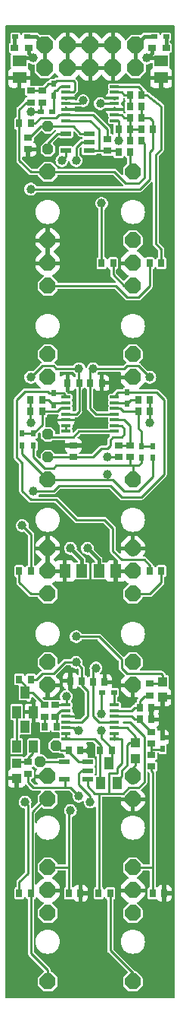
<source format=gbr>
%TF.GenerationSoftware,KiCad,Pcbnew,7.0.5-0*%
%TF.CreationDate,2023-09-10T13:34:50+02:00*%
%TF.ProjectId,kinks,6b696e6b-732e-46b6-9963-61645f706362,rev?*%
%TF.SameCoordinates,Original*%
%TF.FileFunction,Copper,L1,Top*%
%TF.FilePolarity,Positive*%
%FSLAX46Y46*%
G04 Gerber Fmt 4.6, Leading zero omitted, Abs format (unit mm)*
G04 Created by KiCad (PCBNEW 7.0.5-0) date 2023-09-10 13:34:50*
%MOMM*%
%LPD*%
G01*
G04 APERTURE LIST*
G04 Aperture macros list*
%AMOutline5P*
0 Free polygon, 5 corners , with rotation*
0 The origin of the aperture is its center*
0 number of corners: always 5*
0 $1 to $10 corner X, Y*
0 $11 Rotation angle, in degrees counterclockwise*
0 create outline with 5 corners*
4,1,5,$1,$2,$3,$4,$5,$6,$7,$8,$9,$10,$1,$2,$11*%
%AMOutline6P*
0 Free polygon, 6 corners , with rotation*
0 The origin of the aperture is its center*
0 number of corners: always 6*
0 $1 to $12 corner X, Y*
0 $13 Rotation angle, in degrees counterclockwise*
0 create outline with 6 corners*
4,1,6,$1,$2,$3,$4,$5,$6,$7,$8,$9,$10,$11,$12,$1,$2,$13*%
%AMOutline7P*
0 Free polygon, 7 corners , with rotation*
0 The origin of the aperture is its center*
0 number of corners: always 7*
0 $1 to $14 corner X, Y*
0 $15 Rotation angle, in degrees counterclockwise*
0 create outline with 7 corners*
4,1,7,$1,$2,$3,$4,$5,$6,$7,$8,$9,$10,$11,$12,$13,$14,$1,$2,$15*%
%AMOutline8P*
0 Free polygon, 8 corners , with rotation*
0 The origin of the aperture is its center*
0 number of corners: always 8*
0 $1 to $16 corner X, Y*
0 $17 Rotation angle, in degrees counterclockwise*
0 create outline with 8 corners*
4,1,8,$1,$2,$3,$4,$5,$6,$7,$8,$9,$10,$11,$12,$13,$14,$15,$16,$1,$2,$17*%
G04 Aperture macros list end*
%TA.AperFunction,SMDPad,CuDef*%
%ADD10R,0.500000X0.700000*%
%TD*%
%TA.AperFunction,SMDPad,CuDef*%
%ADD11R,0.700000X0.500000*%
%TD*%
%TA.AperFunction,SMDPad,CuDef*%
%ADD12R,0.700000X0.900000*%
%TD*%
%TA.AperFunction,SMDPad,CuDef*%
%ADD13R,1.200000X0.600000*%
%TD*%
%TA.AperFunction,SMDPad,CuDef*%
%ADD14R,0.900000X0.700000*%
%TD*%
%TA.AperFunction,SMDPad,CuDef*%
%ADD15R,0.990600X0.304800*%
%TD*%
%TA.AperFunction,ComponentPad*%
%ADD16Outline8P,-0.889000X0.368236X-0.368236X0.889000X0.368236X0.889000X0.889000X0.368236X0.889000X-0.368236X0.368236X-0.889000X-0.368236X-0.889000X-0.889000X-0.368236X0.000000*%
%TD*%
%TA.AperFunction,SMDPad,CuDef*%
%ADD17R,0.850000X0.700000*%
%TD*%
%TA.AperFunction,ComponentPad*%
%ADD18Outline8P,-0.889000X0.368236X-0.368236X0.889000X0.368236X0.889000X0.889000X0.368236X0.889000X-0.368236X0.368236X-0.889000X-0.368236X-0.889000X-0.889000X-0.368236X180.000000*%
%TD*%
%TA.AperFunction,SMDPad,CuDef*%
%ADD19R,1.000000X1.100000*%
%TD*%
%TA.AperFunction,SMDPad,CuDef*%
%ADD20R,1.500000X1.300000*%
%TD*%
%TA.AperFunction,SMDPad,CuDef*%
%ADD21R,1.300000X1.500000*%
%TD*%
%TA.AperFunction,ComponentPad*%
%ADD22Outline8P,-0.609600X0.252505X-0.252505X0.609600X0.252505X0.609600X0.609600X0.252505X0.609600X-0.252505X0.252505X-0.609600X-0.252505X-0.609600X-0.609600X-0.252505X90.000000*%
%TD*%
%TA.AperFunction,ComponentPad*%
%ADD23Outline8P,-0.609600X0.252505X-0.252505X0.609600X0.252505X0.609600X0.609600X0.252505X0.609600X-0.252505X0.252505X-0.609600X-0.252505X-0.609600X-0.609600X-0.252505X225.000000*%
%TD*%
%TA.AperFunction,SMDPad,CuDef*%
%ADD24R,1.000000X1.400000*%
%TD*%
%TA.AperFunction,ComponentPad*%
%ADD25Outline8P,-0.939800X0.389278X-0.389278X0.939800X0.389278X0.939800X0.939800X0.389278X0.939800X-0.389278X0.389278X-0.939800X-0.389278X-0.939800X-0.939800X-0.389278X0.000000*%
%TD*%
%TA.AperFunction,ViaPad*%
%ADD26C,1.008000*%
%TD*%
%TA.AperFunction,Conductor*%
%ADD27C,0.254000*%
%TD*%
%TA.AperFunction,Conductor*%
%ADD28C,0.406400*%
%TD*%
G04 APERTURE END LIST*
D10*
%TO.P,D3,A*%
%TO.N,N$26*%
X144383600Y-58634150D03*
%TO.P,D3,C*%
%TO.N,N$25*%
X144383600Y-57334150D03*
%TD*%
%TO.P,D6,A*%
%TO.N,N$2*%
X152638600Y-91682950D03*
%TO.P,D6,C*%
%TO.N,N$4*%
X152638600Y-92982950D03*
%TD*%
%TO.P,D5,A*%
%TO.N,N$15*%
X144383600Y-93083050D03*
%TO.P,D5,C*%
%TO.N,N$10*%
X144383600Y-91783050D03*
%TD*%
%TO.P,D10,A*%
%TO.N,A*%
X155496100Y-98956750D03*
%TO.P,D10,C*%
%TO.N,N$1*%
X155496100Y-97656750D03*
%TD*%
%TO.P,D9,A*%
%TO.N,B*%
X154226100Y-98956750D03*
%TO.P,D9,C*%
%TO.N,N$1*%
X154226100Y-97656750D03*
%TD*%
D11*
%TO.P,D1,A*%
%TO.N,N$6*%
X141432900Y-52060350D03*
%TO.P,D1,C*%
%TO.N,N$22*%
X140132900Y-52060350D03*
%TD*%
%TO.P,D2,A*%
%TO.N,N$44*%
X156989800Y-52060450D03*
%TO.P,D2,C*%
%TO.N,N$20*%
X155689800Y-52060450D03*
%TD*%
D10*
%TO.P,D12,A*%
%TO.N,GND*%
X156607500Y-130100750D03*
%TO.P,D12,C*%
%TO.N,N$51*%
X156607500Y-131400750D03*
%TD*%
%TO.P,D7,A*%
%TO.N,N$5*%
X140891100Y-96286750D03*
%TO.P,D7,C*%
%TO.N,A*%
X140891100Y-97586750D03*
%TD*%
D11*
%TO.P,D4,A*%
%TO.N,N$39*%
X142969200Y-60395050D03*
%TO.P,D4,C*%
%TO.N,N$26*%
X144269200Y-60395050D03*
%TD*%
D10*
%TO.P,D8,A*%
%TO.N,N$5*%
X142161100Y-96286750D03*
%TO.P,D8,C*%
%TO.N,B*%
X142161100Y-97586750D03*
%TD*%
D11*
%TO.P,D11,A*%
%TO.N,N$42*%
X149874800Y-125085250D03*
%TO.P,D11,C*%
%TO.N,N$43*%
X151174800Y-125085250D03*
%TD*%
D12*
%TO.P,R7,1*%
%TO.N,N$35*%
X151671100Y-62379250D03*
%TO.P,R7,2*%
%TO.N,N$33*%
X152971100Y-62379250D03*
%TD*%
%TO.P,R17,1*%
%TO.N,N$5*%
X143128600Y-93811750D03*
%TO.P,R17,2*%
%TO.N,VCC*%
X141828600Y-93811750D03*
%TD*%
%TO.P,R34,1*%
%TO.N,N$37*%
X141858600Y-147469250D03*
%TO.P,R34,2*%
%TO.N,N$36*%
X140558600Y-147469250D03*
%TD*%
D13*
%TO.P,IC5,1*%
%TO.N,N$3*%
X148229500Y-134766750D03*
%TO.P,IC5,2*%
%TO.N,VEE*%
X148229500Y-133816750D03*
%TO.P,IC5,3*%
%TO.N,N$19*%
X148229500Y-132866750D03*
%TO.P,IC5,4*%
%TO.N,N$30*%
X145617500Y-132866750D03*
%TO.P,IC5,5*%
%TO.N,VCC*%
X145617500Y-134766750D03*
%TD*%
D14*
%TO.P,R27,1*%
%TO.N,N$36*%
X144542300Y-126499150D03*
%TO.P,R27,2*%
%TO.N,N$16*%
X144542300Y-127799150D03*
%TD*%
D12*
%TO.P,R23,1*%
%TO.N,N$17*%
X156463600Y-111591750D03*
%TO.P,R23,2*%
%TO.N,N$10*%
X155163600Y-111591750D03*
%TD*%
%TO.P,R36,1*%
%TO.N,GND*%
X156781100Y-147469250D03*
%TO.P,R36,2*%
%TO.N,N$49*%
X155481100Y-147469250D03*
%TD*%
D15*
%TO.P,IC4,1*%
%TO.N,N$36*%
X145793300Y-126514350D03*
%TO.P,IC4,2*%
%TO.N,N$16*%
X145793300Y-127149350D03*
%TO.P,IC4,3*%
%TO.N,GND*%
X145793300Y-127784350D03*
%TO.P,IC4,4*%
%TO.N,VCC*%
X145793300Y-128419350D03*
%TO.P,IC4,5*%
%TO.N,N$40*%
X145793300Y-129054350D03*
%TO.P,IC4,6*%
%TO.N,N$41*%
X145793300Y-129689350D03*
%TO.P,IC4,7*%
X145793300Y-130324350D03*
%TO.P,IC4,8*%
%TO.N,N$3*%
X151228900Y-130324350D03*
%TO.P,IC4,9*%
X151228900Y-129689350D03*
%TO.P,IC4,10*%
%TO.N,N$45*%
X151228900Y-129054350D03*
%TO.P,IC4,11*%
%TO.N,VEE*%
X151228900Y-128419350D03*
%TO.P,IC4,12*%
%TO.N,N$46*%
X151228900Y-127784350D03*
%TO.P,IC4,13*%
%TO.N,N$50*%
X151228900Y-127149350D03*
%TO.P,IC4,14*%
%TO.N,N$43*%
X151228900Y-126514350D03*
%TD*%
D12*
%TO.P,C7,1*%
%TO.N,VCC*%
X147573600Y-123815450D03*
%TO.P,C7,2*%
%TO.N,GND*%
X146273600Y-123815450D03*
%TD*%
D16*
%TO.P,J8,P1*%
%TO.N,GND*%
X153273600Y-124291750D03*
%TO.P,J8,P2*%
%TO.N,N/C*%
X153273600Y-121751750D03*
%TO.P,J8,P3*%
%TO.N,N$17*%
X153273600Y-114131750D03*
%TD*%
D14*
%TO.P,R10,1*%
%TO.N,N$9*%
X141526100Y-63316750D03*
%TO.P,R10,2*%
%TO.N,GND*%
X141526100Y-64616750D03*
%TD*%
D17*
%TO.P,L2,1*%
%TO.N,VCC*%
X141632100Y-53330550D03*
%TO.P,L2,2*%
%TO.N,N$22*%
X140032100Y-53330550D03*
%TD*%
D18*
%TO.P,J11,P1*%
%TO.N,GND*%
X143748600Y-147151750D03*
%TO.P,J11,P2*%
%TO.N,N/C*%
X143748600Y-149691750D03*
%TO.P,J11,P3*%
%TO.N,N$37*%
X143748600Y-157311750D03*
%TD*%
D14*
%TO.P,R33,1*%
%TO.N,VCC*%
X141526100Y-134149250D03*
%TO.P,R33,2*%
%TO.N,N$12*%
X141526100Y-132849250D03*
%TD*%
D12*
%TO.P,R12,1*%
%TO.N,N$24*%
X152971100Y-64919250D03*
%TO.P,R12,2*%
%TO.N,N$23*%
X151671100Y-64919250D03*
%TD*%
%TO.P,R22,1*%
%TO.N,N$47*%
X140558600Y-111591750D03*
%TO.P,R22,2*%
%TO.N,N$2*%
X141858600Y-111591750D03*
%TD*%
D19*
%TO.P,C11,1*%
%TO.N,N$45*%
X153591100Y-130744250D03*
%TO.P,C11,2*%
%TO.N,GND*%
X153591100Y-132444250D03*
%TD*%
D16*
%TO.P,J3,P1*%
%TO.N,GND*%
X143748600Y-90001750D03*
%TO.P,J3,P2*%
%TO.N,N/C*%
X143748600Y-87461750D03*
%TO.P,J3,P3*%
%TO.N,N$32*%
X143748600Y-79841750D03*
%TD*%
D18*
%TO.P,J10,P1*%
%TO.N,GND*%
X153273600Y-134451750D03*
%TO.P,J10,P2*%
X153273600Y-136991750D03*
%TO.P,J10,P3*%
%TO.N,N$49*%
X153273600Y-144611750D03*
%TD*%
D15*
%TO.P,IC1,1*%
%TO.N,N$26*%
X145793300Y-57616750D03*
%TO.P,IC1,2*%
%TO.N,N$25*%
X145793300Y-58251750D03*
%TO.P,IC1,3*%
%TO.N,GND*%
X145793300Y-58886750D03*
%TO.P,IC1,4*%
%TO.N,VCC*%
X145793300Y-59521750D03*
%TO.P,IC1,5*%
%TO.N,GND*%
X145793300Y-60156750D03*
%TO.P,IC1,6*%
%TO.N,N$21*%
X145793300Y-60791750D03*
%TO.P,IC1,7*%
%TO.N,N$23*%
X145793300Y-61426750D03*
%TO.P,IC1,8*%
%TO.N,N$35*%
X151228900Y-61426750D03*
%TO.P,IC1,9*%
%TO.N,N$33*%
X151228900Y-60791750D03*
%TO.P,IC1,10*%
%TO.N,GND*%
X151228900Y-60156750D03*
%TO.P,IC1,11*%
%TO.N,VEE*%
X151228900Y-59521750D03*
%TO.P,IC1,12*%
%TO.N,GND*%
X151228900Y-58886750D03*
%TO.P,IC1,13*%
%TO.N,N$28*%
X151228900Y-58251750D03*
%TO.P,IC1,14*%
%TO.N,N$27*%
X151228900Y-57616750D03*
%TD*%
D14*
%TO.P,C10,1*%
%TO.N,N$31*%
X143431300Y-126499050D03*
%TO.P,C10,2*%
%TO.N,N$13*%
X143431300Y-127799050D03*
%TD*%
D20*
%TO.P,C2,1*%
%TO.N,VCC*%
X140573400Y-54762050D03*
%TO.P,C2,2*%
%TO.N,GND*%
X140573400Y-56662050D03*
%TD*%
D14*
%TO.P,R19,1*%
%TO.N,N$29*%
X146606100Y-98906750D03*
%TO.P,R19,2*%
%TO.N,GND*%
X146606100Y-97606750D03*
%TD*%
D12*
%TO.P,R4,1*%
%TO.N,N$28*%
X152941100Y-59839250D03*
%TO.P,R4,2*%
%TO.N,N$39*%
X154241100Y-59839250D03*
%TD*%
D21*
%TO.P,C5,1*%
%TO.N,GND*%
X151366200Y-111591550D03*
%TO.P,C5,2*%
%TO.N,VEE*%
X149466200Y-111591550D03*
%TD*%
D16*
%TO.P,J7,P1*%
%TO.N,GND*%
X143748600Y-124291750D03*
%TO.P,J7,P2*%
%TO.N,N/C*%
X143748600Y-121751750D03*
%TO.P,J7,P3*%
%TO.N,N$47*%
X143748600Y-114131750D03*
%TD*%
D12*
%TO.P,R29,1*%
%TO.N,N$16*%
X144716100Y-128895550D03*
%TO.P,R29,2*%
%TO.N,N$13*%
X143416100Y-128895550D03*
%TD*%
%TO.P,C8,1*%
%TO.N,GND*%
X150113600Y-123974250D03*
%TO.P,C8,2*%
%TO.N,VEE*%
X148813600Y-123974250D03*
%TD*%
%TO.P,R28,1*%
%TO.N,GND*%
X155352400Y-128101850D03*
%TO.P,R28,2*%
%TO.N,N$46*%
X154052400Y-128101850D03*
%TD*%
D22*
%TO.P,LED2,A*%
%TO.N,N$29*%
X143748600Y-98891750D03*
%TO.P,LED2,K*%
%TO.N,N$14*%
X143748600Y-96351750D03*
%TD*%
D16*
%TO.P,J6,P1*%
%TO.N,GND*%
X153273600Y-111591750D03*
%TO.P,J6,P2*%
X153273600Y-109051750D03*
%TO.P,J6,P3*%
%TO.N,B*%
X153273600Y-101431750D03*
%TD*%
D13*
%TO.P,IC2,1*%
%TO.N,N$23*%
X148388300Y-64758050D03*
%TO.P,IC2,2*%
%TO.N,VEE*%
X148388300Y-63808050D03*
%TO.P,IC2,3*%
%TO.N,N$9*%
X148388300Y-62858050D03*
%TO.P,IC2,4*%
%TO.N,N$11*%
X145776300Y-62858050D03*
%TO.P,IC2,5*%
%TO.N,VCC*%
X145776300Y-64758050D03*
%TD*%
D14*
%TO.P,R25,1*%
%TO.N,N$50*%
X155178700Y-125417950D03*
%TO.P,R25,2*%
%TO.N,VCC*%
X155178700Y-124117950D03*
%TD*%
D23*
%TO.P,LED3,A*%
%TO.N,N$19*%
X144646626Y-131013724D03*
%TO.P,LED3,K*%
%TO.N,N$30*%
X142850574Y-132809776D03*
%TD*%
D12*
%TO.P,C4,1*%
%TO.N,GND*%
X149796200Y-90636750D03*
%TO.P,C4,2*%
%TO.N,VEE*%
X148496200Y-90636750D03*
%TD*%
D14*
%TO.P,R21,1*%
%TO.N,N$18*%
X152956100Y-97606750D03*
%TO.P,R21,2*%
%TO.N,B*%
X152956100Y-98906750D03*
%TD*%
D16*
%TO.P,J5,P1*%
%TO.N,GND*%
X143748600Y-111591750D03*
%TO.P,J5,P2*%
X143748600Y-109051750D03*
%TO.P,J5,P3*%
%TO.N,A*%
X143748600Y-101431750D03*
%TD*%
%TO.P,J2,P1*%
%TO.N,GND*%
X153273600Y-77301750D03*
%TO.P,J2,P2*%
%TO.N,N/C*%
X153273600Y-74761750D03*
%TO.P,J2,P3*%
%TO.N,N$24*%
X153273600Y-67141750D03*
%TD*%
D18*
%TO.P,J12,P1*%
%TO.N,GND*%
X153273600Y-147151750D03*
%TO.P,J12,P2*%
%TO.N,N/C*%
X153273600Y-149691750D03*
%TO.P,J12,P3*%
%TO.N,N$48*%
X153273600Y-157311750D03*
%TD*%
D12*
%TO.P,R35,1*%
%TO.N,N$48*%
X150748600Y-147469250D03*
%TO.P,R35,2*%
%TO.N,N$3*%
X149448600Y-147469250D03*
%TD*%
%TO.P,R5,1*%
%TO.N,N$33*%
X152941100Y-61109250D03*
%TO.P,R5,2*%
%TO.N,N$39*%
X154241100Y-61109250D03*
%TD*%
D24*
%TO.P,Q3,1*%
%TO.N,N$41*%
X149624700Y-135234150D03*
%TO.P,Q3,2*%
%TO.N,N$45*%
X151524700Y-135234150D03*
%TO.P,Q3,3*%
%TO.N,N$42*%
X150574700Y-133034150D03*
%TD*%
D12*
%TO.P,R26,1*%
%TO.N,GND*%
X155352300Y-126831850D03*
%TO.P,R26,2*%
%TO.N,N$50*%
X154052300Y-126831850D03*
%TD*%
%TO.P,R37,1*%
%TO.N,N$40*%
X146114900Y-147469350D03*
%TO.P,R37,2*%
%TO.N,GND*%
X147414900Y-147469350D03*
%TD*%
D14*
%TO.P,C12,1*%
%TO.N,N$49*%
X155337400Y-133355450D03*
%TO.P,C12,2*%
%TO.N,N$51*%
X155337400Y-132055450D03*
%TD*%
%TO.P,R2,1*%
%TO.N,N$25*%
X141843600Y-58077950D03*
%TO.P,R2,2*%
%TO.N,N$38*%
X141843600Y-59377950D03*
%TD*%
D12*
%TO.P,R31,1*%
%TO.N,N$19*%
X146114900Y-131594150D03*
%TO.P,R31,2*%
%TO.N,GND*%
X147414900Y-131594150D03*
%TD*%
%TO.P,R15,1*%
%TO.N,N$15*%
X143128600Y-92541750D03*
%TO.P,R15,2*%
%TO.N,VCC*%
X141828600Y-92541750D03*
%TD*%
%TO.P,R24,1*%
%TO.N,N$31*%
X140558600Y-123656850D03*
%TO.P,R24,2*%
%TO.N,VCC*%
X141858600Y-123656850D03*
%TD*%
%TO.P,R32,1*%
%TO.N,N$42*%
X150907200Y-131594150D03*
%TO.P,R32,2*%
%TO.N,N$41*%
X149607200Y-131594150D03*
%TD*%
%TO.P,R9,1*%
%TO.N,N$33*%
X152941100Y-63649250D03*
%TO.P,R9,2*%
%TO.N,N$38*%
X154241100Y-63649250D03*
%TD*%
%TO.P,R14,1*%
%TO.N,N$32*%
X155163600Y-77301750D03*
%TO.P,R14,2*%
%TO.N,N$27*%
X156463600Y-77301750D03*
%TD*%
%TO.P,R6,1*%
%TO.N,N$21*%
X141858600Y-61744250D03*
%TO.P,R6,2*%
%TO.N,N$38*%
X140558600Y-61744250D03*
%TD*%
D17*
%TO.P,L1,1*%
%TO.N,VEE*%
X155389800Y-53330450D03*
%TO.P,L1,2*%
%TO.N,N$44*%
X156989800Y-53330450D03*
%TD*%
D22*
%TO.P,LED1,A*%
%TO.N,N$11*%
X143748600Y-64601750D03*
%TO.P,LED1,K*%
%TO.N,N$9*%
X143748600Y-62061750D03*
%TD*%
D14*
%TO.P,R11,1*%
%TO.N,N$23*%
X150416100Y-64775450D03*
%TO.P,R11,2*%
%TO.N,N$21*%
X150416100Y-63475450D03*
%TD*%
D19*
%TO.P,C9,1*%
%TO.N,VCC*%
X156607300Y-123917950D03*
%TO.P,C9,2*%
%TO.N,GND*%
X156607300Y-125617950D03*
%TD*%
D12*
%TO.P,R13,1*%
%TO.N,N$34*%
X151066100Y-77301750D03*
%TO.P,R13,2*%
%TO.N,N$35*%
X149766100Y-77301750D03*
%TD*%
%TO.P,C3,1*%
%TO.N,VCC*%
X147256100Y-90636750D03*
%TO.P,C3,2*%
%TO.N,GND*%
X145956100Y-90636750D03*
%TD*%
D24*
%TO.P,Q1,B*%
%TO.N,N$8*%
X140258600Y-127296750D03*
%TO.P,Q1,C*%
%TO.N,N$31*%
X141208600Y-125096750D03*
%TO.P,Q1,E*%
%TO.N,GND*%
X142158600Y-127296750D03*
%TD*%
D19*
%TO.P,C13,1*%
%TO.N,N$12*%
X140256300Y-132966750D03*
%TO.P,C13,2*%
%TO.N,GND*%
X140256300Y-134666750D03*
%TD*%
D14*
%TO.P,R30,1*%
%TO.N,N$51*%
X155337400Y-130815450D03*
%TO.P,R30,2*%
%TO.N,N$46*%
X155337400Y-129515450D03*
%TD*%
D18*
%TO.P,J9,P1*%
%TO.N,GND*%
X143748600Y-134451750D03*
%TO.P,J9,P2*%
%TO.N,N$37*%
X143748600Y-136991750D03*
%TO.P,J9,P3*%
%TO.N,N$40*%
X143748600Y-144611750D03*
%TD*%
D15*
%TO.P,IC3,1*%
%TO.N,N$10*%
X145793300Y-92224250D03*
%TO.P,IC3,2*%
%TO.N,N$15*%
X145793300Y-92859250D03*
%TO.P,IC3,3*%
%TO.N,N$5*%
X145793300Y-93494250D03*
%TO.P,IC3,4*%
%TO.N,VCC*%
X145793300Y-94129250D03*
%TO.P,IC3,5*%
%TO.N,GND*%
X145793300Y-94764250D03*
%TO.P,IC3,6*%
%TO.N,N$7*%
X145793300Y-95399250D03*
%TO.P,IC3,7*%
X145793300Y-96034250D03*
%TO.P,IC3,8*%
%TO.N,N$14*%
X151228900Y-96034250D03*
%TO.P,IC3,9*%
%TO.N,N$29*%
X151228900Y-95399250D03*
%TO.P,IC3,10*%
%TO.N,N$18*%
X151228900Y-94764250D03*
%TO.P,IC3,11*%
%TO.N,VEE*%
X151228900Y-94129250D03*
%TO.P,IC3,12*%
%TO.N,N$1*%
X151228900Y-93494250D03*
%TO.P,IC3,13*%
%TO.N,N$4*%
X151228900Y-92859250D03*
%TO.P,IC3,14*%
%TO.N,N$2*%
X151228900Y-92224250D03*
%TD*%
D12*
%TO.P,R18,1*%
%TO.N,N$1*%
X153893600Y-93811750D03*
%TO.P,R18,2*%
%TO.N,VEE*%
X155193600Y-93811750D03*
%TD*%
D16*
%TO.P,J4,P1*%
%TO.N,GND*%
X153273600Y-90001750D03*
%TO.P,J4,P2*%
%TO.N,N/C*%
X153273600Y-87461750D03*
%TO.P,J4,P3*%
%TO.N,N$34*%
X153273600Y-79841750D03*
%TD*%
D12*
%TO.P,R8,1*%
%TO.N,N$33*%
X154211100Y-62379250D03*
%TO.P,R8,2*%
%TO.N,N$39*%
X155511100Y-62379250D03*
%TD*%
D24*
%TO.P,Q2,B*%
%TO.N,N$8*%
X140258700Y-131106650D03*
%TO.P,Q2,C*%
%TO.N,N/C*%
X141208700Y-128906650D03*
%TO.P,Q2,E*%
%TO.N,N$12*%
X142158700Y-131106650D03*
%TD*%
D14*
%TO.P,R3,1*%
%TO.N,N$39*%
X143113600Y-59377950D03*
%TO.P,R3,2*%
%TO.N,N$25*%
X143113600Y-58077950D03*
%TD*%
D21*
%TO.P,C6,1*%
%TO.N,VCC*%
X147556100Y-111591650D03*
%TO.P,C6,2*%
%TO.N,GND*%
X145656100Y-111591650D03*
%TD*%
D12*
%TO.P,R1,1*%
%TO.N,N$27*%
X154241100Y-58569250D03*
%TO.P,R1,2*%
%TO.N,N$28*%
X152941100Y-58569250D03*
%TD*%
%TO.P,R16,1*%
%TO.N,N$4*%
X153893600Y-92541750D03*
%TO.P,R16,2*%
%TO.N,VEE*%
X155193600Y-92541750D03*
%TD*%
D16*
%TO.P,J1,P1*%
%TO.N,GND*%
X143748600Y-77301750D03*
%TO.P,J1,P2*%
X143748600Y-74761750D03*
%TO.P,J1,P3*%
%TO.N,N$38*%
X143748600Y-67141750D03*
%TD*%
D20*
%TO.P,C1,1*%
%TO.N,GND*%
X156448600Y-56661650D03*
%TO.P,C1,2*%
%TO.N,VEE*%
X156448600Y-54761650D03*
%TD*%
D14*
%TO.P,R20,1*%
%TO.N,N$18*%
X151686100Y-97606750D03*
%TO.P,R20,2*%
%TO.N,A*%
X151686100Y-98906750D03*
%TD*%
D25*
%TO.P,JP1,1*%
%TO.N,N$6*%
X143431100Y-53012950D03*
%TO.P,JP1,2*%
X143431100Y-55552950D03*
%TO.P,JP1,3*%
%TO.N,GND*%
X145971100Y-53012950D03*
%TO.P,JP1,4*%
X145971100Y-55552950D03*
%TO.P,JP1,5*%
X148511100Y-53012950D03*
%TO.P,JP1,6*%
X148511100Y-55552950D03*
%TO.P,JP1,7*%
X151051100Y-53012950D03*
%TO.P,JP1,8*%
X151051100Y-55552950D03*
%TO.P,JP1,9*%
%TO.N,N$20*%
X153591100Y-53012950D03*
%TO.P,JP1,10*%
X153591100Y-55552950D03*
%TD*%
D26*
%TO.N,GND*%
X148828500Y-103019350D03*
X149781100Y-96986750D03*
X149781100Y-92859250D03*
X145812300Y-120481850D03*
X156766100Y-116036750D03*
X156766100Y-149056750D03*
X140256200Y-72856650D03*
X140256200Y-67776650D03*
X140256100Y-149056750D03*
X140256200Y-77936650D03*
X156766100Y-138896750D03*
X147241100Y-149056750D03*
X156766100Y-128736750D03*
X148511200Y-66189250D03*
X150892400Y-68094250D03*
X156766100Y-143976750D03*
X140256100Y-108416750D03*
X145177400Y-81429250D03*
X145653500Y-103019350D03*
X145812300Y-116036850D03*
X140256200Y-103336650D03*
X156766100Y-108416750D03*
X145177400Y-68094250D03*
X148828500Y-116036850D03*
X148034900Y-81429250D03*
X140256100Y-138896750D03*
X143431000Y-130165650D03*
X148828500Y-120481850D03*
X140256100Y-157946750D03*
X147241100Y-95081750D03*
X156766200Y-103336650D03*
X148828500Y-113496850D03*
X145177300Y-78571750D03*
X140256100Y-116036750D03*
X140256000Y-121275650D03*
X145082100Y-107781850D03*
X148511100Y-68094250D03*
X140256100Y-143976750D03*
X156766100Y-132546750D03*
X140256100Y-58251750D03*
X156766200Y-72856650D03*
X156766100Y-121116750D03*
X145812300Y-113496850D03*
X145018600Y-97621750D03*
X142954900Y-63331650D03*
X150098500Y-107781850D03*
X151051100Y-66189250D03*
X147241000Y-127308150D03*
X148511100Y-58093050D03*
X148511000Y-131594450D03*
X148034800Y-72856750D03*
X156766100Y-58251750D03*
X148034800Y-78571750D03*
X140256200Y-83016650D03*
X156766200Y-83016650D03*
X156766100Y-157946750D03*
%TO.N,VEE*%
X148193600Y-109051750D03*
X148828600Y-89049250D03*
X155178600Y-90001750D03*
X149622400Y-59521750D03*
X146923600Y-65871750D03*
X155178600Y-95081750D03*
X149146100Y-122386750D03*
X148511100Y-137309250D03*
X154861100Y-54441750D03*
%TO.N,VCC*%
X145336100Y-65871750D03*
X141843600Y-90001750D03*
X146288600Y-109051750D03*
X141843600Y-95081750D03*
X146923600Y-118894250D03*
X142161100Y-54441750D03*
X147717300Y-59204250D03*
X146923500Y-121751750D03*
X147241100Y-136674250D03*
X147241100Y-89049250D03*
%TO.N,A*%
X150416100Y-98891750D03*
X150416100Y-100796750D03*
%TO.N,N$35*%
X151686100Y-63649250D03*
X149781100Y-70634250D03*
%TO.N,N$39*%
X141843600Y-69046750D03*
X141843600Y-60474250D03*
%TO.N,N$36*%
X145812400Y-125561750D03*
X141208600Y-137309250D03*
%TO.N,N$40*%
X147241100Y-129371750D03*
X146288600Y-138261750D03*
%TO.N,N$42*%
X149781100Y-127466750D03*
X149781100Y-129371750D03*
%TO.N,N$2*%
X140891100Y-106511750D03*
X142161100Y-102701750D03*
%TD*%
D27*
%TO.N,GND*%
X153591100Y-133181750D02*
X153591100Y-132444250D01*
X139621100Y-126196750D02*
X139621100Y-122704250D01*
X142158600Y-127296750D02*
X142161100Y-127294250D01*
X139621100Y-122704250D02*
X140256000Y-122069350D01*
X140256000Y-122069350D02*
X140256000Y-121275650D01*
X153273600Y-133499250D02*
X153591100Y-133181750D01*
X142161100Y-127294250D02*
X142161100Y-126196750D01*
X142161100Y-126196750D02*
X139621100Y-126196750D01*
X153273600Y-134451750D02*
X153273600Y-133499250D01*
%TO.N,VEE*%
X147558600Y-63808050D02*
X148388300Y-63808050D01*
X148511100Y-137309250D02*
X148511100Y-136674250D01*
X148828600Y-89049250D02*
X152321100Y-89049250D01*
X147241100Y-135404250D02*
X147241100Y-134134250D01*
X148496200Y-90636750D02*
X148496200Y-93479350D01*
X146923600Y-64443050D02*
X147558600Y-63808050D01*
X147241100Y-134134250D02*
X147558600Y-133816750D01*
D28*
X149463600Y-110321750D02*
X149463600Y-111588950D01*
D27*
X148813600Y-123974250D02*
X148828600Y-123989250D01*
X148828600Y-127784250D02*
X149463700Y-128419350D01*
X148496200Y-89381650D02*
X148496200Y-90636750D01*
X148813600Y-122719250D02*
X148813600Y-123974250D01*
X147558600Y-133816750D02*
X148229500Y-133816750D01*
X148496200Y-93479350D02*
X149146100Y-94129250D01*
X153908600Y-88731750D02*
X155178600Y-90001750D01*
X148828600Y-89049250D02*
X148496200Y-89381650D01*
D28*
X156128700Y-54441750D02*
X156448600Y-54761650D01*
X148193600Y-109051750D02*
X149463600Y-110321750D01*
X154861100Y-54441750D02*
X155389800Y-53913050D01*
D27*
X155178600Y-95081750D02*
X155178600Y-93826750D01*
X149463600Y-111588950D02*
X149466200Y-111591550D01*
X152321100Y-89049250D02*
X152638600Y-88731750D01*
D28*
X155389800Y-53913050D02*
X155389800Y-53330450D01*
D27*
X149146100Y-94129250D02*
X151228900Y-94129250D01*
X148511100Y-136674250D02*
X147241100Y-135404250D01*
X148828600Y-123989250D02*
X148828600Y-127784250D01*
X155178600Y-93826750D02*
X155193600Y-93811750D01*
X155193600Y-93811750D02*
X155193600Y-92541750D01*
X152638600Y-88731750D02*
X153908600Y-88731750D01*
X149463700Y-128419350D02*
X151228900Y-128419350D01*
X149622400Y-59521750D02*
X151228900Y-59521750D01*
D28*
X154861100Y-54441750D02*
X156128700Y-54441750D01*
D27*
X146923600Y-65871750D02*
X146923600Y-64443050D01*
X149146100Y-122386750D02*
X148813600Y-122719250D01*
X151228900Y-128419350D02*
X151228800Y-128419250D01*
%TO.N,VCC*%
X156607300Y-123917950D02*
X156407300Y-124117950D01*
X147558600Y-111589150D02*
X147556100Y-111591650D01*
X146923600Y-94129250D02*
X145793300Y-94129250D01*
X143113600Y-123021750D02*
X142478600Y-123656750D01*
X145653600Y-135721750D02*
X145653600Y-134802850D01*
X156607300Y-123180450D02*
X156607300Y-123917950D01*
X148193600Y-127784250D02*
X147558600Y-128419250D01*
X143113600Y-88731750D02*
X141843600Y-90001750D01*
X147558600Y-124291750D02*
X148193600Y-124926750D01*
X146923600Y-118894250D02*
X149463600Y-118894250D01*
X147558600Y-128419250D02*
X145793400Y-128419250D01*
X146923500Y-121751750D02*
X147573600Y-122401850D01*
X141526100Y-135086750D02*
X142161100Y-135721750D01*
X155178700Y-124117950D02*
X155178600Y-123917850D01*
D28*
X146288600Y-109051750D02*
X147558600Y-110321750D01*
D27*
X147399800Y-59521750D02*
X145793300Y-59521750D01*
X147241100Y-90621750D02*
X147256100Y-90636750D01*
X147558600Y-123989250D02*
X147558600Y-124291750D01*
X147241100Y-89049250D02*
X147241100Y-90621750D01*
X145793400Y-128419250D02*
X145793300Y-128419350D01*
X152003600Y-122386750D02*
X152638600Y-123021750D01*
D28*
X141632100Y-53912750D02*
X141632100Y-53330550D01*
D27*
X152003600Y-121434250D02*
X152003600Y-122386750D01*
X146923500Y-121751750D02*
X145653600Y-121751750D01*
D28*
X140893700Y-54441750D02*
X140573400Y-54762050D01*
D27*
X147573600Y-122401850D02*
X147573600Y-123815450D01*
D28*
X142161100Y-54441750D02*
X141632100Y-53912750D01*
X142161100Y-54441750D02*
X140893700Y-54441750D01*
D27*
X147573600Y-123815450D02*
X147558600Y-123989250D01*
X141526100Y-134149250D02*
X141526100Y-135086750D01*
D28*
X147558600Y-110321750D02*
X147558600Y-111589150D01*
D27*
X144383600Y-123021750D02*
X143113600Y-123021750D01*
X141828600Y-93811750D02*
X141828600Y-92541750D01*
X147256100Y-90636750D02*
X147256100Y-93796750D01*
X147717300Y-59204250D02*
X147399800Y-59521750D01*
X142161100Y-135721750D02*
X145653600Y-135721750D01*
X145336100Y-65871750D02*
X145776300Y-65431550D01*
X145653600Y-121751750D02*
X144383600Y-123021750D01*
X146288600Y-135721750D02*
X147241100Y-136674250D01*
X144701100Y-89049250D02*
X144383600Y-88731750D01*
X145653600Y-134802850D02*
X145617500Y-134766750D01*
X142478600Y-123656750D02*
X141858700Y-123656750D01*
X152638600Y-123021750D02*
X156448600Y-123021750D01*
X147256100Y-93796750D02*
X146923600Y-94129250D01*
X141843600Y-95081750D02*
X141828600Y-95066750D01*
X145653600Y-135721750D02*
X146288600Y-135721750D01*
X148193600Y-124926750D02*
X148193600Y-127784250D01*
X156448600Y-123021750D02*
X156607300Y-123180450D01*
X144383600Y-88731750D02*
X143113600Y-88731750D01*
X145776300Y-65431550D02*
X145776300Y-64758050D01*
X141828600Y-95066750D02*
X141828600Y-93811750D01*
X146923500Y-121751750D02*
X146923600Y-121751750D01*
X156407300Y-124117950D02*
X155178700Y-124117950D01*
X141858700Y-123656750D02*
X141858600Y-123656850D01*
X147241100Y-89049250D02*
X144701100Y-89049250D01*
X149463600Y-118894250D02*
X152003600Y-121434250D01*
D28*
%TO.N,N$6*%
X143431100Y-53012950D02*
X142478500Y-52060450D01*
X143431100Y-55552950D02*
X143431100Y-53012950D01*
X142478500Y-52060450D02*
X141432900Y-52060350D01*
%TO.N,N$20*%
X153591100Y-53012950D02*
X154543600Y-52060450D01*
X153591100Y-55552950D02*
X153591100Y-53012950D01*
X154543600Y-52060450D02*
X155689800Y-52060450D01*
D27*
%TO.N,N$29*%
X146606100Y-98906750D02*
X148813600Y-98906750D01*
X150733600Y-96986750D02*
X151051100Y-96669250D01*
X146591100Y-98891750D02*
X146606100Y-98906750D01*
X150416100Y-97939250D02*
X150733600Y-97621750D01*
X151051100Y-96669250D02*
X152003600Y-96669250D01*
X143748600Y-98891750D02*
X146591100Y-98891750D01*
X152003600Y-96669250D02*
X152321100Y-96351750D01*
X152003600Y-95399250D02*
X151228900Y-95399250D01*
X149781100Y-97939250D02*
X150416100Y-97939250D01*
X148813600Y-98906750D02*
X149781100Y-97939250D01*
X152321100Y-96351750D02*
X152321100Y-95716750D01*
X152321100Y-95716750D02*
X152003600Y-95399250D01*
X150733600Y-97621750D02*
X150733600Y-96986750D01*
%TO.N,N$14*%
X147241100Y-96034250D02*
X151228900Y-96034250D01*
X146606100Y-96669250D02*
X147241100Y-96034250D01*
X144066100Y-96669250D02*
X146606100Y-96669250D01*
X143748600Y-96351750D02*
X144066100Y-96669250D01*
%TO.N,N$30*%
X142850571Y-132809779D02*
X145560600Y-132809850D01*
X145560600Y-132809850D02*
X145617500Y-132866750D01*
%TO.N,N$19*%
X145227000Y-131594150D02*
X144646625Y-131013725D01*
X146114900Y-131594150D02*
X145227000Y-131594150D01*
X146114900Y-131594150D02*
X146114900Y-131738050D01*
X146114900Y-131738050D02*
X147241100Y-132864250D01*
X148227000Y-132864250D02*
X148229500Y-132866750D01*
X147241100Y-132864250D02*
X148227000Y-132864250D01*
%TO.N,N$3*%
X148193600Y-134961350D02*
X148229500Y-134766750D01*
X151228900Y-130324350D02*
X151209900Y-130343350D01*
X151228900Y-130324350D02*
X151228900Y-129689350D01*
X154543600Y-133657950D02*
X154543800Y-133658150D01*
X152956100Y-128419150D02*
X152321100Y-128419250D01*
X154543800Y-133658150D02*
X154543800Y-130006950D01*
X151228900Y-129689350D02*
X151229000Y-129689250D01*
X152162300Y-136356750D02*
X152797300Y-135721750D01*
X149463600Y-136356750D02*
X150574900Y-136356750D01*
X151527300Y-133499250D02*
X152003600Y-133023050D01*
X150574900Y-136356750D02*
X150574900Y-134134250D01*
X151229000Y-130324250D02*
X151228900Y-130324350D01*
X154543600Y-135086750D02*
X154543600Y-133657950D01*
X149448600Y-147469250D02*
X149463600Y-147454250D01*
X151229000Y-130324250D02*
X151228900Y-130324150D01*
X151527300Y-134134250D02*
X151527300Y-133499250D01*
X149463600Y-136356750D02*
X148987400Y-136356750D01*
X148987400Y-136356750D02*
X148193600Y-135562950D01*
X152321100Y-128419250D02*
X152162400Y-128419250D01*
X150574900Y-136356750D02*
X152162300Y-136356750D01*
X153591100Y-129054250D02*
X153273700Y-128736750D01*
X152003600Y-133023050D02*
X152003600Y-130324250D01*
X154543800Y-130006950D02*
X153591100Y-129054250D01*
X150574900Y-134134250D02*
X151527300Y-134134250D01*
X152003600Y-130324250D02*
X151229000Y-130324250D01*
X153273700Y-128736750D02*
X152956100Y-128419150D01*
X152797300Y-135721750D02*
X153908600Y-135721750D01*
X153908600Y-135721750D02*
X154543600Y-135086750D01*
X148193600Y-135562950D02*
X148193600Y-134961350D01*
X149463600Y-147454250D02*
X149463600Y-136356750D01*
%TO.N,B*%
X142161100Y-98891750D02*
X142161100Y-97586750D01*
X153908600Y-99844250D02*
X154226100Y-99526750D01*
X154226100Y-99526750D02*
X154226100Y-98956750D01*
X144701100Y-99844250D02*
X152956100Y-99844250D01*
X143431100Y-100161750D02*
X144383600Y-100161750D01*
X142161100Y-98891750D02*
X143431100Y-100161750D01*
X153273600Y-99844250D02*
X153273600Y-101431750D01*
X144383600Y-100161750D02*
X144701100Y-99844250D01*
X152956100Y-99844250D02*
X152956100Y-98906750D01*
X152956100Y-99844250D02*
X153273600Y-99844250D01*
X153273600Y-99844250D02*
X153908600Y-99844250D01*
%TO.N,N$18*%
X152321100Y-94764250D02*
X152956100Y-95399250D01*
X152956100Y-97606750D02*
X151686100Y-97606750D01*
X152956100Y-95399250D02*
X152956100Y-97606750D01*
X151228900Y-94764250D02*
X152321100Y-94764250D01*
%TO.N,A*%
X152321100Y-102701750D02*
X153908600Y-102701750D01*
X143748600Y-101431750D02*
X140891100Y-98574250D01*
X150416100Y-98891750D02*
X151671100Y-98891750D01*
X155496100Y-101114250D02*
X155496100Y-98956750D01*
X153908600Y-102701750D02*
X155496100Y-101114250D01*
X151671100Y-98891750D02*
X151686100Y-98906750D01*
X150416100Y-101431750D02*
X151051100Y-101431750D01*
X143748600Y-101431750D02*
X150416100Y-101431750D01*
X150416100Y-101431750D02*
X150416100Y-100796750D01*
X151051100Y-101431750D02*
X152321100Y-102701750D01*
X140891100Y-98574250D02*
X140891100Y-97586750D01*
%TO.N,N$9*%
X141699900Y-63316750D02*
X142954900Y-62061750D01*
X142954900Y-62061750D02*
X143748600Y-62061750D01*
X146606100Y-62061750D02*
X147402400Y-62858050D01*
X141526100Y-63316750D02*
X141699900Y-63316750D01*
X143748600Y-62061750D02*
X146606100Y-62061750D01*
X147402400Y-62858050D02*
X148388300Y-62858050D01*
%TO.N,N$11*%
X143748600Y-63966750D02*
X144857300Y-62858050D01*
X143748600Y-64601750D02*
X143748600Y-63966750D01*
X144857300Y-62858050D02*
X145776300Y-62858050D01*
%TO.N,N$25*%
X146606100Y-56981750D02*
X146764900Y-57140550D01*
X144736000Y-56981750D02*
X146606100Y-56981750D01*
X143113600Y-58077950D02*
X143857400Y-57334150D01*
X146764900Y-57140550D02*
X146764900Y-58092950D01*
X143857400Y-57334150D02*
X144383600Y-57334150D01*
X144383600Y-57334150D02*
X144736000Y-56981750D01*
X146764900Y-58092950D02*
X146606100Y-58251750D01*
X146606100Y-58251750D02*
X145793300Y-58251750D01*
X143113600Y-58077950D02*
X141843600Y-58077950D01*
%TO.N,N$26*%
X144859900Y-58092950D02*
X144859900Y-57934250D01*
X144859900Y-57934250D02*
X145177400Y-57616750D01*
X144224900Y-60350750D02*
X144383600Y-60192050D01*
X144383600Y-58634150D02*
X144383600Y-58251750D01*
X144383600Y-60192050D02*
X144383600Y-58634150D01*
X145177400Y-57616750D02*
X145793300Y-57616750D01*
X144383600Y-58251750D02*
X144542400Y-58092950D01*
X144269200Y-60395050D02*
X144224900Y-60350750D01*
X144542400Y-58092950D02*
X144859900Y-58092950D01*
%TO.N,N$28*%
X152321100Y-58569250D02*
X152941100Y-58569250D01*
X151228900Y-58251750D02*
X152003600Y-58251750D01*
X152941100Y-58569250D02*
X152941100Y-59839250D01*
X152003600Y-58251750D02*
X152321100Y-58569250D01*
%TO.N,N$32*%
X151368600Y-79841750D02*
X152638600Y-81111750D01*
X152638600Y-81111750D02*
X153908600Y-81111750D01*
X153908600Y-81111750D02*
X155163600Y-79856750D01*
X143748600Y-79841750D02*
X151368600Y-79841750D01*
X155163600Y-79856750D02*
X155163600Y-77301750D01*
%TO.N,N$33*%
X152320800Y-61108950D02*
X152003600Y-60791750D01*
X152940800Y-61108950D02*
X152320800Y-61108950D01*
X152971100Y-62379250D02*
X152941100Y-62349250D01*
X152941100Y-63649250D02*
X152971100Y-63619250D01*
X152971100Y-62379250D02*
X154211100Y-62379250D01*
X152941100Y-61109250D02*
X152940800Y-61108950D01*
X152003600Y-60791750D02*
X151228900Y-60791750D01*
X152941100Y-62349250D02*
X152941100Y-61109250D01*
X152971100Y-63619250D02*
X152971100Y-62379250D01*
%TO.N,N$34*%
X152321100Y-79841750D02*
X153273600Y-79841750D01*
X151066100Y-78586750D02*
X152321100Y-79841750D01*
X151066100Y-78586750D02*
X151066100Y-77301750D01*
%TO.N,N$35*%
X151686100Y-63649250D02*
X151671100Y-63346750D01*
X151686100Y-62364250D02*
X151686100Y-61426750D01*
X149781100Y-77286750D02*
X149781100Y-70634250D01*
X151671100Y-63346750D02*
X151671100Y-62379250D01*
X151686100Y-61426750D02*
X151228900Y-61426750D01*
X149766100Y-77301750D02*
X149781100Y-77286750D01*
X151671100Y-62379250D02*
X151686100Y-62364250D01*
%TO.N,N$38*%
X140558600Y-65856750D02*
X140558600Y-61744250D01*
X141843600Y-67141750D02*
X143748600Y-67141750D01*
X140558600Y-65856750D02*
X141843600Y-67141750D01*
X153908600Y-68411750D02*
X154543600Y-67776750D01*
X143748600Y-67141750D02*
X151209900Y-67141750D01*
X154543600Y-67776750D02*
X154543600Y-63981750D01*
X154226100Y-63664250D02*
X154241100Y-63649250D01*
X154543600Y-63981750D02*
X154226100Y-63664250D01*
X152479900Y-68411750D02*
X153908600Y-68411750D01*
X141352400Y-59377950D02*
X141843600Y-59377950D01*
X140558600Y-60171750D02*
X141352400Y-59377950D01*
X140558600Y-61744250D02*
X140558600Y-60171750D01*
X151209900Y-67141750D02*
X152479900Y-68411750D01*
%TO.N,N$21*%
X145793300Y-60791750D02*
X148828600Y-60791750D01*
X148828600Y-60791750D02*
X150416100Y-62379250D01*
X142319900Y-61744250D02*
X142954900Y-61109250D01*
X141858600Y-61744250D02*
X141843600Y-61744250D01*
X145018600Y-60791750D02*
X145793300Y-60791750D01*
X144701100Y-61109250D02*
X145018600Y-60791750D01*
X150416100Y-62379250D02*
X150416100Y-63475450D01*
X142954900Y-61109250D02*
X144701100Y-61109250D01*
X141858600Y-61744250D02*
X142319900Y-61744250D01*
%TO.N,N$39*%
X155178600Y-67935550D02*
X155178600Y-64919250D01*
X141922800Y-60395050D02*
X142969200Y-60395050D01*
X142969200Y-60395050D02*
X142969200Y-59522350D01*
X142969200Y-59522350D02*
X143113600Y-59377950D01*
X155511100Y-62379250D02*
X155511100Y-61441750D01*
X154241100Y-61109250D02*
X154241100Y-59839250D01*
X155178600Y-64919250D02*
X155511100Y-64586750D01*
X141843600Y-60474250D02*
X141922800Y-60395050D01*
X155511100Y-64586750D02*
X155511100Y-62379250D01*
X141843600Y-69046750D02*
X154067400Y-69046750D01*
X155178600Y-61109250D02*
X154241100Y-61109250D01*
X154067400Y-69046750D02*
X155178600Y-67935550D01*
X155511100Y-61441750D02*
X155178600Y-61109250D01*
%TO.N,N$23*%
X148390700Y-64760450D02*
X148388300Y-64758050D01*
X150401100Y-64760450D02*
X150416100Y-64775450D01*
X149463600Y-64760450D02*
X148390700Y-64760450D01*
X145793300Y-61426750D02*
X148511100Y-61426750D01*
X151527300Y-64775450D02*
X151671100Y-64919250D01*
X150416100Y-64775450D02*
X151527300Y-64775450D01*
X148511100Y-61426750D02*
X149463600Y-62379250D01*
X149463600Y-62379250D02*
X149463600Y-64760450D01*
X149463600Y-64760450D02*
X150401100Y-64760450D01*
%TO.N,N$24*%
X153273600Y-67141750D02*
X152971100Y-66839250D01*
X152971100Y-66839250D02*
X152971100Y-64919250D01*
%TO.N,N$27*%
X153908600Y-57616750D02*
X151228900Y-57616750D01*
X156448600Y-64601750D02*
X156448600Y-59839250D01*
X156463600Y-75729250D02*
X155813600Y-75079250D01*
X155813600Y-65236750D02*
X156448600Y-64601750D01*
X156448600Y-59839250D02*
X154861100Y-58569250D01*
X154241100Y-58569250D02*
X154241100Y-57949250D01*
X154241100Y-57949250D02*
X153908600Y-57616750D01*
X155813600Y-75079250D02*
X155813600Y-65236750D01*
X156463600Y-77301750D02*
X156463600Y-75729250D01*
X154861100Y-58569250D02*
X154241100Y-58569250D01*
%TO.N,N$36*%
X145793300Y-126514350D02*
X145793200Y-126514250D01*
X141526100Y-137626750D02*
X141208600Y-137309250D01*
X145812400Y-126495250D02*
X145793300Y-126514350D01*
X145793300Y-126514350D02*
X144557500Y-126514350D01*
X140558600Y-147469250D02*
X140558600Y-146214250D01*
X145812400Y-125561750D02*
X145812400Y-126495250D01*
X141526100Y-145246750D02*
X141526100Y-137626750D01*
X144557500Y-126514350D02*
X144542300Y-126499150D01*
X140558600Y-146214250D02*
X141526100Y-145246750D01*
%TO.N,N$37*%
X142002400Y-147413050D02*
X142002400Y-138420550D01*
X141858600Y-147469250D02*
X142002400Y-147413050D01*
X143748600Y-157311750D02*
X143748600Y-156041750D01*
X142002400Y-138420550D02*
X143431200Y-136991750D01*
X141858600Y-154151750D02*
X141858600Y-147469250D01*
X143431200Y-136991750D02*
X143748600Y-136991750D01*
X143748600Y-156041750D02*
X141858600Y-154151750D01*
%TO.N,N$40*%
X146114900Y-144294250D02*
X146114900Y-143515450D01*
X146606100Y-129054250D02*
X145793400Y-129054250D01*
X146114900Y-143515450D02*
X146114900Y-138435450D01*
X146114900Y-138435450D02*
X146288600Y-138261750D01*
X146923600Y-129371750D02*
X146606100Y-129054250D01*
X146114900Y-144611750D02*
X146114900Y-144294250D01*
X147241100Y-129371750D02*
X146923600Y-129371750D01*
X146114900Y-144611750D02*
X143748600Y-144611750D01*
X146114900Y-147469350D02*
X146114900Y-144611750D01*
X145793400Y-129054250D02*
X145793300Y-129054350D01*
%TO.N,N$41*%
X149624700Y-135234150D02*
X149607200Y-135216650D01*
X149622400Y-130959250D02*
X148987400Y-130324250D01*
X146923700Y-130324350D02*
X145793300Y-130324350D01*
X148987400Y-130324250D02*
X146923600Y-130324250D01*
X149607200Y-135216650D02*
X149607200Y-131594150D01*
X145793300Y-130324350D02*
X145793300Y-129689350D01*
X149622400Y-131578950D02*
X149622400Y-130959250D01*
X145793300Y-130324350D02*
X145793400Y-130324250D01*
X146923600Y-130324250D02*
X146923700Y-130324350D01*
X149607200Y-131594150D02*
X149622400Y-131578950D01*
%TO.N,N$42*%
X150907200Y-131291550D02*
X149781100Y-130165450D01*
X149781100Y-130165450D02*
X149781100Y-129371750D01*
X150907200Y-132701650D02*
X150907200Y-131594150D01*
X150574700Y-133034150D02*
X150589700Y-133019150D01*
X149781100Y-127466750D02*
X149781100Y-125178950D01*
X150574700Y-133034150D02*
X150907200Y-132701650D01*
X149781100Y-125178950D02*
X149874800Y-125085250D01*
X150907200Y-131594150D02*
X150907200Y-131291550D01*
%TO.N,N$43*%
X151228900Y-126514350D02*
X151228900Y-125139350D01*
X151228900Y-126514350D02*
X151228800Y-126514250D01*
X151228900Y-125139350D02*
X151174800Y-125085250D01*
%TO.N,N$45*%
X152003600Y-134451750D02*
X152003600Y-133816750D01*
X152003600Y-133816750D02*
X152638600Y-133181750D01*
X151229000Y-129054250D02*
X151228900Y-129054350D01*
X151686100Y-135072750D02*
X151686100Y-134769250D01*
X153591100Y-130744250D02*
X153591100Y-130006750D01*
X153591100Y-130006750D02*
X152638600Y-129054250D01*
X152638600Y-130959250D02*
X152853600Y-130744250D01*
X152638600Y-129054250D02*
X151229000Y-129054250D01*
X152638600Y-133181750D02*
X152638600Y-130959250D01*
X151686100Y-134769250D02*
X152003600Y-134451750D01*
X151524700Y-135234150D02*
X151686100Y-135072750D01*
X152853600Y-130744250D02*
X153591100Y-130744250D01*
%TO.N,N$48*%
X150733600Y-147484250D02*
X150748600Y-147469250D01*
X150733600Y-153819250D02*
X150733600Y-147484250D01*
X153273600Y-156359250D02*
X150733600Y-153819250D01*
X153273600Y-157311750D02*
X153273600Y-156359250D01*
%TO.N,N$49*%
X153273600Y-144611750D02*
X155496100Y-144611750D01*
X155496100Y-144611750D02*
X155496100Y-147454250D01*
X155496100Y-133975550D02*
X155337400Y-133816850D01*
X155496100Y-144611750D02*
X155496100Y-133975550D01*
X155496100Y-147454250D02*
X155481100Y-147469250D01*
X155337400Y-133816850D02*
X155337400Y-133355450D01*
%TO.N,N$51*%
X156607500Y-131400750D02*
X156572800Y-131435450D01*
X155337300Y-131435450D02*
X155337400Y-131435550D01*
X155337400Y-131435550D02*
X155337400Y-132055450D01*
X155337300Y-131435450D02*
X155337400Y-130815450D01*
X156572800Y-131435450D02*
X155337300Y-131435450D01*
%TO.N,N$46*%
X154052400Y-128230750D02*
X155337400Y-129515450D01*
X151228900Y-127784350D02*
X153115000Y-127784350D01*
X151228900Y-127784350D02*
X151229000Y-127784250D01*
X153115000Y-127784350D02*
X153432400Y-128101750D01*
X154052400Y-128101850D02*
X154052400Y-128230750D01*
X154052300Y-128101750D02*
X154052400Y-128101850D01*
X153432400Y-128101750D02*
X154052300Y-128101750D01*
%TO.N,N$50*%
X154052300Y-126831850D02*
X154052300Y-126053050D01*
X151228900Y-127149350D02*
X151229000Y-127149250D01*
X155178800Y-125618050D02*
X155178700Y-125417950D01*
X154543600Y-125561750D02*
X155122500Y-125561750D01*
X155122500Y-125561750D02*
X155178800Y-125618050D01*
X153114900Y-127149250D02*
X153432300Y-126831850D01*
X153432300Y-126831850D02*
X154052300Y-126831850D01*
X151229000Y-127149250D02*
X153114900Y-127149250D01*
X154052300Y-126053050D02*
X154543600Y-125561750D01*
%TO.N,N$13*%
X143431300Y-128880350D02*
X143431300Y-127799050D01*
X143416100Y-128895550D02*
X143431300Y-128880350D01*
%TO.N,N$16*%
X144542300Y-127799150D02*
X144542300Y-127784350D01*
X144716100Y-127972950D02*
X144542300Y-127799150D01*
X144716100Y-128895550D02*
X144716100Y-127972950D01*
X145793200Y-127149250D02*
X145793300Y-127149350D01*
X145177400Y-127149250D02*
X145793200Y-127149250D01*
X144542300Y-127784350D02*
X145177400Y-127149250D01*
D28*
%TO.N,N$22*%
X140032100Y-52319950D02*
X140132900Y-52060350D01*
X140032100Y-53330550D02*
X140032100Y-52319950D01*
%TO.N,N$44*%
X156989800Y-53330450D02*
X156989800Y-52060450D01*
D27*
%TO.N,N$47*%
X141843600Y-114131750D02*
X140558600Y-112846750D01*
X143748600Y-114131750D02*
X141843600Y-114131750D01*
X140558600Y-112846750D02*
X140558600Y-111591750D01*
%TO.N,N$8*%
X140258600Y-131106550D02*
X140258600Y-127296750D01*
X140258700Y-131106650D02*
X140258600Y-131106550D01*
%TO.N,N$12*%
X140256300Y-132966750D02*
X140373800Y-132849250D01*
X141526100Y-132849250D02*
X141526100Y-132388050D01*
X142002400Y-131262950D02*
X142158700Y-131106650D01*
X142002400Y-131911750D02*
X142002400Y-131262950D01*
X140373800Y-132849250D02*
X141526100Y-132849250D01*
X141526100Y-132388050D02*
X142002400Y-131911750D01*
%TO.N,N$31*%
X141208600Y-124306850D02*
X140558600Y-123656850D01*
X143431300Y-126499050D02*
X142029000Y-125096750D01*
X142029000Y-125096750D02*
X141208600Y-125096750D01*
X141208600Y-125096750D02*
X141208600Y-124306850D01*
X141208600Y-125096750D02*
X141537400Y-125096750D01*
%TO.N,N$1*%
X152162300Y-93811750D02*
X153893600Y-93811750D01*
X154226100Y-97656750D02*
X155496100Y-97656750D01*
X153893600Y-93811750D02*
X153908600Y-93826750D01*
X153908600Y-93826750D02*
X153908600Y-95716750D01*
X151844800Y-93494250D02*
X152162300Y-93811750D01*
X154226100Y-96034250D02*
X154226100Y-97656750D01*
X153908600Y-95716750D02*
X154226100Y-96034250D01*
X151228900Y-93494250D02*
X151844800Y-93494250D01*
%TO.N,N$2*%
X152638600Y-91682950D02*
X152703600Y-91589250D01*
X151368600Y-91906750D02*
X151368600Y-92084550D01*
X151592400Y-91682950D02*
X151368600Y-91906750D01*
X145018600Y-102066750D02*
X150733600Y-102066750D01*
X150733600Y-102066750D02*
X152003600Y-103336750D01*
X154226100Y-103336750D02*
X156766100Y-100796750D01*
X142161100Y-102701750D02*
X144383600Y-102701750D01*
X152638600Y-91682950D02*
X151592400Y-91682950D01*
X156766100Y-100796750D02*
X156766100Y-92541750D01*
X156766100Y-92541750D02*
X155907300Y-91682950D01*
X152003600Y-103336750D02*
X154226100Y-103336750D01*
X151368600Y-92084550D02*
X151228900Y-92224250D01*
X141858600Y-111591750D02*
X141858600Y-107479250D01*
X155907300Y-91682950D02*
X152638600Y-91682950D01*
X141858600Y-107479250D02*
X140891100Y-106511750D01*
X144383600Y-102701750D02*
X145018600Y-102066750D01*
%TO.N,N$4*%
X151228900Y-92859250D02*
X152514900Y-92859250D01*
X153079800Y-92541750D02*
X153893600Y-92541750D01*
X152514900Y-92859250D02*
X152638600Y-92982950D01*
X152638600Y-92982950D02*
X153079800Y-92541750D01*
%TO.N,N$5*%
X145177300Y-93494250D02*
X145793300Y-93494250D01*
X143128600Y-93811750D02*
X144859800Y-93811750D01*
X143128600Y-95319250D02*
X143128600Y-93811750D01*
X144859800Y-93811750D02*
X145177300Y-93494250D01*
X142161100Y-96286750D02*
X143128600Y-95319250D01*
X140891100Y-96286750D02*
X142161100Y-96286750D01*
%TO.N,N$10*%
X141843600Y-103654250D02*
X140891100Y-102701750D01*
X141208600Y-91589250D02*
X143748600Y-91589250D01*
X155163600Y-110941750D02*
X155163600Y-111591750D01*
X140256100Y-92541750D02*
X141208600Y-91589250D01*
X150098600Y-105876750D02*
X151051100Y-106829250D01*
X145653600Y-91906750D02*
X145653600Y-92084550D01*
X140891100Y-99526750D02*
X140256100Y-98891750D01*
X145653600Y-92084550D02*
X145793300Y-92224250D01*
X144701100Y-103654250D02*
X146923600Y-105876750D01*
X144383600Y-91783050D02*
X144418600Y-91624250D01*
X145529900Y-91783050D02*
X145653600Y-91906750D01*
X151051100Y-106829250D02*
X151051100Y-109369250D01*
X143748600Y-91589250D02*
X143942400Y-91783050D01*
X144383600Y-91783050D02*
X145529900Y-91783050D01*
X151051100Y-109369250D02*
X152003600Y-110321750D01*
X143942400Y-91783050D02*
X144383600Y-91783050D01*
X141843600Y-103654250D02*
X144701100Y-103654250D01*
X140891100Y-102701750D02*
X140891100Y-99526750D01*
X146923600Y-105876750D02*
X150098600Y-105876750D01*
X140256100Y-98891750D02*
X140256100Y-92541750D01*
X154543600Y-110321750D02*
X155163600Y-110941750D01*
X152003600Y-110321750D02*
X154543600Y-110321750D01*
%TO.N,N$15*%
X143128600Y-92541750D02*
X143842300Y-92541750D01*
X144607400Y-92859250D02*
X145793300Y-92859250D01*
X143842300Y-92541750D02*
X144383600Y-93083050D01*
X144383600Y-93083050D02*
X144607400Y-92859250D01*
%TO.N,N$7*%
X145793300Y-96034250D02*
X145793300Y-95399250D01*
%TO.N,N$17*%
X155178600Y-114131750D02*
X156463600Y-112846750D01*
X156463600Y-112846750D02*
X156463600Y-111591750D01*
X153273600Y-114131750D02*
X155178600Y-114131750D01*
%TD*%
%TA.AperFunction,Conductor*%
%TO.N,GND*%
G36*
X153460331Y-136071663D02*
G01*
X153496876Y-136121963D01*
X153501800Y-136153050D01*
X153501800Y-136537497D01*
X153418192Y-136499315D01*
X153309934Y-136483750D01*
X153237266Y-136483750D01*
X153129008Y-136499315D01*
X153045400Y-136537497D01*
X153045400Y-136153050D01*
X153064613Y-136093919D01*
X153114913Y-136057374D01*
X153146000Y-136052450D01*
X153401200Y-136052450D01*
X153460331Y-136071663D01*
G37*
%TD.AperFunction*%
%TA.AperFunction,Conductor*%
G36*
X142240681Y-133351052D02*
G01*
X142249536Y-133358920D01*
X142327884Y-133437268D01*
X142468219Y-133577603D01*
X142517265Y-133610373D01*
X142555757Y-133659199D01*
X142558200Y-133721325D01*
X142532512Y-133765154D01*
X142507035Y-133790631D01*
X142507029Y-133790638D01*
X142464265Y-133845304D01*
X142411616Y-133972411D01*
X142403200Y-134041307D01*
X142403200Y-134223550D01*
X143291394Y-134223550D01*
X143281755Y-134238549D01*
X143240600Y-134378711D01*
X143240600Y-134524789D01*
X143281755Y-134664951D01*
X143291394Y-134679950D01*
X142403199Y-134679950D01*
X142403199Y-134862182D01*
X142411617Y-134931090D01*
X142464265Y-135058198D01*
X142507028Y-135112861D01*
X142507036Y-135112870D01*
X142613481Y-135219315D01*
X142641707Y-135274713D01*
X142631981Y-135336121D01*
X142588017Y-135380085D01*
X142542346Y-135391050D01*
X142339751Y-135391050D01*
X142280620Y-135371837D01*
X142268616Y-135361585D01*
X141886265Y-134979234D01*
X141858039Y-134923836D01*
X141856800Y-134908099D01*
X141856800Y-134803550D01*
X141876013Y-134744419D01*
X141926313Y-134707874D01*
X141957400Y-134702950D01*
X141996163Y-134702950D01*
X141996164Y-134702950D01*
X142055580Y-134691131D01*
X142122960Y-134646110D01*
X142167981Y-134578730D01*
X142179800Y-134519314D01*
X142179800Y-133779186D01*
X142167981Y-133719770D01*
X142122960Y-133652390D01*
X142055580Y-133607369D01*
X142049593Y-133606178D01*
X142008060Y-133597916D01*
X141953814Y-133567535D01*
X141927785Y-133511071D01*
X141939916Y-133450092D01*
X141985572Y-133407889D01*
X142008054Y-133400584D01*
X142055580Y-133391131D01*
X142122511Y-133346409D01*
X142182350Y-133329533D01*
X142240681Y-133351052D01*
G37*
%TD.AperFunction*%
%TA.AperFunction,Conductor*%
G36*
X153501800Y-135290450D02*
G01*
X153482587Y-135349581D01*
X153432287Y-135386126D01*
X153401200Y-135391050D01*
X153146000Y-135391050D01*
X153086869Y-135371837D01*
X153050324Y-135321537D01*
X153045400Y-135290450D01*
X153045400Y-134906002D01*
X153129008Y-134944185D01*
X153237266Y-134959750D01*
X153309934Y-134959750D01*
X153418192Y-134944185D01*
X153501800Y-134906002D01*
X153501800Y-135290450D01*
G37*
%TD.AperFunction*%
%TA.AperFunction,Conductor*%
G36*
X148867881Y-130674163D02*
G01*
X148879885Y-130684415D01*
X149084973Y-130889503D01*
X149113199Y-130944901D01*
X149103473Y-131006309D01*
X149097485Y-131016526D01*
X149065320Y-131064666D01*
X149065319Y-131064668D01*
X149053500Y-131124086D01*
X149053500Y-132064213D01*
X149065318Y-132123629D01*
X149065319Y-132123630D01*
X149110340Y-132191010D01*
X149141735Y-132211987D01*
X149177718Y-132236030D01*
X149177720Y-132236031D01*
X149195526Y-132239573D01*
X149249771Y-132269949D01*
X149275802Y-132326412D01*
X149276500Y-132338239D01*
X149276500Y-134229850D01*
X149257287Y-134288981D01*
X149206987Y-134325526D01*
X149175900Y-134330450D01*
X149116344Y-134330450D01*
X149057213Y-134311237D01*
X149020668Y-134260937D01*
X149020668Y-134206190D01*
X149019448Y-134205948D01*
X149020668Y-134199814D01*
X149020668Y-134198763D01*
X149021122Y-134197531D01*
X149021917Y-134193537D01*
X149033200Y-134136814D01*
X149033200Y-133496686D01*
X149021381Y-133437270D01*
X148994901Y-133397639D01*
X148978025Y-133337799D01*
X148994900Y-133285861D01*
X149021381Y-133246230D01*
X149033200Y-133186814D01*
X149033200Y-132546686D01*
X149021381Y-132487270D01*
X148976360Y-132419890D01*
X148908980Y-132374869D01*
X148908979Y-132374868D01*
X148861382Y-132365400D01*
X148849564Y-132363050D01*
X148278629Y-132363050D01*
X148219498Y-132343837D01*
X148182953Y-132293537D01*
X148182953Y-132231363D01*
X148183674Y-132229225D01*
X148218407Y-132129958D01*
X148221300Y-132099113D01*
X148221300Y-131822350D01*
X147287300Y-131822350D01*
X147228169Y-131803137D01*
X147191624Y-131752837D01*
X147186700Y-131721750D01*
X147186700Y-131466550D01*
X147205913Y-131407419D01*
X147256213Y-131370874D01*
X147287300Y-131365950D01*
X148221300Y-131365950D01*
X148221300Y-131089186D01*
X148218407Y-131058341D01*
X148172968Y-130928480D01*
X148089429Y-130815288D01*
X148069775Y-130756302D01*
X148088545Y-130697029D01*
X148138570Y-130660109D01*
X148170372Y-130654950D01*
X148808750Y-130654950D01*
X148867881Y-130674163D01*
G37*
%TD.AperFunction*%
%TA.AperFunction,Conductor*%
G36*
X146298178Y-122101663D02*
G01*
X146321839Y-122125903D01*
X146389887Y-122224488D01*
X146389891Y-122224492D01*
X146458955Y-122285677D01*
X146518528Y-122338454D01*
X146670699Y-122418319D01*
X146670700Y-122418319D01*
X146670703Y-122418321D01*
X146837570Y-122459450D01*
X146837574Y-122459450D01*
X147009426Y-122459450D01*
X147009430Y-122459450D01*
X147077961Y-122442558D01*
X147139970Y-122447062D01*
X147173170Y-122469100D01*
X147213435Y-122509365D01*
X147241661Y-122564763D01*
X147242900Y-122580500D01*
X147242900Y-123071360D01*
X147223687Y-123130491D01*
X147173387Y-123167036D01*
X147161929Y-123170026D01*
X147144120Y-123173569D01*
X147144119Y-123173569D01*
X147134403Y-123175502D01*
X147134172Y-123174341D01*
X147082165Y-123178434D01*
X147029153Y-123145946D01*
X147024709Y-123140352D01*
X146949968Y-123039080D01*
X146839269Y-122957381D01*
X146709407Y-122911942D01*
X146709408Y-122911942D01*
X146678563Y-122909050D01*
X146501800Y-122909050D01*
X146501800Y-124721850D01*
X146678563Y-124721850D01*
X146709408Y-124718957D01*
X146839269Y-124673518D01*
X146949968Y-124591819D01*
X147024709Y-124490548D01*
X147075281Y-124454380D01*
X147137453Y-124454845D01*
X147144109Y-124457328D01*
X147144118Y-124457329D01*
X147144120Y-124457331D01*
X147203536Y-124469150D01*
X147222188Y-124469150D01*
X147281319Y-124488363D01*
X147299251Y-124505084D01*
X147301360Y-124507598D01*
X147301361Y-124507599D01*
X147333290Y-124534391D01*
X147336522Y-124537352D01*
X147833435Y-125034265D01*
X147861661Y-125089663D01*
X147862900Y-125105400D01*
X147862900Y-127605599D01*
X147843687Y-127664730D01*
X147833435Y-127676734D01*
X147451085Y-128059085D01*
X147395687Y-128087311D01*
X147379950Y-128088550D01*
X146845600Y-128088550D01*
X146786469Y-128069337D01*
X146749924Y-128019037D01*
X146745000Y-127987950D01*
X146745000Y-127936750D01*
X145741500Y-127936750D01*
X145682369Y-127917537D01*
X145645824Y-127867237D01*
X145640900Y-127836150D01*
X145640900Y-127732550D01*
X145660113Y-127673419D01*
X145710413Y-127636874D01*
X145741500Y-127631950D01*
X146745000Y-127631950D01*
X146745000Y-127576986D01*
X146742107Y-127546141D01*
X146696668Y-127416280D01*
X146614968Y-127305581D01*
X146533162Y-127245205D01*
X146496994Y-127194633D01*
X146492300Y-127164262D01*
X146492300Y-126976886D01*
X146486702Y-126948745D01*
X146480481Y-126917470D01*
X146460616Y-126887740D01*
X146460616Y-126887739D01*
X146443740Y-126827899D01*
X146460616Y-126775960D01*
X146480481Y-126746230D01*
X146492300Y-126686814D01*
X146492300Y-126341886D01*
X146480481Y-126282470D01*
X146435460Y-126215090D01*
X146397863Y-126189969D01*
X146373850Y-126173924D01*
X146335358Y-126125097D01*
X146332917Y-126062971D01*
X146346943Y-126033139D01*
X146443640Y-125893050D01*
X146504582Y-125732358D01*
X146518497Y-125617764D01*
X146525298Y-125561753D01*
X146525298Y-125561746D01*
X146504583Y-125391152D01*
X146504582Y-125391142D01*
X146443640Y-125230450D01*
X146357324Y-125105400D01*
X146346012Y-125089011D01*
X146346008Y-125089007D01*
X146217371Y-124975045D01*
X146059809Y-124892351D01*
X146061199Y-124889702D01*
X146022071Y-124858146D01*
X146005860Y-124798122D01*
X146028025Y-124740033D01*
X146035198Y-124732051D01*
X146045400Y-124721849D01*
X146045400Y-124043650D01*
X145467200Y-124043650D01*
X145467200Y-124320413D01*
X145470092Y-124351258D01*
X145515531Y-124481119D01*
X145597231Y-124591818D01*
X145707929Y-124673517D01*
X145713264Y-124676337D01*
X145756566Y-124720953D01*
X145765373Y-124782501D01*
X145736322Y-124837470D01*
X145690334Y-124862956D01*
X145559603Y-124895179D01*
X145559600Y-124895180D01*
X145559598Y-124895181D01*
X145407428Y-124975045D01*
X145278791Y-125089007D01*
X145278787Y-125089011D01*
X145181160Y-125230448D01*
X145181160Y-125230449D01*
X145170935Y-125257410D01*
X145129294Y-125367212D01*
X145120218Y-125391143D01*
X145120216Y-125391152D01*
X145099502Y-125561746D01*
X145099502Y-125561753D01*
X145120216Y-125732347D01*
X145120217Y-125732352D01*
X145120218Y-125732358D01*
X145136846Y-125776202D01*
X145152045Y-125816281D01*
X145155048Y-125878383D01*
X145120975Y-125930389D01*
X145062841Y-125952436D01*
X145038357Y-125950620D01*
X145012365Y-125945450D01*
X145012364Y-125945450D01*
X144072236Y-125945450D01*
X144072235Y-125945450D01*
X144006676Y-125958490D01*
X143967426Y-125958490D01*
X143901365Y-125945350D01*
X143901364Y-125945350D01*
X143386951Y-125945350D01*
X143327820Y-125926137D01*
X143315816Y-125915885D01*
X143201568Y-125801637D01*
X143173342Y-125746239D01*
X143183068Y-125684831D01*
X143227032Y-125640867D01*
X143284901Y-125630644D01*
X143338157Y-125637149D01*
X143338162Y-125637150D01*
X143520400Y-125637150D01*
X143520400Y-124746002D01*
X143604008Y-124784185D01*
X143712266Y-124799750D01*
X143784934Y-124799750D01*
X143893192Y-124784185D01*
X143976800Y-124746002D01*
X143976800Y-125637150D01*
X144159031Y-125637150D01*
X144227940Y-125628732D01*
X144355048Y-125576084D01*
X144409711Y-125533321D01*
X144409720Y-125533313D01*
X144990168Y-124952863D01*
X144990174Y-124952856D01*
X145032934Y-124898195D01*
X145085583Y-124771088D01*
X145093999Y-124702192D01*
X145094000Y-124702187D01*
X145094000Y-124519950D01*
X144205806Y-124519950D01*
X144215445Y-124504951D01*
X144256600Y-124364789D01*
X144256600Y-124218711D01*
X144215445Y-124078549D01*
X144205806Y-124063550D01*
X145094001Y-124063550D01*
X145094001Y-123881319D01*
X145094000Y-123881317D01*
X145085582Y-123812409D01*
X145032934Y-123685301D01*
X144990171Y-123630638D01*
X144990163Y-123630629D01*
X144946784Y-123587250D01*
X145467200Y-123587250D01*
X146045400Y-123587250D01*
X146045400Y-122909050D01*
X145868637Y-122909050D01*
X145837791Y-122911942D01*
X145707930Y-122957381D01*
X145597231Y-123039081D01*
X145515531Y-123149780D01*
X145470092Y-123279641D01*
X145467200Y-123310486D01*
X145467200Y-123587250D01*
X144946784Y-123587250D01*
X144687416Y-123327882D01*
X144659190Y-123272484D01*
X144668916Y-123211076D01*
X144687413Y-123185615D01*
X145761114Y-122111915D01*
X145816513Y-122083689D01*
X145832250Y-122082450D01*
X146239047Y-122082450D01*
X146298178Y-122101663D01*
G37*
%TD.AperFunction*%
%TA.AperFunction,Conductor*%
G36*
X143976800Y-111137497D02*
G01*
X143893192Y-111099315D01*
X143784934Y-111083750D01*
X143712266Y-111083750D01*
X143604008Y-111099315D01*
X143520400Y-111137497D01*
X143520400Y-109506002D01*
X143604008Y-109544185D01*
X143712266Y-109559750D01*
X143784934Y-109559750D01*
X143893192Y-109544185D01*
X143976800Y-109506002D01*
X143976800Y-111137497D01*
G37*
%TD.AperFunction*%
%TA.AperFunction,Conductor*%
G36*
X153460331Y-110671663D02*
G01*
X153496876Y-110721963D01*
X153501800Y-110753050D01*
X153501800Y-111137497D01*
X153418192Y-111099315D01*
X153309934Y-111083750D01*
X153237266Y-111083750D01*
X153129008Y-111099315D01*
X153045400Y-111137497D01*
X153045400Y-110753050D01*
X153064613Y-110693919D01*
X153114913Y-110657374D01*
X153146000Y-110652450D01*
X153401200Y-110652450D01*
X153460331Y-110671663D01*
G37*
%TD.AperFunction*%
%TA.AperFunction,Conductor*%
G36*
X153501800Y-109890450D02*
G01*
X153482587Y-109949581D01*
X153432287Y-109986126D01*
X153401200Y-109991050D01*
X153146000Y-109991050D01*
X153086869Y-109971837D01*
X153050324Y-109921537D01*
X153045400Y-109890450D01*
X153045400Y-109506002D01*
X153129008Y-109544185D01*
X153237266Y-109559750D01*
X153309934Y-109559750D01*
X153418192Y-109544185D01*
X153501800Y-109506002D01*
X153501800Y-109890450D01*
G37*
%TD.AperFunction*%
%TA.AperFunction,Conductor*%
G36*
X142880370Y-96133465D02*
G01*
X142924334Y-96177429D01*
X142935299Y-96223100D01*
X142935299Y-96624323D01*
X142947117Y-96683733D01*
X142968830Y-96716230D01*
X142980775Y-96734106D01*
X143177051Y-96930381D01*
X143366247Y-97119577D01*
X143382960Y-97130744D01*
X143416615Y-97153232D01*
X143476030Y-97165050D01*
X144021170Y-97165051D01*
X144080585Y-97153232D01*
X144130956Y-97119575D01*
X144221116Y-97029415D01*
X144276514Y-97001189D01*
X144292251Y-96999950D01*
X145620642Y-96999950D01*
X145679773Y-97019163D01*
X145716318Y-97069463D01*
X145716318Y-97131637D01*
X145715597Y-97133775D01*
X145702592Y-97170941D01*
X145699700Y-97201786D01*
X145699700Y-97378550D01*
X147512500Y-97378550D01*
X147512500Y-97201786D01*
X147509607Y-97170941D01*
X147464167Y-97041078D01*
X147382468Y-96930381D01*
X147271769Y-96848681D01*
X147143300Y-96803729D01*
X147093832Y-96766065D01*
X147075950Y-96706517D01*
X147096485Y-96647832D01*
X147105383Y-96637646D01*
X147348615Y-96394415D01*
X147404014Y-96366188D01*
X147419751Y-96364950D01*
X150603278Y-96364950D01*
X150643916Y-96377276D01*
X150644967Y-96374740D01*
X150663274Y-96382323D01*
X150662694Y-96383722D01*
X150707285Y-96408692D01*
X150733317Y-96465154D01*
X150721190Y-96526134D01*
X150704550Y-96548118D01*
X150511526Y-96741141D01*
X150508291Y-96744106D01*
X150476362Y-96770899D01*
X150476361Y-96770901D01*
X150455525Y-96806987D01*
X150453168Y-96810687D01*
X150429260Y-96844832D01*
X150429259Y-96844836D01*
X150428862Y-96846318D01*
X150418818Y-96870567D01*
X150418049Y-96871899D01*
X150410809Y-96912953D01*
X150409859Y-96917238D01*
X150399076Y-96957481D01*
X150399076Y-96957482D01*
X150399076Y-96957483D01*
X150402709Y-96999017D01*
X150402900Y-97003388D01*
X150402900Y-97443099D01*
X150383687Y-97502230D01*
X150373435Y-97514233D01*
X150308585Y-97579084D01*
X150253188Y-97607311D01*
X150237450Y-97608550D01*
X149797738Y-97608550D01*
X149793367Y-97608359D01*
X149751833Y-97604726D01*
X149751832Y-97604726D01*
X149751831Y-97604726D01*
X149711588Y-97615509D01*
X149707303Y-97616459D01*
X149666249Y-97623699D01*
X149664917Y-97624468D01*
X149640668Y-97634512D01*
X149639187Y-97634908D01*
X149639184Y-97634910D01*
X149605049Y-97658810D01*
X149601350Y-97661167D01*
X149565251Y-97682010D01*
X149565249Y-97682012D01*
X149538461Y-97713935D01*
X149535496Y-97717170D01*
X148706085Y-98546585D01*
X148650687Y-98574811D01*
X148634950Y-98576050D01*
X147350190Y-98576050D01*
X147291059Y-98556837D01*
X147254514Y-98506537D01*
X147251523Y-98495077D01*
X147246048Y-98467553D01*
X147247208Y-98467322D01*
X147243116Y-98415315D01*
X147275604Y-98362303D01*
X147281198Y-98357859D01*
X147382469Y-98283118D01*
X147464168Y-98172419D01*
X147509607Y-98042558D01*
X147512500Y-98011713D01*
X147512500Y-97834950D01*
X145699700Y-97834950D01*
X145699700Y-98011713D01*
X145702592Y-98042558D01*
X145748031Y-98172419D01*
X145829730Y-98283118D01*
X145931002Y-98357859D01*
X145967170Y-98408431D01*
X145966705Y-98470603D01*
X145964221Y-98477259D01*
X145963661Y-98480075D01*
X145961339Y-98484220D01*
X145960428Y-98486421D01*
X145960167Y-98486313D01*
X145933282Y-98534322D01*
X145876820Y-98560353D01*
X145864994Y-98561050D01*
X144604712Y-98561050D01*
X144545581Y-98541837D01*
X144521065Y-98516338D01*
X144516429Y-98509399D01*
X144516426Y-98509396D01*
X144516425Y-98509394D01*
X144130954Y-98123924D01*
X144130952Y-98123922D01*
X144092068Y-98097941D01*
X144080585Y-98090268D01*
X144080584Y-98090267D01*
X144080583Y-98090267D01*
X144021167Y-98078449D01*
X143476026Y-98078449D01*
X143416616Y-98090267D01*
X143366247Y-98123922D01*
X142980772Y-98509397D01*
X142947117Y-98559766D01*
X142935299Y-98619180D01*
X142935299Y-98955398D01*
X142916086Y-99014529D01*
X142865786Y-99051074D01*
X142803612Y-99051074D01*
X142763564Y-99026533D01*
X142521265Y-98784234D01*
X142493039Y-98728836D01*
X142491800Y-98713099D01*
X142491800Y-98181588D01*
X142511013Y-98122457D01*
X142536511Y-98097941D01*
X142557960Y-98083610D01*
X142602981Y-98016230D01*
X142614800Y-97956814D01*
X142614800Y-97216686D01*
X142602981Y-97157270D01*
X142557960Y-97089890D01*
X142490580Y-97044869D01*
X142490579Y-97044868D01*
X142454569Y-97037705D01*
X142443061Y-97035416D01*
X142388815Y-97005037D01*
X142362785Y-96948574D01*
X142374915Y-96887595D01*
X142420571Y-96845391D01*
X142443059Y-96838083D01*
X142490580Y-96828631D01*
X142557960Y-96783610D01*
X142602981Y-96716230D01*
X142614800Y-96656814D01*
X142614800Y-96342399D01*
X142634013Y-96283268D01*
X142644259Y-96271270D01*
X142763566Y-96151963D01*
X142818962Y-96123739D01*
X142880370Y-96133465D01*
G37*
%TD.AperFunction*%
%TA.AperFunction,Conductor*%
G36*
X147955153Y-91168036D02*
G01*
X147959795Y-91174426D01*
X147999340Y-91233610D01*
X148047083Y-91265510D01*
X148066718Y-91278630D01*
X148066720Y-91278631D01*
X148084526Y-91282173D01*
X148138771Y-91312549D01*
X148164802Y-91369012D01*
X148165500Y-91380839D01*
X148165500Y-93462711D01*
X148165309Y-93467081D01*
X148164088Y-93481050D01*
X148161676Y-93508617D01*
X148161676Y-93508619D01*
X148172459Y-93548863D01*
X148173409Y-93553147D01*
X148180648Y-93594198D01*
X148180651Y-93594206D01*
X148181415Y-93595529D01*
X148191462Y-93619782D01*
X148191859Y-93621265D01*
X148191861Y-93621269D01*
X148215763Y-93655404D01*
X148218122Y-93659106D01*
X148238962Y-93695201D01*
X148270891Y-93721992D01*
X148274128Y-93724958D01*
X148900490Y-94351320D01*
X148903455Y-94354556D01*
X148930251Y-94386489D01*
X148966335Y-94407322D01*
X148970034Y-94409677D01*
X149004183Y-94433590D01*
X149005011Y-94433811D01*
X149005653Y-94433984D01*
X149029927Y-94444038D01*
X149031249Y-94444801D01*
X149072309Y-94452040D01*
X149076579Y-94452987D01*
X149116833Y-94463773D01*
X149158360Y-94460140D01*
X149162730Y-94459950D01*
X150433543Y-94459950D01*
X150492674Y-94479163D01*
X150529219Y-94529463D01*
X150532209Y-94580179D01*
X150529900Y-94591785D01*
X150529900Y-94936713D01*
X150541718Y-94996129D01*
X150541719Y-94996130D01*
X150561583Y-95025859D01*
X150578459Y-95085698D01*
X150561584Y-95137638D01*
X150541719Y-95167369D01*
X150530973Y-95221391D01*
X150529900Y-95226786D01*
X150529900Y-95571714D01*
X150531502Y-95579770D01*
X150532209Y-95583321D01*
X150524903Y-95645065D01*
X150482701Y-95690722D01*
X150433543Y-95703550D01*
X147257738Y-95703550D01*
X147253367Y-95703359D01*
X147211833Y-95699726D01*
X147211832Y-95699726D01*
X147211831Y-95699726D01*
X147171588Y-95710509D01*
X147167303Y-95711459D01*
X147126249Y-95718699D01*
X147124917Y-95719468D01*
X147100668Y-95729512D01*
X147099187Y-95729908D01*
X147099184Y-95729910D01*
X147065049Y-95753810D01*
X147061350Y-95756167D01*
X147025251Y-95777010D01*
X147025249Y-95777012D01*
X146998461Y-95808935D01*
X146995497Y-95812170D01*
X146664035Y-96143634D01*
X146608638Y-96171860D01*
X146547229Y-96162134D01*
X146503265Y-96118171D01*
X146492300Y-96072499D01*
X146492300Y-95861786D01*
X146490850Y-95854495D01*
X146480481Y-95802370D01*
X146460616Y-95772640D01*
X146443740Y-95712802D01*
X146460617Y-95660859D01*
X146480480Y-95631131D01*
X146480479Y-95631131D01*
X146480481Y-95631130D01*
X146492300Y-95571714D01*
X146492300Y-95384337D01*
X146511513Y-95325206D01*
X146533162Y-95303394D01*
X146614969Y-95243018D01*
X146696668Y-95132319D01*
X146742107Y-95002458D01*
X146745000Y-94971613D01*
X146745000Y-94916650D01*
X144841600Y-94916650D01*
X144841600Y-94971613D01*
X144844492Y-95002458D01*
X144889931Y-95132319D01*
X144971630Y-95243018D01*
X145053438Y-95303394D01*
X145089606Y-95353966D01*
X145094300Y-95384337D01*
X145094300Y-95571714D01*
X145096609Y-95583321D01*
X145106118Y-95631129D01*
X145107001Y-95632450D01*
X145125983Y-95660859D01*
X145142859Y-95720698D01*
X145125984Y-95772638D01*
X145106119Y-95802369D01*
X145102930Y-95818400D01*
X145094300Y-95861786D01*
X145094300Y-96206714D01*
X145095902Y-96214770D01*
X145096609Y-96218321D01*
X145089303Y-96280065D01*
X145047101Y-96325722D01*
X144997943Y-96338550D01*
X144662501Y-96338550D01*
X144603370Y-96319337D01*
X144566825Y-96269037D01*
X144561901Y-96237950D01*
X144561901Y-96079185D01*
X144561901Y-96079180D01*
X144550082Y-96019765D01*
X144516425Y-95969394D01*
X144130954Y-95583924D01*
X144130952Y-95583922D01*
X144097526Y-95561587D01*
X144080585Y-95550268D01*
X144080584Y-95550267D01*
X144080583Y-95550267D01*
X144021167Y-95538449D01*
X143545641Y-95538449D01*
X143486510Y-95519236D01*
X143449965Y-95468936D01*
X143446569Y-95420384D01*
X143451390Y-95393036D01*
X143452333Y-95388782D01*
X143463124Y-95348517D01*
X143459490Y-95306980D01*
X143459300Y-95302612D01*
X143459300Y-94555839D01*
X143478513Y-94496708D01*
X143528813Y-94460163D01*
X143540255Y-94457176D01*
X143558080Y-94453631D01*
X143625460Y-94408610D01*
X143670481Y-94341230D01*
X143682300Y-94281814D01*
X143682300Y-94243049D01*
X143701513Y-94183919D01*
X143751813Y-94147374D01*
X143782900Y-94142450D01*
X144843162Y-94142450D01*
X144847533Y-94142640D01*
X144884441Y-94145869D01*
X144941673Y-94170161D01*
X144973695Y-94223455D01*
X144968277Y-94285392D01*
X144956617Y-94305824D01*
X144889931Y-94396180D01*
X144844492Y-94526041D01*
X144841600Y-94556886D01*
X144841600Y-94611850D01*
X146745000Y-94611850D01*
X146745000Y-94560550D01*
X146764213Y-94501419D01*
X146814513Y-94464874D01*
X146845600Y-94459950D01*
X146906962Y-94459950D01*
X146911332Y-94460140D01*
X146952867Y-94463774D01*
X146993127Y-94452985D01*
X146997396Y-94452038D01*
X147031928Y-94445951D01*
X147038446Y-94444802D01*
X147038446Y-94444801D01*
X147038451Y-94444801D01*
X147039771Y-94444038D01*
X147064045Y-94433983D01*
X147065516Y-94433590D01*
X147099664Y-94409677D01*
X147103351Y-94407329D01*
X147139449Y-94386489D01*
X147166248Y-94354550D01*
X147169198Y-94351330D01*
X147478180Y-94042348D01*
X147481400Y-94039398D01*
X147513339Y-94012599D01*
X147534179Y-93976501D01*
X147536527Y-93972814D01*
X147560440Y-93938666D01*
X147560833Y-93937195D01*
X147570888Y-93912921D01*
X147571651Y-93911601D01*
X147578888Y-93870546D01*
X147579837Y-93866270D01*
X147590624Y-93826017D01*
X147586990Y-93784480D01*
X147586800Y-93780112D01*
X147586800Y-91380839D01*
X147606013Y-91321708D01*
X147656313Y-91285163D01*
X147667755Y-91282176D01*
X147685580Y-91278631D01*
X147752960Y-91233610D01*
X147792504Y-91174426D01*
X147841330Y-91135935D01*
X147903457Y-91133494D01*
X147955153Y-91168036D01*
G37*
%TD.AperFunction*%
%TA.AperFunction,Conductor*%
G36*
X146615778Y-89399163D02*
G01*
X146639439Y-89423403D01*
X146707487Y-89521988D01*
X146707491Y-89521992D01*
X146836125Y-89635952D01*
X146836126Y-89635952D01*
X146836128Y-89635954D01*
X146856550Y-89646672D01*
X146899980Y-89691162D01*
X146910400Y-89735749D01*
X146910400Y-89895643D01*
X146891187Y-89954774D01*
X146840887Y-89991319D01*
X146829432Y-89994309D01*
X146816908Y-89996801D01*
X146816677Y-89995641D01*
X146764665Y-89999734D01*
X146711653Y-89967246D01*
X146707209Y-89961652D01*
X146632468Y-89860380D01*
X146521769Y-89778681D01*
X146391907Y-89733242D01*
X146391908Y-89733242D01*
X146361063Y-89730350D01*
X146184300Y-89730350D01*
X146184300Y-91543150D01*
X146361063Y-91543150D01*
X146391908Y-91540257D01*
X146521769Y-91494818D01*
X146632468Y-91413119D01*
X146707209Y-91311848D01*
X146757781Y-91275680D01*
X146819953Y-91276145D01*
X146826605Y-91278627D01*
X146826617Y-91278629D01*
X146826620Y-91278631D01*
X146844426Y-91282173D01*
X146898671Y-91312549D01*
X146924702Y-91369012D01*
X146925400Y-91380839D01*
X146925400Y-93618100D01*
X146906187Y-93677231D01*
X146895935Y-93689235D01*
X146816085Y-93769085D01*
X146760687Y-93797311D01*
X146744950Y-93798550D01*
X146588657Y-93798550D01*
X146529526Y-93779337D01*
X146492981Y-93729037D01*
X146489991Y-93678321D01*
X146492300Y-93666714D01*
X146492300Y-93321786D01*
X146491236Y-93316437D01*
X146480481Y-93262370D01*
X146460616Y-93232639D01*
X146443740Y-93172799D01*
X146460615Y-93120861D01*
X146480481Y-93091130D01*
X146492300Y-93031714D01*
X146492300Y-92686786D01*
X146480481Y-92627370D01*
X146460616Y-92597639D01*
X146443740Y-92537799D01*
X146460615Y-92485861D01*
X146480481Y-92456130D01*
X146492300Y-92396714D01*
X146492300Y-92051786D01*
X146480481Y-91992370D01*
X146435460Y-91924990D01*
X146368080Y-91879969D01*
X146368079Y-91879968D01*
X146320482Y-91870500D01*
X146308664Y-91868150D01*
X146308663Y-91868150D01*
X146067010Y-91868150D01*
X146007879Y-91848937D01*
X145972388Y-91800087D01*
X145972162Y-91800170D01*
X145971875Y-91799381D01*
X145971334Y-91798637D01*
X145970746Y-91796280D01*
X145969152Y-91791900D01*
X145968388Y-91790577D01*
X145958335Y-91766308D01*
X145958295Y-91766161D01*
X145957940Y-91764834D01*
X145934037Y-91730697D01*
X145931678Y-91726995D01*
X145931673Y-91726987D01*
X145910839Y-91690901D01*
X145895175Y-91677757D01*
X145878906Y-91664105D01*
X145875670Y-91661140D01*
X145775508Y-91560978D01*
X145772541Y-91557740D01*
X145751435Y-91532587D01*
X145728145Y-91474940D01*
X145727900Y-91467923D01*
X145727900Y-89730350D01*
X145551137Y-89730350D01*
X145520291Y-89733242D01*
X145390430Y-89778681D01*
X145279730Y-89860381D01*
X145275539Y-89866060D01*
X145224964Y-89902224D01*
X145162792Y-89901755D01*
X145112769Y-89864831D01*
X145094000Y-89806316D01*
X145094000Y-89591317D01*
X145085582Y-89522409D01*
X145084190Y-89519047D01*
X145083972Y-89516284D01*
X145083846Y-89515803D01*
X145083932Y-89515780D01*
X145079313Y-89457065D01*
X145111799Y-89404053D01*
X145169241Y-89380260D01*
X145177133Y-89379950D01*
X146556647Y-89379950D01*
X146615778Y-89399163D01*
G37*
%TD.AperFunction*%
%TA.AperFunction,Conductor*%
G36*
X151904198Y-89399163D02*
G01*
X151940743Y-89449463D01*
X151940743Y-89511637D01*
X151938010Y-89519047D01*
X151936615Y-89522412D01*
X151928200Y-89591307D01*
X151928200Y-89773550D01*
X152816394Y-89773550D01*
X152806755Y-89788549D01*
X152765600Y-89928711D01*
X152765600Y-90074789D01*
X152806755Y-90214951D01*
X152816394Y-90229950D01*
X151928199Y-90229950D01*
X151928199Y-90412182D01*
X151936617Y-90481090D01*
X151989265Y-90608198D01*
X152032028Y-90662861D01*
X152032036Y-90662870D01*
X152344869Y-90975702D01*
X152373095Y-91031100D01*
X152363369Y-91092508D01*
X152319406Y-91136472D01*
X152312234Y-91139779D01*
X152309120Y-91141068D01*
X152271463Y-91166230D01*
X152241740Y-91186090D01*
X152196719Y-91253470D01*
X152195709Y-91258550D01*
X152193177Y-91271277D01*
X152162797Y-91325523D01*
X152106334Y-91351553D01*
X152094510Y-91352250D01*
X151609038Y-91352250D01*
X151604667Y-91352059D01*
X151563133Y-91348426D01*
X151563132Y-91348426D01*
X151563131Y-91348426D01*
X151522888Y-91359209D01*
X151518603Y-91360159D01*
X151477549Y-91367399D01*
X151476217Y-91368168D01*
X151451968Y-91378212D01*
X151450486Y-91378609D01*
X151450482Y-91378610D01*
X151416337Y-91402518D01*
X151412637Y-91404875D01*
X151376551Y-91425711D01*
X151376549Y-91425712D01*
X151349756Y-91457641D01*
X151346791Y-91460876D01*
X151146526Y-91661141D01*
X151143291Y-91664106D01*
X151111362Y-91690899D01*
X151111361Y-91690901D01*
X151090525Y-91726987D01*
X151088168Y-91730687D01*
X151064260Y-91764832D01*
X151064259Y-91764836D01*
X151063862Y-91766318D01*
X151053818Y-91790567D01*
X151053048Y-91791899D01*
X151050040Y-91800167D01*
X151046829Y-91798998D01*
X151025077Y-91839912D01*
X150969197Y-91867170D01*
X150955191Y-91868150D01*
X150713536Y-91868150D01*
X150703678Y-91870110D01*
X150654120Y-91879968D01*
X150586740Y-91924990D01*
X150541718Y-91992370D01*
X150529900Y-92051786D01*
X150529900Y-92396713D01*
X150541718Y-92456129D01*
X150541719Y-92456130D01*
X150561583Y-92485859D01*
X150578459Y-92545698D01*
X150561584Y-92597638D01*
X150541719Y-92627369D01*
X150529900Y-92686786D01*
X150529900Y-93031713D01*
X150541718Y-93091129D01*
X150541719Y-93091130D01*
X150561583Y-93120859D01*
X150578459Y-93180698D01*
X150561584Y-93232638D01*
X150541719Y-93262369D01*
X150529900Y-93321786D01*
X150529900Y-93666714D01*
X150532209Y-93678321D01*
X150524903Y-93740065D01*
X150482701Y-93785722D01*
X150433543Y-93798550D01*
X149324750Y-93798550D01*
X149265619Y-93779337D01*
X149253615Y-93769085D01*
X148856365Y-93371835D01*
X148828139Y-93316437D01*
X148826900Y-93300700D01*
X148826900Y-91380839D01*
X148846113Y-91321708D01*
X148896413Y-91285163D01*
X148907855Y-91282176D01*
X148925680Y-91278631D01*
X148925681Y-91278630D01*
X148935401Y-91276697D01*
X148935632Y-91277859D01*
X148987621Y-91273762D01*
X149040637Y-91306242D01*
X149045090Y-91311847D01*
X149119831Y-91413119D01*
X149230530Y-91494818D01*
X149360392Y-91540257D01*
X149360391Y-91540257D01*
X149391237Y-91543150D01*
X149568000Y-91543150D01*
X149568000Y-90864950D01*
X150024400Y-90864950D01*
X150024400Y-91543150D01*
X150201163Y-91543150D01*
X150232008Y-91540257D01*
X150361869Y-91494818D01*
X150472568Y-91413118D01*
X150554268Y-91302419D01*
X150599707Y-91172558D01*
X150602600Y-91141713D01*
X150602600Y-90864950D01*
X150024400Y-90864950D01*
X149568000Y-90864950D01*
X149568000Y-89730350D01*
X150024400Y-89730350D01*
X150024400Y-90408550D01*
X150602600Y-90408550D01*
X150602600Y-90131786D01*
X150599707Y-90100941D01*
X150554268Y-89971080D01*
X150472568Y-89860381D01*
X150361869Y-89778681D01*
X150232007Y-89733242D01*
X150232008Y-89733242D01*
X150201163Y-89730350D01*
X150024400Y-89730350D01*
X149568000Y-89730350D01*
X149392281Y-89730350D01*
X149333150Y-89711137D01*
X149296605Y-89660837D01*
X149296605Y-89598663D01*
X149325569Y-89554451D01*
X149362212Y-89521989D01*
X149430260Y-89423403D01*
X149479663Y-89385653D01*
X149513053Y-89379950D01*
X151845067Y-89379950D01*
X151904198Y-89399163D01*
G37*
%TD.AperFunction*%
%TA.AperFunction,Conductor*%
G36*
X143976800Y-76847497D02*
G01*
X143893192Y-76809315D01*
X143784934Y-76793750D01*
X143712266Y-76793750D01*
X143604008Y-76809315D01*
X143520400Y-76847497D01*
X143520400Y-75216002D01*
X143604008Y-75254185D01*
X143712266Y-75269750D01*
X143784934Y-75269750D01*
X143893192Y-75254185D01*
X143976800Y-75216002D01*
X143976800Y-76847497D01*
G37*
%TD.AperFunction*%
%TA.AperFunction,Conductor*%
G36*
X144598236Y-62460599D02*
G01*
X144642200Y-62504562D01*
X144651926Y-62565971D01*
X144629628Y-62614899D01*
X144614661Y-62632736D01*
X144611696Y-62635972D01*
X143526525Y-63721142D01*
X143523290Y-63724107D01*
X143491361Y-63750900D01*
X143485703Y-63757644D01*
X143484618Y-63756733D01*
X143445434Y-63792007D01*
X143424161Y-63798766D01*
X143416616Y-63800267D01*
X143366245Y-63833924D01*
X142980772Y-64219397D01*
X142947117Y-64269766D01*
X142935299Y-64329180D01*
X142935299Y-64874323D01*
X142947117Y-64933733D01*
X142947117Y-64933734D01*
X142947118Y-64933735D01*
X142980775Y-64984106D01*
X143173509Y-65176839D01*
X143366245Y-65369576D01*
X143366247Y-65369577D01*
X143374091Y-65374818D01*
X143416615Y-65403232D01*
X143476030Y-65415050D01*
X144021170Y-65415051D01*
X144080585Y-65403232D01*
X144130956Y-65369575D01*
X144516426Y-64984104D01*
X144550082Y-64933735D01*
X144561900Y-64874320D01*
X144561901Y-64329180D01*
X144550082Y-64269765D01*
X144516425Y-64219394D01*
X144311165Y-64014134D01*
X144282939Y-63958736D01*
X144292665Y-63897328D01*
X144311165Y-63871864D01*
X144600294Y-63582735D01*
X144882646Y-63300383D01*
X144938043Y-63272158D01*
X144999451Y-63281884D01*
X145024915Y-63300384D01*
X145029437Y-63304906D01*
X145029440Y-63304910D01*
X145096820Y-63349931D01*
X145156236Y-63361750D01*
X145156237Y-63361750D01*
X146396363Y-63361750D01*
X146396364Y-63361750D01*
X146455780Y-63349931D01*
X146523160Y-63304910D01*
X146568181Y-63237530D01*
X146580000Y-63178114D01*
X146580000Y-62746200D01*
X146599213Y-62687069D01*
X146649513Y-62650524D01*
X146711687Y-62650524D01*
X146751735Y-62675065D01*
X147156790Y-63080120D01*
X147159755Y-63083356D01*
X147186551Y-63115289D01*
X147222635Y-63136122D01*
X147226334Y-63138477D01*
X147260483Y-63162390D01*
X147261311Y-63162611D01*
X147261953Y-63162784D01*
X147286227Y-63172838D01*
X147287547Y-63173600D01*
X147287549Y-63173601D01*
X147328610Y-63180840D01*
X147332865Y-63181784D01*
X147373133Y-63192574D01*
X147414667Y-63188940D01*
X147419038Y-63188750D01*
X147510054Y-63188750D01*
X147569185Y-63207963D01*
X147593700Y-63233461D01*
X147622898Y-63277160D01*
X147639774Y-63337000D01*
X147622898Y-63388938D01*
X147595488Y-63429961D01*
X147546662Y-63468454D01*
X147537631Y-63470492D01*
X147537834Y-63471248D01*
X147489088Y-63484309D01*
X147484803Y-63485259D01*
X147443749Y-63492499D01*
X147442417Y-63493268D01*
X147418168Y-63503312D01*
X147416687Y-63503708D01*
X147416684Y-63503710D01*
X147382549Y-63527610D01*
X147378850Y-63529967D01*
X147342751Y-63550810D01*
X147342749Y-63550812D01*
X147315961Y-63582735D01*
X147312996Y-63585970D01*
X146701525Y-64197442D01*
X146698290Y-64200407D01*
X146666361Y-64227200D01*
X146645522Y-64263293D01*
X146643158Y-64267002D01*
X146640275Y-64271118D01*
X146590612Y-64308525D01*
X146528447Y-64309597D01*
X146501990Y-64297045D01*
X146455780Y-64266169D01*
X146455781Y-64266169D01*
X146406770Y-64256420D01*
X146396364Y-64254350D01*
X145156236Y-64254350D01*
X145146378Y-64256310D01*
X145096820Y-64266168D01*
X145029440Y-64311190D01*
X144984418Y-64378570D01*
X144972600Y-64437986D01*
X144972600Y-65078113D01*
X144984419Y-65137531D01*
X144988211Y-65146686D01*
X144985577Y-65147776D01*
X144998298Y-65192892D01*
X144976775Y-65251222D01*
X144944530Y-65278011D01*
X144931131Y-65285043D01*
X144931129Y-65285045D01*
X144802491Y-65399007D01*
X144802487Y-65399011D01*
X144704860Y-65540448D01*
X144704860Y-65540449D01*
X144689417Y-65581170D01*
X144646689Y-65693837D01*
X144643918Y-65701143D01*
X144643916Y-65701152D01*
X144623202Y-65871746D01*
X144623202Y-65871753D01*
X144643916Y-66042347D01*
X144643917Y-66042353D01*
X144643918Y-66042358D01*
X144666673Y-66102358D01*
X144704860Y-66203050D01*
X144704860Y-66203051D01*
X144802487Y-66344488D01*
X144802491Y-66344492D01*
X144931128Y-66458453D01*
X144931128Y-66458454D01*
X145083299Y-66538319D01*
X145083300Y-66538319D01*
X145083303Y-66538321D01*
X145250170Y-66579450D01*
X145250174Y-66579450D01*
X145422026Y-66579450D01*
X145422030Y-66579450D01*
X145588897Y-66538321D01*
X145741072Y-66458454D01*
X145869712Y-66344489D01*
X145967340Y-66203050D01*
X146028282Y-66042358D01*
X146029983Y-66028343D01*
X146056184Y-65971961D01*
X146110522Y-65941745D01*
X146172243Y-65949239D01*
X146217771Y-65991581D01*
X146229716Y-66028342D01*
X146231418Y-66042358D01*
X146254173Y-66102358D01*
X146292360Y-66203050D01*
X146292360Y-66203051D01*
X146389987Y-66344488D01*
X146389991Y-66344492D01*
X146518628Y-66458454D01*
X146670799Y-66538319D01*
X146670800Y-66538319D01*
X146670803Y-66538321D01*
X146837670Y-66579450D01*
X146837674Y-66579450D01*
X147009526Y-66579450D01*
X147009530Y-66579450D01*
X147176397Y-66538321D01*
X147328572Y-66458454D01*
X147457212Y-66344489D01*
X147554840Y-66203050D01*
X147615782Y-66042358D01*
X147629359Y-65930547D01*
X147636498Y-65871753D01*
X147636498Y-65871746D01*
X147615783Y-65701152D01*
X147615782Y-65701142D01*
X147554840Y-65540450D01*
X147538039Y-65516110D01*
X147457212Y-65399011D01*
X147457208Y-65399007D01*
X147365013Y-65317330D01*
X147328572Y-65285046D01*
X147328569Y-65285044D01*
X147308148Y-65274326D01*
X147264719Y-65229834D01*
X147254300Y-65185250D01*
X147254300Y-64621699D01*
X147273513Y-64562568D01*
X147283759Y-64550570D01*
X147412866Y-64421463D01*
X147468263Y-64393238D01*
X147529671Y-64402964D01*
X147573635Y-64446928D01*
X147584600Y-64492599D01*
X147584600Y-65078113D01*
X147596418Y-65137529D01*
X147602537Y-65146686D01*
X147641440Y-65204910D01*
X147708820Y-65249931D01*
X147768236Y-65261750D01*
X147768237Y-65261750D01*
X149008363Y-65261750D01*
X149008364Y-65261750D01*
X149067780Y-65249931D01*
X149135160Y-65204910D01*
X149180181Y-65137530D01*
X149180180Y-65137530D01*
X149181297Y-65135860D01*
X149230123Y-65097368D01*
X149264943Y-65091150D01*
X149405289Y-65091150D01*
X149434665Y-65091150D01*
X149669026Y-65091150D01*
X149728157Y-65110363D01*
X149764702Y-65160663D01*
X149767693Y-65172123D01*
X149774219Y-65204930D01*
X149819240Y-65272310D01*
X149886620Y-65317331D01*
X149946036Y-65329150D01*
X149946037Y-65329150D01*
X150886163Y-65329150D01*
X150886164Y-65329150D01*
X150945580Y-65317331D01*
X150960908Y-65307089D01*
X151020748Y-65290212D01*
X151079080Y-65311730D01*
X151113623Y-65363426D01*
X151116528Y-65384432D01*
X151116915Y-65384394D01*
X151117399Y-65389309D01*
X151129218Y-65448729D01*
X151129219Y-65448730D01*
X151174240Y-65516110D01*
X151241620Y-65561131D01*
X151301036Y-65572950D01*
X151301037Y-65572950D01*
X152041163Y-65572950D01*
X152041164Y-65572950D01*
X152100580Y-65561131D01*
X152167960Y-65516110D01*
X152212981Y-65448730D01*
X152222433Y-65401211D01*
X152252813Y-65346965D01*
X152309276Y-65320935D01*
X152370255Y-65333065D01*
X152412459Y-65378721D01*
X152419767Y-65401212D01*
X152429218Y-65448729D01*
X152429219Y-65448730D01*
X152474240Y-65516110D01*
X152519575Y-65546401D01*
X152541618Y-65561130D01*
X152541620Y-65561131D01*
X152559426Y-65564673D01*
X152613671Y-65595049D01*
X152639702Y-65651512D01*
X152640400Y-65663339D01*
X152640400Y-66187968D01*
X152621187Y-66247099D01*
X152610935Y-66259103D01*
X152226373Y-66643664D01*
X152192718Y-66694034D01*
X152180899Y-66753450D01*
X152180899Y-67402199D01*
X152161686Y-67461330D01*
X152111386Y-67497875D01*
X152049212Y-67497875D01*
X152009164Y-67473334D01*
X151455508Y-66919678D01*
X151452542Y-66916441D01*
X151425751Y-66884512D01*
X151389656Y-66863672D01*
X151385954Y-66861313D01*
X151351819Y-66837411D01*
X151351815Y-66837409D01*
X151350332Y-66837012D01*
X151326079Y-66826965D01*
X151324756Y-66826201D01*
X151324748Y-66826198D01*
X151283697Y-66818959D01*
X151279413Y-66818009D01*
X151239169Y-66807226D01*
X151239168Y-66807226D01*
X151239167Y-66807226D01*
X151197632Y-66810859D01*
X151193262Y-66811050D01*
X144935319Y-66811050D01*
X144876188Y-66791837D01*
X144839643Y-66741537D01*
X144836652Y-66730077D01*
X144829482Y-66694035D01*
X144829482Y-66694034D01*
X144795825Y-66643663D01*
X144795825Y-66643662D01*
X144246685Y-66094523D01*
X144196315Y-66060868D01*
X144136895Y-66049049D01*
X143360295Y-66049049D01*
X143300885Y-66060867D01*
X143250514Y-66094524D01*
X143250513Y-66094524D01*
X142701373Y-66643664D01*
X142667718Y-66694034D01*
X142660550Y-66730076D01*
X142630171Y-66784323D01*
X142573708Y-66810353D01*
X142561883Y-66811050D01*
X142022250Y-66811050D01*
X141963119Y-66791837D01*
X141951115Y-66781585D01*
X140918765Y-65749235D01*
X140890539Y-65693837D01*
X140889300Y-65678100D01*
X140889300Y-65521262D01*
X140908513Y-65462131D01*
X140958813Y-65425586D01*
X140999295Y-65421102D01*
X141021123Y-65423149D01*
X141021133Y-65423150D01*
X141297900Y-65423150D01*
X141297900Y-64844950D01*
X141754300Y-64844950D01*
X141754300Y-65423150D01*
X142031063Y-65423150D01*
X142061908Y-65420257D01*
X142191769Y-65374818D01*
X142302468Y-65293118D01*
X142384168Y-65182419D01*
X142429607Y-65052558D01*
X142432500Y-65021713D01*
X142432500Y-64844950D01*
X141754300Y-64844950D01*
X141297900Y-64844950D01*
X141297900Y-64489150D01*
X141317113Y-64430019D01*
X141367413Y-64393474D01*
X141398500Y-64388550D01*
X142432500Y-64388550D01*
X142432500Y-64211786D01*
X142429607Y-64180941D01*
X142384168Y-64051080D01*
X142302469Y-63940381D01*
X142201197Y-63865640D01*
X142165029Y-63815068D01*
X142165494Y-63752896D01*
X142167980Y-63746233D01*
X142171511Y-63728485D01*
X142179800Y-63686814D01*
X142179800Y-63346199D01*
X142199013Y-63287068D01*
X142209259Y-63275070D01*
X142939366Y-62544962D01*
X142994762Y-62516738D01*
X143056170Y-62526464D01*
X143081631Y-62544961D01*
X143366246Y-62829576D01*
X143416615Y-62863232D01*
X143476030Y-62875050D01*
X144021170Y-62875051D01*
X144080585Y-62863232D01*
X144130956Y-62829575D01*
X144481432Y-62479097D01*
X144536828Y-62450873D01*
X144598236Y-62460599D01*
G37*
%TD.AperFunction*%
%TA.AperFunction,Conductor*%
G36*
X148044255Y-55339749D02*
G01*
X148003100Y-55479911D01*
X148003100Y-55625989D01*
X148044255Y-55766151D01*
X148053894Y-55781150D01*
X146428306Y-55781150D01*
X146437945Y-55766151D01*
X146479100Y-55625989D01*
X146479100Y-55479911D01*
X146437945Y-55339749D01*
X146428306Y-55324750D01*
X148053894Y-55324750D01*
X148044255Y-55339749D01*
G37*
%TD.AperFunction*%
%TA.AperFunction,Conductor*%
G36*
X150584255Y-55339749D02*
G01*
X150543100Y-55479911D01*
X150543100Y-55625989D01*
X150584255Y-55766151D01*
X150593894Y-55781150D01*
X148968306Y-55781150D01*
X148977945Y-55766151D01*
X149019100Y-55625989D01*
X149019100Y-55479911D01*
X148977945Y-55339749D01*
X148968306Y-55324750D01*
X150593894Y-55324750D01*
X150584255Y-55339749D01*
G37*
%TD.AperFunction*%
%TA.AperFunction,Conductor*%
G36*
X146199300Y-55098697D02*
G01*
X146115692Y-55060515D01*
X146007434Y-55044950D01*
X145934766Y-55044950D01*
X145826508Y-55060515D01*
X145742900Y-55098697D01*
X145742900Y-53467202D01*
X145826508Y-53505385D01*
X145934766Y-53520950D01*
X146007434Y-53520950D01*
X146115692Y-53505385D01*
X146199300Y-53467202D01*
X146199300Y-55098697D01*
G37*
%TD.AperFunction*%
%TA.AperFunction,Conductor*%
G36*
X148739300Y-55098697D02*
G01*
X148655692Y-55060515D01*
X148547434Y-55044950D01*
X148474766Y-55044950D01*
X148366508Y-55060515D01*
X148282900Y-55098697D01*
X148282900Y-53467202D01*
X148366508Y-53505385D01*
X148474766Y-53520950D01*
X148547434Y-53520950D01*
X148655692Y-53505385D01*
X148739300Y-53467202D01*
X148739300Y-55098697D01*
G37*
%TD.AperFunction*%
%TA.AperFunction,Conductor*%
G36*
X151279300Y-55098697D02*
G01*
X151195692Y-55060515D01*
X151087434Y-55044950D01*
X151014766Y-55044950D01*
X150906508Y-55060515D01*
X150822900Y-55098697D01*
X150822900Y-53467202D01*
X150906508Y-53505385D01*
X151014766Y-53520950D01*
X151087434Y-53520950D01*
X151195692Y-53505385D01*
X151279300Y-53467202D01*
X151279300Y-55098697D01*
G37*
%TD.AperFunction*%
%TA.AperFunction,Conductor*%
G36*
X148044255Y-52799749D02*
G01*
X148003100Y-52939911D01*
X148003100Y-53085989D01*
X148044255Y-53226151D01*
X148053894Y-53241150D01*
X146428306Y-53241150D01*
X146437945Y-53226151D01*
X146479100Y-53085989D01*
X146479100Y-52939911D01*
X146437945Y-52799749D01*
X146428306Y-52784750D01*
X148053894Y-52784750D01*
X148044255Y-52799749D01*
G37*
%TD.AperFunction*%
%TA.AperFunction,Conductor*%
G36*
X150584255Y-52799749D02*
G01*
X150543100Y-52939911D01*
X150543100Y-53085989D01*
X150584255Y-53226151D01*
X150593894Y-53241150D01*
X148968306Y-53241150D01*
X148977945Y-53226151D01*
X149019100Y-53085989D01*
X149019100Y-52939911D01*
X148977945Y-52799749D01*
X148968306Y-52784750D01*
X150593894Y-52784750D01*
X150584255Y-52799749D01*
G37*
%TD.AperFunction*%
%TA.AperFunction,Conductor*%
G36*
X157949131Y-50835163D02*
G01*
X157985676Y-50885463D01*
X157990600Y-50916550D01*
X157990600Y-159090650D01*
X157971387Y-159149781D01*
X157921087Y-159186326D01*
X157890000Y-159191250D01*
X139112200Y-159191250D01*
X139053069Y-159172037D01*
X139016524Y-159121737D01*
X139011600Y-159090650D01*
X139011600Y-134894950D01*
X139299900Y-134894950D01*
X139299900Y-135271713D01*
X139302792Y-135302558D01*
X139348231Y-135432419D01*
X139429931Y-135543118D01*
X139540630Y-135624818D01*
X139670492Y-135670257D01*
X139670491Y-135670257D01*
X139701337Y-135673150D01*
X140028100Y-135673150D01*
X140028100Y-134894950D01*
X139299900Y-134894950D01*
X139011600Y-134894950D01*
X139011600Y-134438550D01*
X139299900Y-134438550D01*
X140383900Y-134438550D01*
X140443031Y-134457763D01*
X140479576Y-134508063D01*
X140484500Y-134539150D01*
X140484500Y-135673150D01*
X140811263Y-135673150D01*
X140842108Y-135670257D01*
X140971969Y-135624818D01*
X141082668Y-135543118D01*
X141164367Y-135432420D01*
X141173626Y-135405959D01*
X141211289Y-135356490D01*
X141270836Y-135338607D01*
X141329522Y-135359140D01*
X141339716Y-135368046D01*
X141641926Y-135670257D01*
X141915495Y-135943826D01*
X141918460Y-135947062D01*
X141926715Y-135956899D01*
X141945251Y-135978989D01*
X141973973Y-135995572D01*
X141981344Y-135999828D01*
X141985032Y-136002177D01*
X142019184Y-136026090D01*
X142020658Y-136026485D01*
X142044927Y-136036538D01*
X142046248Y-136037301D01*
X142055658Y-136038959D01*
X142087302Y-136044538D01*
X142091577Y-136045487D01*
X142099628Y-136047644D01*
X142131833Y-136056274D01*
X142173367Y-136052640D01*
X142177738Y-136052450D01*
X142899718Y-136052450D01*
X142958849Y-136071663D01*
X142995394Y-136121963D01*
X142995394Y-136184137D01*
X142970853Y-136224185D01*
X142701373Y-136493664D01*
X142667718Y-136544034D01*
X142655899Y-136603450D01*
X142655899Y-137257699D01*
X142636686Y-137316830D01*
X142626434Y-137328834D01*
X142028535Y-137926734D01*
X141973137Y-137954960D01*
X141911729Y-137945234D01*
X141867765Y-137901271D01*
X141856800Y-137855599D01*
X141856800Y-137643388D01*
X141856990Y-137639016D01*
X141860624Y-137597483D01*
X141860623Y-137597481D01*
X141860744Y-137596107D01*
X141866899Y-137569199D01*
X141900782Y-137479858D01*
X141900783Y-137479852D01*
X141921498Y-137309253D01*
X141921498Y-137309246D01*
X141901796Y-137146992D01*
X141900782Y-137138642D01*
X141839840Y-136977950D01*
X141830399Y-136964273D01*
X141742212Y-136836511D01*
X141742208Y-136836507D01*
X141613571Y-136722545D01*
X141461399Y-136642680D01*
X141461401Y-136642680D01*
X141294532Y-136601550D01*
X141294530Y-136601550D01*
X141122670Y-136601550D01*
X141122667Y-136601550D01*
X140955799Y-136642680D01*
X140803628Y-136722545D01*
X140674991Y-136836507D01*
X140674987Y-136836511D01*
X140577360Y-136977948D01*
X140577360Y-136977949D01*
X140516418Y-137138643D01*
X140516416Y-137138652D01*
X140495702Y-137309246D01*
X140495702Y-137309253D01*
X140516416Y-137479847D01*
X140516417Y-137479852D01*
X140516418Y-137479858D01*
X140560153Y-137595179D01*
X140577360Y-137640550D01*
X140577360Y-137640551D01*
X140674987Y-137781988D01*
X140674991Y-137781992D01*
X140788391Y-137882455D01*
X140803628Y-137895954D01*
X140955799Y-137975819D01*
X140955800Y-137975819D01*
X140955803Y-137975821D01*
X141118876Y-138016015D01*
X141171690Y-138048820D01*
X141195136Y-138106404D01*
X141195400Y-138113691D01*
X141195400Y-145068099D01*
X141176187Y-145127230D01*
X141165935Y-145139234D01*
X140336525Y-145968642D01*
X140333290Y-145971607D01*
X140301361Y-145998400D01*
X140301361Y-145998401D01*
X140280525Y-146034487D01*
X140278168Y-146038187D01*
X140254260Y-146072332D01*
X140254259Y-146072336D01*
X140253862Y-146073818D01*
X140243818Y-146098067D01*
X140243049Y-146099399D01*
X140235809Y-146140453D01*
X140234859Y-146144738D01*
X140224076Y-146184981D01*
X140224076Y-146184982D01*
X140224076Y-146184983D01*
X140227709Y-146226517D01*
X140227900Y-146230888D01*
X140227900Y-146725160D01*
X140208687Y-146784291D01*
X140158387Y-146820836D01*
X140146929Y-146823826D01*
X140131935Y-146826809D01*
X140129120Y-146827369D01*
X140061740Y-146872390D01*
X140016718Y-146939770D01*
X140011842Y-146964286D01*
X140004900Y-146999186D01*
X140004900Y-147939314D01*
X140007250Y-147951131D01*
X140016718Y-147998729D01*
X140020947Y-148005058D01*
X140061740Y-148066110D01*
X140129120Y-148111131D01*
X140188536Y-148122950D01*
X140188537Y-148122950D01*
X140928663Y-148122950D01*
X140928664Y-148122950D01*
X140988080Y-148111131D01*
X141055460Y-148066110D01*
X141100481Y-147998730D01*
X141109933Y-147951211D01*
X141140313Y-147896965D01*
X141196776Y-147870935D01*
X141257755Y-147883065D01*
X141299959Y-147928721D01*
X141307267Y-147951212D01*
X141316718Y-147998729D01*
X141320947Y-148005058D01*
X141361740Y-148066110D01*
X141412160Y-148099798D01*
X141429118Y-148111130D01*
X141429120Y-148111131D01*
X141446926Y-148114673D01*
X141501171Y-148145049D01*
X141527202Y-148201512D01*
X141527900Y-148213339D01*
X141527900Y-154135111D01*
X141527709Y-154139481D01*
X141524076Y-154181017D01*
X141524076Y-154181019D01*
X141534859Y-154221263D01*
X141535809Y-154225547D01*
X141543048Y-154266598D01*
X141543051Y-154266606D01*
X141543815Y-154267929D01*
X141553862Y-154292182D01*
X141554259Y-154293665D01*
X141554261Y-154293669D01*
X141578163Y-154327804D01*
X141580522Y-154331506D01*
X141601361Y-154367599D01*
X141633290Y-154394391D01*
X141636522Y-154397352D01*
X143315606Y-156076436D01*
X143343832Y-156131834D01*
X143334106Y-156193242D01*
X143300362Y-156231217D01*
X143250511Y-156264526D01*
X142701373Y-156813664D01*
X142667718Y-156864034D01*
X142655899Y-156923450D01*
X142655899Y-157700054D01*
X142667717Y-157759464D01*
X142667717Y-157759465D01*
X142667718Y-157759466D01*
X142701375Y-157809837D01*
X143250514Y-158358976D01*
X143300884Y-158392631D01*
X143360300Y-158404450D01*
X144136901Y-158404451D01*
X144196316Y-158392632D01*
X144246687Y-158358975D01*
X144795826Y-157809836D01*
X144829481Y-157759466D01*
X144841300Y-157700050D01*
X144841301Y-156923449D01*
X144829482Y-156864034D01*
X144795825Y-156813663D01*
X144246686Y-156264524D01*
X144196316Y-156230869D01*
X144169572Y-156225549D01*
X144160272Y-156223699D01*
X144106026Y-156193318D01*
X144079997Y-156136855D01*
X144079300Y-156125032D01*
X144079300Y-156058387D01*
X144079490Y-156054018D01*
X144083124Y-156012483D01*
X144072337Y-155972227D01*
X144071388Y-155967952D01*
X144064151Y-155926899D01*
X144064151Y-155926898D01*
X144063388Y-155925577D01*
X144053335Y-155901308D01*
X144052940Y-155899834D01*
X144029027Y-155865682D01*
X144026678Y-155861994D01*
X144005838Y-155825900D01*
X143973914Y-155799112D01*
X143970677Y-155796146D01*
X142218765Y-154044234D01*
X142190539Y-153988836D01*
X142189300Y-153973099D01*
X142189300Y-152866750D01*
X142392941Y-152866750D01*
X142413537Y-153102158D01*
X142474697Y-153330413D01*
X142574565Y-153544579D01*
X142710105Y-153738151D01*
X142877199Y-153905245D01*
X143070771Y-154040785D01*
X143284937Y-154140653D01*
X143513192Y-154201813D01*
X143689634Y-154217250D01*
X143689646Y-154217250D01*
X143807554Y-154217250D01*
X143807566Y-154217250D01*
X143984008Y-154201813D01*
X144212263Y-154140653D01*
X144426429Y-154040785D01*
X144620001Y-153905245D01*
X144787095Y-153738151D01*
X144922635Y-153544580D01*
X145022503Y-153330413D01*
X145083663Y-153102158D01*
X145104259Y-152866750D01*
X145083663Y-152631342D01*
X145022503Y-152403087D01*
X144922635Y-152188921D01*
X144787095Y-151995349D01*
X144620001Y-151828255D01*
X144426429Y-151692715D01*
X144426423Y-151692712D01*
X144212266Y-151592848D01*
X144212263Y-151592847D01*
X143984008Y-151531687D01*
X143984009Y-151531687D01*
X143807570Y-151516250D01*
X143807566Y-151516250D01*
X143689634Y-151516250D01*
X143689629Y-151516250D01*
X143513190Y-151531687D01*
X143284933Y-151592848D01*
X143070776Y-151692712D01*
X143070768Y-151692717D01*
X142877196Y-151828257D01*
X142710107Y-151995346D01*
X142574567Y-152188917D01*
X142574562Y-152188925D01*
X142474698Y-152403083D01*
X142413537Y-152631340D01*
X142413536Y-152631342D01*
X142413537Y-152631342D01*
X142392941Y-152866750D01*
X142189300Y-152866750D01*
X142189300Y-148213339D01*
X142208513Y-148154208D01*
X142258813Y-148117663D01*
X142270255Y-148114676D01*
X142288080Y-148111131D01*
X142355460Y-148066110D01*
X142400481Y-147998730D01*
X142412278Y-147939420D01*
X142442658Y-147885175D01*
X142499121Y-147859145D01*
X142560100Y-147871275D01*
X142582080Y-147887913D01*
X143087486Y-148393318D01*
X143087493Y-148393324D01*
X143142154Y-148436084D01*
X143227894Y-148471599D01*
X143275172Y-148511978D01*
X143289686Y-148572434D01*
X143265893Y-148629876D01*
X143253221Y-148642302D01*
X143250514Y-148644523D01*
X142701373Y-149193664D01*
X142667718Y-149244034D01*
X142655899Y-149303450D01*
X142655899Y-150080054D01*
X142667717Y-150139464D01*
X142667717Y-150139465D01*
X142667718Y-150139466D01*
X142701375Y-150189837D01*
X143250514Y-150738976D01*
X143300884Y-150772631D01*
X143360300Y-150784450D01*
X144136901Y-150784451D01*
X144196316Y-150772632D01*
X144246687Y-150738975D01*
X144795826Y-150189836D01*
X144829481Y-150139466D01*
X144841300Y-150080050D01*
X144841301Y-149303449D01*
X144829482Y-149244034D01*
X144795825Y-149193663D01*
X144246686Y-148644524D01*
X144246685Y-148644523D01*
X144243980Y-148642303D01*
X144210462Y-148589937D01*
X144214126Y-148527871D01*
X144253571Y-148479811D01*
X144269307Y-148471598D01*
X144355048Y-148436083D01*
X144409711Y-148393321D01*
X144409720Y-148393313D01*
X144990168Y-147812863D01*
X144990174Y-147812856D01*
X145032934Y-147758195D01*
X145085583Y-147631088D01*
X145093999Y-147562192D01*
X145094000Y-147562187D01*
X145094000Y-147379950D01*
X144205806Y-147379950D01*
X144215445Y-147364951D01*
X144256600Y-147224789D01*
X144256600Y-147078711D01*
X144215445Y-146938549D01*
X144205806Y-146923550D01*
X145094001Y-146923550D01*
X145094001Y-146741319D01*
X145094000Y-146741317D01*
X145085582Y-146672409D01*
X145032934Y-146545301D01*
X144990171Y-146490638D01*
X144990163Y-146490629D01*
X144409713Y-145910181D01*
X144409706Y-145910175D01*
X144355046Y-145867416D01*
X144269304Y-145831900D01*
X144222027Y-145791521D01*
X144207513Y-145731064D01*
X144231307Y-145673623D01*
X144243991Y-145661187D01*
X144246680Y-145658979D01*
X144246687Y-145658975D01*
X144795826Y-145109836D01*
X144829481Y-145059466D01*
X144836650Y-145023422D01*
X144867029Y-144969177D01*
X144923492Y-144943147D01*
X144935317Y-144942450D01*
X145683600Y-144942450D01*
X145742731Y-144961663D01*
X145779276Y-145011963D01*
X145784200Y-145043050D01*
X145784200Y-146725260D01*
X145764987Y-146784391D01*
X145714687Y-146820936D01*
X145703229Y-146823926D01*
X145688738Y-146826809D01*
X145685420Y-146827469D01*
X145618040Y-146872490D01*
X145573018Y-146939870D01*
X145561200Y-146999286D01*
X145561200Y-147939413D01*
X145573018Y-147998829D01*
X145573019Y-147998830D01*
X145618040Y-148066210D01*
X145685420Y-148111231D01*
X145744836Y-148123050D01*
X145744837Y-148123050D01*
X146484963Y-148123050D01*
X146484964Y-148123050D01*
X146544380Y-148111231D01*
X146544379Y-148111231D01*
X146554098Y-148109298D01*
X146554329Y-148110459D01*
X146606321Y-148106362D01*
X146659337Y-148138842D01*
X146663790Y-148144447D01*
X146738531Y-148245719D01*
X146849230Y-148327418D01*
X146979092Y-148372857D01*
X146979091Y-148372857D01*
X147009937Y-148375750D01*
X147186700Y-148375750D01*
X147186700Y-147697550D01*
X147643100Y-147697550D01*
X147643100Y-148375750D01*
X147819863Y-148375750D01*
X147850708Y-148372857D01*
X147980569Y-148327418D01*
X148091268Y-148245718D01*
X148172968Y-148135019D01*
X148218407Y-148005158D01*
X148221300Y-147974313D01*
X148221300Y-147697550D01*
X147643100Y-147697550D01*
X147186700Y-147697550D01*
X147186700Y-146562950D01*
X147643100Y-146562950D01*
X147643100Y-147241150D01*
X148221300Y-147241150D01*
X148221300Y-146964386D01*
X148218407Y-146933541D01*
X148172968Y-146803680D01*
X148091268Y-146692981D01*
X147980569Y-146611281D01*
X147850707Y-146565842D01*
X147850708Y-146565842D01*
X147819863Y-146562950D01*
X147643100Y-146562950D01*
X147186700Y-146562950D01*
X147009937Y-146562950D01*
X146979091Y-146565842D01*
X146849230Y-146611281D01*
X146738531Y-146692981D01*
X146663790Y-146794252D01*
X146613218Y-146830420D01*
X146551045Y-146829955D01*
X146544386Y-146827470D01*
X146534613Y-146825526D01*
X146526572Y-146823926D01*
X146472327Y-146793547D01*
X146446297Y-146737084D01*
X146445600Y-146725260D01*
X146445600Y-139030747D01*
X146464813Y-138971616D01*
X146515113Y-138935071D01*
X146522111Y-138933074D01*
X146541397Y-138928321D01*
X146693572Y-138848454D01*
X146822212Y-138734489D01*
X146919840Y-138593050D01*
X146980782Y-138432358D01*
X147001498Y-138261750D01*
X146998046Y-138233324D01*
X146980783Y-138091152D01*
X146980782Y-138091142D01*
X146919840Y-137930450D01*
X146906194Y-137910681D01*
X146822212Y-137789011D01*
X146822208Y-137789007D01*
X146693571Y-137675045D01*
X146541399Y-137595180D01*
X146541401Y-137595180D01*
X146374532Y-137554050D01*
X146374530Y-137554050D01*
X146202670Y-137554050D01*
X146202667Y-137554050D01*
X146035799Y-137595180D01*
X145883628Y-137675045D01*
X145754991Y-137789007D01*
X145754987Y-137789011D01*
X145657360Y-137930448D01*
X145657360Y-137930449D01*
X145640154Y-137975819D01*
X145603439Y-138072631D01*
X145596418Y-138091143D01*
X145596416Y-138091152D01*
X145575702Y-138261746D01*
X145575702Y-138261753D01*
X145596416Y-138432347D01*
X145596417Y-138432353D01*
X145596418Y-138432358D01*
X145632715Y-138528065D01*
X145657360Y-138593050D01*
X145657360Y-138593051D01*
X145754987Y-138734488D01*
X145758903Y-138738908D01*
X145783731Y-138795910D01*
X145784200Y-138805615D01*
X145784200Y-144180450D01*
X145764987Y-144239581D01*
X145714687Y-144276126D01*
X145683600Y-144281050D01*
X144935319Y-144281050D01*
X144876188Y-144261837D01*
X144839643Y-144211537D01*
X144836652Y-144200077D01*
X144829482Y-144164035D01*
X144829482Y-144164034D01*
X144795825Y-144113663D01*
X144246686Y-143564524D01*
X144196316Y-143530869D01*
X144196315Y-143530868D01*
X144136895Y-143519049D01*
X143360295Y-143519049D01*
X143300885Y-143530867D01*
X143250514Y-143564524D01*
X143250512Y-143564524D01*
X142701373Y-144113664D01*
X142667718Y-144164034D01*
X142655899Y-144223450D01*
X142655899Y-145000054D01*
X142667717Y-145059464D01*
X142667717Y-145059465D01*
X142667718Y-145059466D01*
X142701375Y-145109837D01*
X143250517Y-145658979D01*
X143253217Y-145661195D01*
X143286736Y-145713561D01*
X143283074Y-145775627D01*
X143243630Y-145823687D01*
X143227893Y-145831900D01*
X143142154Y-145867414D01*
X143142152Y-145867415D01*
X143087488Y-145910178D01*
X143087479Y-145910186D01*
X142504872Y-146492796D01*
X142503810Y-146491734D01*
X142454505Y-146520127D01*
X142392679Y-146513559D01*
X142346521Y-146471904D01*
X142333100Y-146421702D01*
X142333100Y-140780533D01*
X142352313Y-140721402D01*
X142402613Y-140684857D01*
X142464787Y-140684857D01*
X142515087Y-140721402D01*
X142524873Y-140738016D01*
X142574565Y-140844579D01*
X142710105Y-141038151D01*
X142877199Y-141205245D01*
X143070771Y-141340785D01*
X143284937Y-141440653D01*
X143513192Y-141501813D01*
X143689634Y-141517250D01*
X143689646Y-141517250D01*
X143807554Y-141517250D01*
X143807566Y-141517250D01*
X143984008Y-141501813D01*
X144212263Y-141440653D01*
X144426429Y-141340785D01*
X144620001Y-141205245D01*
X144787095Y-141038151D01*
X144922635Y-140844580D01*
X145022503Y-140630413D01*
X145083663Y-140402158D01*
X145104259Y-140166750D01*
X145083663Y-139931342D01*
X145022503Y-139703087D01*
X144922635Y-139488921D01*
X144787095Y-139295349D01*
X144620001Y-139128255D01*
X144426429Y-138992715D01*
X144426423Y-138992712D01*
X144212266Y-138892848D01*
X144212263Y-138892847D01*
X143984008Y-138831687D01*
X143984009Y-138831687D01*
X143807570Y-138816250D01*
X143807566Y-138816250D01*
X143689634Y-138816250D01*
X143689629Y-138816250D01*
X143513190Y-138831687D01*
X143284933Y-138892848D01*
X143070776Y-138992712D01*
X143070768Y-138992717D01*
X142877196Y-139128257D01*
X142710107Y-139295346D01*
X142574567Y-139488917D01*
X142574562Y-139488925D01*
X142524874Y-139595481D01*
X142482471Y-139640952D01*
X142421439Y-139652815D01*
X142365090Y-139626539D01*
X142334948Y-139572160D01*
X142333100Y-139552965D01*
X142333100Y-138599200D01*
X142352313Y-138540069D01*
X142362565Y-138528065D01*
X142979949Y-137910681D01*
X143035347Y-137882455D01*
X143096755Y-137892181D01*
X143122219Y-137910681D01*
X143250514Y-138038976D01*
X143300884Y-138072631D01*
X143360300Y-138084450D01*
X144136901Y-138084451D01*
X144196316Y-138072632D01*
X144246687Y-138038975D01*
X144795826Y-137489836D01*
X144829481Y-137439466D01*
X144841300Y-137380050D01*
X144841301Y-136603449D01*
X144829482Y-136544034D01*
X144795825Y-136493663D01*
X144526347Y-136224185D01*
X144498121Y-136168787D01*
X144507847Y-136107379D01*
X144551811Y-136063415D01*
X144597482Y-136052450D01*
X145595289Y-136052450D01*
X145624665Y-136052450D01*
X146109950Y-136052450D01*
X146169081Y-136071663D01*
X146181085Y-136081915D01*
X146520117Y-136420947D01*
X146548343Y-136476345D01*
X146548849Y-136504208D01*
X146530460Y-136655660D01*
X146528202Y-136674254D01*
X146548916Y-136844847D01*
X146548917Y-136844853D01*
X146548918Y-136844858D01*
X146599393Y-136977950D01*
X146609860Y-137005550D01*
X146609860Y-137005551D01*
X146707487Y-137146988D01*
X146707491Y-137146992D01*
X146789844Y-137219950D01*
X146836128Y-137260954D01*
X146988299Y-137340819D01*
X146988300Y-137340819D01*
X146988303Y-137340821D01*
X147155170Y-137381950D01*
X147155174Y-137381950D01*
X147327026Y-137381950D01*
X147327030Y-137381950D01*
X147493897Y-137340821D01*
X147646072Y-137260954D01*
X147646072Y-137260953D01*
X147651460Y-137258126D01*
X147652370Y-137259861D01*
X147703633Y-137244555D01*
X147762286Y-137265181D01*
X147797614Y-137316344D01*
X147801085Y-137333000D01*
X147818916Y-137479847D01*
X147818917Y-137479852D01*
X147818918Y-137479858D01*
X147862653Y-137595179D01*
X147879860Y-137640550D01*
X147879860Y-137640551D01*
X147977487Y-137781988D01*
X147977491Y-137781992D01*
X148090891Y-137882455D01*
X148106128Y-137895954D01*
X148258299Y-137975819D01*
X148258300Y-137975819D01*
X148258303Y-137975821D01*
X148425170Y-138016950D01*
X148425174Y-138016950D01*
X148597026Y-138016950D01*
X148597030Y-138016950D01*
X148763897Y-137975821D01*
X148916072Y-137895954D01*
X148965593Y-137852082D01*
X149022590Y-137827254D01*
X149083300Y-137840670D01*
X149124529Y-137887207D01*
X149132900Y-137927384D01*
X149132900Y-146722176D01*
X149113687Y-146781307D01*
X149063387Y-146817852D01*
X149051927Y-146820843D01*
X149019120Y-146827369D01*
X148951740Y-146872390D01*
X148906718Y-146939770D01*
X148901842Y-146964286D01*
X148894900Y-146999186D01*
X148894900Y-147939314D01*
X148897250Y-147951131D01*
X148906718Y-147998729D01*
X148910947Y-148005058D01*
X148951740Y-148066110D01*
X149019120Y-148111131D01*
X149078536Y-148122950D01*
X149078537Y-148122950D01*
X149818663Y-148122950D01*
X149818664Y-148122950D01*
X149878080Y-148111131D01*
X149945460Y-148066110D01*
X149990481Y-147998730D01*
X149999933Y-147951211D01*
X150030313Y-147896965D01*
X150086776Y-147870935D01*
X150147755Y-147883065D01*
X150189959Y-147928721D01*
X150197267Y-147951212D01*
X150206718Y-147998729D01*
X150210947Y-148005058D01*
X150251740Y-148066110D01*
X150311833Y-148106262D01*
X150319120Y-148111131D01*
X150321925Y-148111689D01*
X150326067Y-148114009D01*
X150328272Y-148114922D01*
X150328163Y-148115182D01*
X150376172Y-148142068D01*
X150402203Y-148198530D01*
X150402900Y-148210356D01*
X150402900Y-153802611D01*
X150402709Y-153806981D01*
X150399076Y-153848516D01*
X150399076Y-153848517D01*
X150399076Y-153848519D01*
X150409859Y-153888763D01*
X150410809Y-153893047D01*
X150418048Y-153934098D01*
X150418051Y-153934106D01*
X150418815Y-153935429D01*
X150428862Y-153959682D01*
X150429259Y-153961165D01*
X150429261Y-153961169D01*
X150453163Y-153995304D01*
X150455522Y-153999006D01*
X150476362Y-154035101D01*
X150508291Y-154061892D01*
X150511528Y-154064858D01*
X152672219Y-156225549D01*
X152700445Y-156280947D01*
X152690719Y-156342355D01*
X152672219Y-156367819D01*
X152226373Y-156813664D01*
X152192718Y-156864034D01*
X152180899Y-156923450D01*
X152180899Y-157700054D01*
X152192717Y-157759464D01*
X152192717Y-157759465D01*
X152192718Y-157759466D01*
X152226375Y-157809837D01*
X152775514Y-158358976D01*
X152825884Y-158392631D01*
X152885300Y-158404450D01*
X153661901Y-158404451D01*
X153721316Y-158392632D01*
X153771687Y-158358975D01*
X154320826Y-157809836D01*
X154354481Y-157759466D01*
X154366300Y-157700050D01*
X154366301Y-156923449D01*
X154354482Y-156864034D01*
X154320825Y-156813663D01*
X153771686Y-156264524D01*
X153721316Y-156230869D01*
X153694572Y-156225549D01*
X153661898Y-156219049D01*
X153632593Y-156219049D01*
X153573462Y-156199834D01*
X153545474Y-156168749D01*
X153530840Y-156143402D01*
X153498906Y-156116605D01*
X153495670Y-156113640D01*
X151093765Y-153711735D01*
X151065539Y-153656337D01*
X151064300Y-153640600D01*
X151064300Y-152866750D01*
X151917941Y-152866750D01*
X151938537Y-153102158D01*
X151999697Y-153330413D01*
X152099565Y-153544579D01*
X152235105Y-153738151D01*
X152402199Y-153905245D01*
X152595771Y-154040785D01*
X152809937Y-154140653D01*
X153038192Y-154201813D01*
X153214634Y-154217250D01*
X153214646Y-154217250D01*
X153332554Y-154217250D01*
X153332566Y-154217250D01*
X153509008Y-154201813D01*
X153737263Y-154140653D01*
X153951429Y-154040785D01*
X154145001Y-153905245D01*
X154312095Y-153738151D01*
X154447635Y-153544580D01*
X154547503Y-153330413D01*
X154608663Y-153102158D01*
X154629259Y-152866750D01*
X154608663Y-152631342D01*
X154547503Y-152403087D01*
X154447635Y-152188921D01*
X154312095Y-151995349D01*
X154145001Y-151828255D01*
X153951429Y-151692715D01*
X153951423Y-151692712D01*
X153737266Y-151592848D01*
X153737263Y-151592847D01*
X153509008Y-151531687D01*
X153509009Y-151531687D01*
X153332570Y-151516250D01*
X153332566Y-151516250D01*
X153214634Y-151516250D01*
X153214629Y-151516250D01*
X153038190Y-151531687D01*
X152809933Y-151592848D01*
X152595776Y-151692712D01*
X152595768Y-151692717D01*
X152402196Y-151828257D01*
X152235107Y-151995346D01*
X152099567Y-152188917D01*
X152099562Y-152188925D01*
X151999698Y-152403083D01*
X151938537Y-152631340D01*
X151938536Y-152631342D01*
X151938537Y-152631342D01*
X151917941Y-152866750D01*
X151064300Y-152866750D01*
X151064300Y-148216323D01*
X151083513Y-148157192D01*
X151133813Y-148120647D01*
X151145266Y-148117658D01*
X151178080Y-148111131D01*
X151245460Y-148066110D01*
X151290481Y-147998730D01*
X151302300Y-147939314D01*
X151302300Y-146999186D01*
X151290481Y-146939770D01*
X151245460Y-146872390D01*
X151200437Y-146842307D01*
X151178079Y-146827368D01*
X151130237Y-146817852D01*
X151118664Y-146815550D01*
X150378536Y-146815550D01*
X150368678Y-146817510D01*
X150319120Y-146827368D01*
X150274101Y-146857449D01*
X150251740Y-146872390D01*
X150206719Y-146939770D01*
X150201697Y-146965019D01*
X150197267Y-146987288D01*
X150166887Y-147041534D01*
X150110424Y-147067564D01*
X150049444Y-147055434D01*
X150007241Y-147009778D01*
X149999933Y-146987288D01*
X149990481Y-146939770D01*
X149945460Y-146872390D01*
X149878080Y-146827369D01*
X149878079Y-146827368D01*
X149878078Y-146827368D01*
X149875268Y-146826809D01*
X149871121Y-146824486D01*
X149868928Y-146823578D01*
X149869035Y-146823318D01*
X149821023Y-146796426D01*
X149794997Y-146739961D01*
X149794300Y-146728143D01*
X149794300Y-140166751D01*
X151917941Y-140166751D01*
X151938537Y-140402159D01*
X151999698Y-140630416D01*
X152099562Y-140844573D01*
X152099565Y-140844579D01*
X152235105Y-141038151D01*
X152402199Y-141205245D01*
X152595771Y-141340785D01*
X152809937Y-141440653D01*
X153038192Y-141501813D01*
X153214634Y-141517250D01*
X153214646Y-141517250D01*
X153332554Y-141517250D01*
X153332566Y-141517250D01*
X153509008Y-141501813D01*
X153737263Y-141440653D01*
X153951429Y-141340785D01*
X154145001Y-141205245D01*
X154312095Y-141038151D01*
X154447635Y-140844580D01*
X154547503Y-140630413D01*
X154608663Y-140402158D01*
X154629259Y-140166750D01*
X154608663Y-139931342D01*
X154547503Y-139703087D01*
X154447635Y-139488921D01*
X154312095Y-139295349D01*
X154145001Y-139128255D01*
X153951429Y-138992715D01*
X153951423Y-138992712D01*
X153737266Y-138892848D01*
X153737263Y-138892847D01*
X153509008Y-138831687D01*
X153509009Y-138831687D01*
X153332570Y-138816250D01*
X153332566Y-138816250D01*
X153214634Y-138816250D01*
X153214629Y-138816250D01*
X153038190Y-138831687D01*
X152809933Y-138892848D01*
X152595776Y-138992712D01*
X152595768Y-138992717D01*
X152402196Y-139128257D01*
X152235107Y-139295346D01*
X152099567Y-139488917D01*
X152099562Y-139488925D01*
X151999698Y-139703083D01*
X151938537Y-139931340D01*
X151917941Y-140166748D01*
X151917941Y-140166751D01*
X149794300Y-140166751D01*
X149794300Y-136788050D01*
X149813513Y-136728919D01*
X149863813Y-136692374D01*
X149894900Y-136687450D01*
X150516589Y-136687450D01*
X150545965Y-136687450D01*
X151827600Y-136687450D01*
X151886731Y-136706663D01*
X151923276Y-136756963D01*
X151923588Y-136758938D01*
X151928200Y-136763550D01*
X152816394Y-136763550D01*
X152806755Y-136778549D01*
X152765600Y-136918711D01*
X152765600Y-137064789D01*
X152806755Y-137204951D01*
X152816394Y-137219950D01*
X151928199Y-137219950D01*
X151928199Y-137402182D01*
X151936617Y-137471090D01*
X151989265Y-137598198D01*
X152032028Y-137652861D01*
X152032036Y-137652870D01*
X152612486Y-138233318D01*
X152612493Y-138233324D01*
X152667154Y-138276084D01*
X152794261Y-138328733D01*
X152863157Y-138337149D01*
X152863162Y-138337150D01*
X153045400Y-138337150D01*
X153045400Y-137446002D01*
X153129008Y-137484185D01*
X153237266Y-137499750D01*
X153309934Y-137499750D01*
X153418192Y-137484185D01*
X153501800Y-137446002D01*
X153501800Y-138337150D01*
X153684031Y-138337150D01*
X153752940Y-138328732D01*
X153880048Y-138276084D01*
X153934711Y-138233321D01*
X153934720Y-138233313D01*
X154515168Y-137652863D01*
X154515174Y-137652856D01*
X154557934Y-137598195D01*
X154610583Y-137471088D01*
X154618999Y-137402192D01*
X154619000Y-137402187D01*
X154619000Y-137219950D01*
X153730806Y-137219950D01*
X153740445Y-137204951D01*
X153781600Y-137064789D01*
X153781600Y-136918711D01*
X153740445Y-136778549D01*
X153730806Y-136763550D01*
X154619001Y-136763550D01*
X154619001Y-136581319D01*
X154619000Y-136581317D01*
X154610582Y-136512409D01*
X154557934Y-136385301D01*
X154515171Y-136330638D01*
X154515163Y-136330629D01*
X154212416Y-136027882D01*
X154184190Y-135972484D01*
X154193916Y-135911076D01*
X154212413Y-135885616D01*
X154765686Y-135332343D01*
X154768906Y-135329392D01*
X154800839Y-135302599D01*
X154821681Y-135266498D01*
X154824030Y-135262813D01*
X154832582Y-135250599D01*
X154847940Y-135228666D01*
X154848333Y-135227195D01*
X154858388Y-135202921D01*
X154859151Y-135201601D01*
X154866388Y-135160546D01*
X154867337Y-135156270D01*
X154878124Y-135116017D01*
X154874490Y-135074480D01*
X154874300Y-135070112D01*
X154874300Y-134051583D01*
X154893513Y-133992452D01*
X154943813Y-133955907D01*
X155005987Y-133955907D01*
X155056287Y-133992452D01*
X155062021Y-134001282D01*
X155080159Y-134032698D01*
X155090434Y-134041319D01*
X155112090Y-134059491D01*
X155115322Y-134062452D01*
X155135935Y-134083065D01*
X155164161Y-134138463D01*
X155165400Y-134154200D01*
X155165400Y-144180450D01*
X155146187Y-144239581D01*
X155095887Y-144276126D01*
X155064800Y-144281050D01*
X154460319Y-144281050D01*
X154401188Y-144261837D01*
X154364643Y-144211537D01*
X154361652Y-144200077D01*
X154354482Y-144164035D01*
X154354482Y-144164034D01*
X154320825Y-144113663D01*
X153771686Y-143564524D01*
X153721316Y-143530869D01*
X153721315Y-143530868D01*
X153661895Y-143519049D01*
X152885295Y-143519049D01*
X152825885Y-143530867D01*
X152775514Y-143564524D01*
X152775513Y-143564524D01*
X152226373Y-144113664D01*
X152192718Y-144164034D01*
X152180899Y-144223450D01*
X152180899Y-145000054D01*
X152192717Y-145059464D01*
X152192717Y-145059465D01*
X152192718Y-145059466D01*
X152226375Y-145109837D01*
X152775517Y-145658979D01*
X152778217Y-145661195D01*
X152811736Y-145713561D01*
X152808074Y-145775627D01*
X152768630Y-145823687D01*
X152752893Y-145831900D01*
X152667154Y-145867414D01*
X152667152Y-145867415D01*
X152612488Y-145910178D01*
X152612479Y-145910186D01*
X152032031Y-146490636D01*
X152032025Y-146490643D01*
X151989265Y-146545304D01*
X151936616Y-146672411D01*
X151928200Y-146741307D01*
X151928200Y-146923550D01*
X152816394Y-146923550D01*
X152806755Y-146938549D01*
X152765600Y-147078711D01*
X152765600Y-147224789D01*
X152806755Y-147364951D01*
X152816394Y-147379950D01*
X151928199Y-147379950D01*
X151928199Y-147562182D01*
X151936617Y-147631090D01*
X151989265Y-147758198D01*
X152032028Y-147812861D01*
X152032036Y-147812870D01*
X152612486Y-148393318D01*
X152612493Y-148393324D01*
X152667154Y-148436084D01*
X152752894Y-148471599D01*
X152800172Y-148511978D01*
X152814686Y-148572434D01*
X152790893Y-148629876D01*
X152778221Y-148642302D01*
X152775514Y-148644523D01*
X152226373Y-149193664D01*
X152192718Y-149244034D01*
X152180899Y-149303450D01*
X152180899Y-150080054D01*
X152192717Y-150139464D01*
X152192717Y-150139465D01*
X152192718Y-150139466D01*
X152226375Y-150189837D01*
X152775514Y-150738976D01*
X152825884Y-150772631D01*
X152885300Y-150784450D01*
X153661901Y-150784451D01*
X153721316Y-150772632D01*
X153771687Y-150738975D01*
X154320826Y-150189836D01*
X154354481Y-150139466D01*
X154366300Y-150080050D01*
X154366301Y-149303449D01*
X154354482Y-149244034D01*
X154320825Y-149193663D01*
X153771686Y-148644524D01*
X153771685Y-148644523D01*
X153768980Y-148642303D01*
X153735462Y-148589937D01*
X153739126Y-148527871D01*
X153778571Y-148479811D01*
X153794307Y-148471598D01*
X153880048Y-148436083D01*
X153934711Y-148393321D01*
X153934720Y-148393313D01*
X154515168Y-147812863D01*
X154515174Y-147812856D01*
X154557934Y-147758195D01*
X154610583Y-147631088D01*
X154618999Y-147562192D01*
X154619000Y-147562187D01*
X154619000Y-147379950D01*
X153730806Y-147379950D01*
X153740445Y-147364951D01*
X153781600Y-147224789D01*
X153781600Y-147078711D01*
X153740445Y-146938549D01*
X153730806Y-146923550D01*
X154619001Y-146923550D01*
X154619001Y-146741319D01*
X154619000Y-146741317D01*
X154610582Y-146672409D01*
X154557934Y-146545301D01*
X154515171Y-146490638D01*
X154515163Y-146490629D01*
X153934713Y-145910181D01*
X153934706Y-145910175D01*
X153880046Y-145867416D01*
X153794304Y-145831900D01*
X153747027Y-145791521D01*
X153732513Y-145731064D01*
X153756307Y-145673623D01*
X153768991Y-145661187D01*
X153771680Y-145658979D01*
X153771687Y-145658975D01*
X154320826Y-145109836D01*
X154354481Y-145059466D01*
X154361650Y-145023422D01*
X154392029Y-144969177D01*
X154448492Y-144943147D01*
X154460317Y-144942450D01*
X155064800Y-144942450D01*
X155123931Y-144961663D01*
X155160476Y-145011963D01*
X155165400Y-145043050D01*
X155165400Y-146722176D01*
X155146187Y-146781307D01*
X155095887Y-146817852D01*
X155084427Y-146820843D01*
X155051620Y-146827369D01*
X154984240Y-146872390D01*
X154939218Y-146939770D01*
X154934342Y-146964286D01*
X154927400Y-146999186D01*
X154927400Y-147939314D01*
X154929750Y-147951131D01*
X154939218Y-147998729D01*
X154943447Y-148005058D01*
X154984240Y-148066110D01*
X155051620Y-148111131D01*
X155111036Y-148122950D01*
X155111037Y-148122950D01*
X155851163Y-148122950D01*
X155851164Y-148122950D01*
X155907775Y-148111689D01*
X155920298Y-148109198D01*
X155920529Y-148110359D01*
X155972521Y-148106262D01*
X156025537Y-148138742D01*
X156029990Y-148144347D01*
X156104731Y-148245619D01*
X156215430Y-148327318D01*
X156345292Y-148372757D01*
X156345291Y-148372757D01*
X156376137Y-148375650D01*
X156552900Y-148375650D01*
X156552900Y-147697450D01*
X157009300Y-147697450D01*
X157009300Y-148375650D01*
X157186063Y-148375650D01*
X157216908Y-148372757D01*
X157346769Y-148327318D01*
X157457468Y-148245618D01*
X157539168Y-148134919D01*
X157584607Y-148005058D01*
X157587500Y-147974213D01*
X157587500Y-147697450D01*
X157009300Y-147697450D01*
X156552900Y-147697450D01*
X156552900Y-146562850D01*
X157009300Y-146562850D01*
X157009300Y-147241050D01*
X157587500Y-147241050D01*
X157587500Y-146964286D01*
X157584607Y-146933441D01*
X157539168Y-146803580D01*
X157457468Y-146692881D01*
X157346769Y-146611181D01*
X157216907Y-146565742D01*
X157216908Y-146565742D01*
X157186063Y-146562850D01*
X157009300Y-146562850D01*
X156552900Y-146562850D01*
X156376137Y-146562850D01*
X156345291Y-146565742D01*
X156215430Y-146611181D01*
X156104731Y-146692881D01*
X156029990Y-146794152D01*
X155979418Y-146830320D01*
X155917245Y-146829855D01*
X155910583Y-146827369D01*
X155907768Y-146826809D01*
X155903623Y-146824487D01*
X155901425Y-146823577D01*
X155901532Y-146823316D01*
X155853523Y-146796426D01*
X155827497Y-146739961D01*
X155826800Y-146728143D01*
X155826800Y-133992187D01*
X155826990Y-133987817D01*
X155828716Y-133968090D01*
X155853009Y-133910859D01*
X155873037Y-133893216D01*
X155934260Y-133852310D01*
X155979281Y-133784930D01*
X155991100Y-133725514D01*
X155991100Y-132985386D01*
X155979281Y-132925970D01*
X155934260Y-132858590D01*
X155866880Y-132813569D01*
X155866879Y-132813568D01*
X155830869Y-132806405D01*
X155819361Y-132804116D01*
X155765115Y-132773737D01*
X155739085Y-132717274D01*
X155751215Y-132656295D01*
X155796871Y-132614091D01*
X155819359Y-132606783D01*
X155866880Y-132597331D01*
X155934260Y-132552310D01*
X155979281Y-132484930D01*
X155991100Y-132425514D01*
X155991100Y-131900678D01*
X156010313Y-131841547D01*
X156060613Y-131805002D01*
X156122787Y-131805002D01*
X156173087Y-131841547D01*
X156175346Y-131844788D01*
X156179755Y-131851386D01*
X156210640Y-131897610D01*
X156278020Y-131942631D01*
X156337436Y-131954450D01*
X156337437Y-131954450D01*
X156877563Y-131954450D01*
X156877564Y-131954450D01*
X156936980Y-131942631D01*
X157004360Y-131897610D01*
X157049381Y-131830230D01*
X157061200Y-131770814D01*
X157061200Y-131030686D01*
X157049381Y-130971270D01*
X157047448Y-130961552D01*
X157048608Y-130961321D01*
X157044516Y-130909315D01*
X157077004Y-130856303D01*
X157082598Y-130851859D01*
X157183869Y-130777118D01*
X157265568Y-130666419D01*
X157311007Y-130536558D01*
X157313900Y-130505713D01*
X157313900Y-130328950D01*
X156479900Y-130328950D01*
X156420769Y-130309737D01*
X156384224Y-130259437D01*
X156379300Y-130228350D01*
X156379300Y-129294350D01*
X156835700Y-129294350D01*
X156835700Y-129872550D01*
X157313900Y-129872550D01*
X157313900Y-129695786D01*
X157311007Y-129664941D01*
X157265568Y-129535080D01*
X157183868Y-129424381D01*
X157073169Y-129342681D01*
X156943307Y-129297242D01*
X156943308Y-129297242D01*
X156912463Y-129294350D01*
X156835700Y-129294350D01*
X156379300Y-129294350D01*
X156302537Y-129294350D01*
X156271691Y-129297242D01*
X156141825Y-129342683D01*
X156138706Y-129344332D01*
X156135542Y-129344881D01*
X156134713Y-129345172D01*
X156134664Y-129345034D01*
X156077450Y-129354976D01*
X156021637Y-129327581D01*
X155992585Y-129272611D01*
X155991100Y-129255390D01*
X155991100Y-129145386D01*
X155991100Y-129145385D01*
X155979281Y-129085970D01*
X155955993Y-129051117D01*
X155939117Y-128991278D01*
X155960636Y-128932947D01*
X155979902Y-128914284D01*
X156028766Y-128878221D01*
X156028768Y-128878219D01*
X156110468Y-128767519D01*
X156155907Y-128637658D01*
X156158800Y-128606813D01*
X156158800Y-128330050D01*
X155224800Y-128330050D01*
X155165669Y-128310837D01*
X155129124Y-128260537D01*
X155124200Y-128229450D01*
X155124200Y-127737750D01*
X155124100Y-127736480D01*
X155124100Y-127060050D01*
X155580500Y-127060050D01*
X155580500Y-127195949D01*
X155580600Y-127197220D01*
X155580600Y-127873650D01*
X156158800Y-127873650D01*
X156158800Y-127596886D01*
X156155907Y-127566043D01*
X156132775Y-127499933D01*
X156131380Y-127437774D01*
X156132775Y-127433481D01*
X156155807Y-127367656D01*
X156158700Y-127336813D01*
X156158700Y-127060050D01*
X155580500Y-127060050D01*
X155124100Y-127060050D01*
X155124100Y-126704250D01*
X155143313Y-126645119D01*
X155193613Y-126608574D01*
X155224700Y-126603650D01*
X156136330Y-126603650D01*
X156195461Y-126622863D01*
X156197202Y-126624350D01*
X156379100Y-126624350D01*
X156379100Y-125846150D01*
X156835500Y-125846150D01*
X156835500Y-126624350D01*
X157162263Y-126624350D01*
X157193108Y-126621457D01*
X157322969Y-126576018D01*
X157433668Y-126494318D01*
X157515368Y-126383619D01*
X157560807Y-126253758D01*
X157563700Y-126222913D01*
X157563700Y-125846150D01*
X156835500Y-125846150D01*
X156379100Y-125846150D01*
X156379100Y-125490350D01*
X156398313Y-125431219D01*
X156448613Y-125394674D01*
X156479700Y-125389750D01*
X157563700Y-125389750D01*
X157563700Y-125012986D01*
X157560807Y-124982141D01*
X157515368Y-124852280D01*
X157433669Y-124741581D01*
X157332397Y-124666840D01*
X157296229Y-124616268D01*
X157296694Y-124554096D01*
X157299180Y-124547433D01*
X157301186Y-124537352D01*
X157311000Y-124488014D01*
X157311000Y-123347886D01*
X157299181Y-123288470D01*
X157254160Y-123221090D01*
X157209137Y-123191007D01*
X157186779Y-123176068D01*
X157139181Y-123166600D01*
X157127364Y-123164250D01*
X157127363Y-123164250D01*
X157024659Y-123164250D01*
X156965528Y-123145037D01*
X156928983Y-123094737D01*
X156925587Y-123081116D01*
X156922851Y-123065599D01*
X156922088Y-123064277D01*
X156912035Y-123040008D01*
X156911640Y-123038534D01*
X156887727Y-123004382D01*
X156885378Y-123000694D01*
X156869650Y-122973454D01*
X156864539Y-122964601D01*
X156832612Y-122937810D01*
X156829376Y-122934845D01*
X156694202Y-122799672D01*
X156691236Y-122796435D01*
X156664449Y-122764511D01*
X156628356Y-122743672D01*
X156624654Y-122741313D01*
X156590519Y-122717411D01*
X156590515Y-122717409D01*
X156589032Y-122717012D01*
X156564779Y-122706965D01*
X156563456Y-122706201D01*
X156563448Y-122706198D01*
X156522397Y-122698959D01*
X156518113Y-122698009D01*
X156477869Y-122687226D01*
X156477868Y-122687226D01*
X156477867Y-122687226D01*
X156436332Y-122690859D01*
X156431962Y-122691050D01*
X154122482Y-122691050D01*
X154063351Y-122671837D01*
X154026806Y-122621537D01*
X154026806Y-122559363D01*
X154051347Y-122519315D01*
X154183916Y-122386746D01*
X154320826Y-122249836D01*
X154354481Y-122199466D01*
X154366300Y-122140050D01*
X154366301Y-121363449D01*
X154354482Y-121304034D01*
X154320825Y-121253663D01*
X153771686Y-120704524D01*
X153721316Y-120670869D01*
X153721315Y-120670868D01*
X153661895Y-120659049D01*
X152885295Y-120659049D01*
X152825885Y-120670867D01*
X152775514Y-120704524D01*
X152775512Y-120704525D01*
X152329668Y-121150368D01*
X152274270Y-121178594D01*
X152212861Y-121168868D01*
X152187398Y-121150368D01*
X149709208Y-118672178D01*
X149706242Y-118668941D01*
X149679451Y-118637012D01*
X149643356Y-118616172D01*
X149639654Y-118613813D01*
X149605519Y-118589911D01*
X149605515Y-118589909D01*
X149604032Y-118589512D01*
X149579779Y-118579465D01*
X149578456Y-118578701D01*
X149578448Y-118578698D01*
X149567407Y-118576751D01*
X151917941Y-118576751D01*
X151938537Y-118812159D01*
X151999698Y-119040416D01*
X152099562Y-119254573D01*
X152099565Y-119254579D01*
X152235105Y-119448151D01*
X152402199Y-119615245D01*
X152595771Y-119750785D01*
X152809937Y-119850653D01*
X153038192Y-119911813D01*
X153214634Y-119927250D01*
X153214646Y-119927250D01*
X153332554Y-119927250D01*
X153332566Y-119927250D01*
X153509008Y-119911813D01*
X153737263Y-119850653D01*
X153951429Y-119750785D01*
X154145001Y-119615245D01*
X154312095Y-119448151D01*
X154447635Y-119254580D01*
X154547503Y-119040413D01*
X154608663Y-118812158D01*
X154628442Y-118586086D01*
X154629259Y-118576751D01*
X154629259Y-118576748D01*
X154615677Y-118421511D01*
X154608663Y-118341342D01*
X154547503Y-118113087D01*
X154447635Y-117898921D01*
X154312095Y-117705349D01*
X154145001Y-117538255D01*
X153951429Y-117402715D01*
X153951423Y-117402712D01*
X153737266Y-117302848D01*
X153737263Y-117302847D01*
X153509008Y-117241687D01*
X153509009Y-117241687D01*
X153332570Y-117226250D01*
X153332566Y-117226250D01*
X153214634Y-117226250D01*
X153214629Y-117226250D01*
X153038190Y-117241687D01*
X152809933Y-117302848D01*
X152595776Y-117402712D01*
X152595768Y-117402717D01*
X152402196Y-117538257D01*
X152235107Y-117705346D01*
X152099567Y-117898917D01*
X152099562Y-117898925D01*
X151999698Y-118113083D01*
X151938537Y-118341340D01*
X151917941Y-118576748D01*
X151917941Y-118576751D01*
X149567407Y-118576751D01*
X149537397Y-118571459D01*
X149533113Y-118570509D01*
X149492869Y-118559726D01*
X149492868Y-118559726D01*
X149492867Y-118559726D01*
X149451332Y-118563359D01*
X149446962Y-118563550D01*
X147608053Y-118563550D01*
X147548922Y-118544337D01*
X147525261Y-118520097D01*
X147457212Y-118421511D01*
X147457208Y-118421507D01*
X147328571Y-118307545D01*
X147176399Y-118227680D01*
X147176401Y-118227680D01*
X147009532Y-118186550D01*
X147009530Y-118186550D01*
X146837670Y-118186550D01*
X146837667Y-118186550D01*
X146670799Y-118227680D01*
X146518628Y-118307545D01*
X146389991Y-118421507D01*
X146389987Y-118421511D01*
X146292360Y-118562948D01*
X146292360Y-118562949D01*
X146231418Y-118723643D01*
X146231416Y-118723652D01*
X146210702Y-118894246D01*
X146210702Y-118894253D01*
X146231416Y-119064847D01*
X146231417Y-119064853D01*
X146231418Y-119064858D01*
X146292132Y-119224950D01*
X146292360Y-119225550D01*
X146292360Y-119225551D01*
X146312399Y-119254582D01*
X146389988Y-119366989D01*
X146518628Y-119480954D01*
X146670799Y-119560819D01*
X146670800Y-119560819D01*
X146670803Y-119560821D01*
X146837670Y-119601950D01*
X146837674Y-119601950D01*
X147009526Y-119601950D01*
X147009530Y-119601950D01*
X147176397Y-119560821D01*
X147328572Y-119480954D01*
X147457212Y-119366989D01*
X147525260Y-119268403D01*
X147574663Y-119230653D01*
X147608053Y-119224950D01*
X149284950Y-119224950D01*
X149344081Y-119244163D01*
X149356085Y-119254415D01*
X151643435Y-121541765D01*
X151671661Y-121597163D01*
X151672900Y-121612900D01*
X151672900Y-122370111D01*
X151672709Y-122374481D01*
X151669244Y-122414101D01*
X151669076Y-122416017D01*
X151669076Y-122416019D01*
X151679859Y-122456263D01*
X151680809Y-122460547D01*
X151688048Y-122501598D01*
X151688051Y-122501606D01*
X151688815Y-122502929D01*
X151698862Y-122527182D01*
X151699259Y-122528665D01*
X151699261Y-122528669D01*
X151723163Y-122562804D01*
X151725522Y-122566506D01*
X151746361Y-122602599D01*
X151778290Y-122629391D01*
X151781522Y-122632352D01*
X152334782Y-123185613D01*
X152363008Y-123241011D01*
X152353282Y-123302420D01*
X152334782Y-123327883D01*
X152032031Y-123630636D01*
X152032025Y-123630643D01*
X151989265Y-123685304D01*
X151936616Y-123812411D01*
X151928200Y-123881307D01*
X151928200Y-124063550D01*
X152816394Y-124063550D01*
X152806755Y-124078549D01*
X152765600Y-124218711D01*
X152765600Y-124364789D01*
X152806755Y-124504951D01*
X152816394Y-124519950D01*
X151928199Y-124519950D01*
X151928199Y-124702182D01*
X151936617Y-124771090D01*
X151989265Y-124898198D01*
X152032028Y-124952861D01*
X152032036Y-124952870D01*
X152612486Y-125533318D01*
X152612493Y-125533324D01*
X152667154Y-125576084D01*
X152794261Y-125628733D01*
X152863157Y-125637149D01*
X152863162Y-125637150D01*
X153045400Y-125637150D01*
X153045400Y-124746002D01*
X153129008Y-124784185D01*
X153237266Y-124799750D01*
X153309934Y-124799750D01*
X153418192Y-124784185D01*
X153501800Y-124746002D01*
X153501800Y-125637150D01*
X153684030Y-125637150D01*
X153754840Y-125628500D01*
X153815865Y-125640401D01*
X153858240Y-125685898D01*
X153865780Y-125747613D01*
X153838175Y-125799493D01*
X153830226Y-125807441D01*
X153826991Y-125810406D01*
X153795062Y-125837199D01*
X153795061Y-125837201D01*
X153774225Y-125873287D01*
X153771868Y-125876987D01*
X153747960Y-125911132D01*
X153747959Y-125911136D01*
X153747562Y-125912618D01*
X153737518Y-125936867D01*
X153736749Y-125938199D01*
X153729509Y-125979253D01*
X153728559Y-125983538D01*
X153717776Y-126023781D01*
X153717776Y-126023782D01*
X153717776Y-126023783D01*
X153721409Y-126065317D01*
X153721600Y-126069688D01*
X153721600Y-126087760D01*
X153702387Y-126146891D01*
X153652087Y-126183436D01*
X153640629Y-126186426D01*
X153622820Y-126189968D01*
X153622820Y-126189969D01*
X153555440Y-126234990D01*
X153510418Y-126302370D01*
X153498600Y-126361786D01*
X153498600Y-126396783D01*
X153479387Y-126455914D01*
X153429087Y-126492459D01*
X153406770Y-126497000D01*
X153403032Y-126497327D01*
X153362784Y-126508110D01*
X153358502Y-126509059D01*
X153317449Y-126516298D01*
X153317446Y-126516299D01*
X153316116Y-126517068D01*
X153291869Y-126527111D01*
X153290387Y-126527507D01*
X153290381Y-126527511D01*
X153256237Y-126551418D01*
X153252536Y-126553776D01*
X153216452Y-126574609D01*
X153216449Y-126574612D01*
X153189656Y-126606541D01*
X153186692Y-126609776D01*
X153007385Y-126789085D01*
X152951988Y-126817311D01*
X152936250Y-126818550D01*
X152024277Y-126818550D01*
X151965146Y-126799337D01*
X151928601Y-126749037D01*
X151925610Y-126698325D01*
X151927900Y-126686814D01*
X151927900Y-126341886D01*
X151916081Y-126282470D01*
X151871060Y-126215090D01*
X151822190Y-126182437D01*
X151803679Y-126170068D01*
X151756082Y-126160600D01*
X151744264Y-126158250D01*
X151744263Y-126158250D01*
X151660200Y-126158250D01*
X151601069Y-126139037D01*
X151564524Y-126088737D01*
X151559600Y-126057650D01*
X151559600Y-125610756D01*
X151578813Y-125551625D01*
X151604306Y-125527113D01*
X151671660Y-125482110D01*
X151716681Y-125414730D01*
X151728500Y-125355314D01*
X151728500Y-124815186D01*
X151716681Y-124755770D01*
X151671660Y-124688390D01*
X151604280Y-124643369D01*
X151604279Y-124643368D01*
X151556682Y-124633900D01*
X151544864Y-124631550D01*
X151015517Y-124631550D01*
X150956386Y-124612337D01*
X150919841Y-124562037D01*
X150917567Y-124516248D01*
X150916536Y-124516152D01*
X150920000Y-124479213D01*
X150920000Y-124202450D01*
X149986000Y-124202450D01*
X149926869Y-124183237D01*
X149890324Y-124132937D01*
X149885400Y-124101850D01*
X149885400Y-123067850D01*
X150341800Y-123067850D01*
X150341800Y-123746050D01*
X150920000Y-123746050D01*
X150920000Y-123469286D01*
X150917107Y-123438441D01*
X150871668Y-123308580D01*
X150789968Y-123197881D01*
X150679269Y-123116181D01*
X150549407Y-123070742D01*
X150549408Y-123070742D01*
X150518563Y-123067850D01*
X150341800Y-123067850D01*
X149885400Y-123067850D01*
X149709781Y-123067850D01*
X149650650Y-123048637D01*
X149614105Y-122998337D01*
X149614105Y-122936163D01*
X149643069Y-122891951D01*
X149679712Y-122859489D01*
X149777340Y-122718050D01*
X149838282Y-122557358D01*
X149850037Y-122460547D01*
X149858998Y-122386753D01*
X149858998Y-122386746D01*
X149839296Y-122224492D01*
X149838282Y-122216142D01*
X149777340Y-122055450D01*
X149679712Y-121914011D01*
X149679708Y-121914007D01*
X149551071Y-121800045D01*
X149398899Y-121720180D01*
X149398901Y-121720180D01*
X149232032Y-121679050D01*
X149232030Y-121679050D01*
X149060170Y-121679050D01*
X149060167Y-121679050D01*
X148893299Y-121720180D01*
X148741128Y-121800045D01*
X148612491Y-121914007D01*
X148612487Y-121914011D01*
X148514860Y-122055448D01*
X148514860Y-122055449D01*
X148497334Y-122101663D01*
X148460243Y-122199466D01*
X148453918Y-122216143D01*
X148453916Y-122216152D01*
X148433202Y-122386746D01*
X148433202Y-122386753D01*
X148453916Y-122557352D01*
X148453917Y-122557354D01*
X148453917Y-122557355D01*
X148453918Y-122557358D01*
X148477973Y-122620785D01*
X148481083Y-122682492D01*
X148479815Y-122687226D01*
X148479076Y-122689983D01*
X148482709Y-122731517D01*
X148482900Y-122735888D01*
X148482900Y-123230160D01*
X148463687Y-123289291D01*
X148413387Y-123325836D01*
X148401929Y-123328826D01*
X148384120Y-123332369D01*
X148325312Y-123371663D01*
X148316739Y-123377391D01*
X148316738Y-123377392D01*
X148310586Y-123386600D01*
X148261759Y-123425091D01*
X148199633Y-123427532D01*
X148147937Y-123392989D01*
X148130545Y-123349779D01*
X148128264Y-123350233D01*
X148115481Y-123285970D01*
X148111252Y-123279641D01*
X148070460Y-123218590D01*
X148003080Y-123173569D01*
X147985272Y-123170026D01*
X147931027Y-123139647D01*
X147904997Y-123083184D01*
X147904300Y-123071360D01*
X147904300Y-122418487D01*
X147904490Y-122414118D01*
X147908124Y-122372583D01*
X147897337Y-122332327D01*
X147896388Y-122328052D01*
X147889151Y-122286999D01*
X147889151Y-122286998D01*
X147888388Y-122285677D01*
X147878335Y-122261408D01*
X147878295Y-122261261D01*
X147877940Y-122259934D01*
X147854037Y-122225797D01*
X147851678Y-122222095D01*
X147848247Y-122216152D01*
X147830839Y-122186001D01*
X147815175Y-122172857D01*
X147798906Y-122159205D01*
X147795670Y-122156240D01*
X147644482Y-122005052D01*
X147616256Y-121949654D01*
X147615751Y-121921791D01*
X147636398Y-121751753D01*
X147636398Y-121751746D01*
X147615683Y-121581152D01*
X147615682Y-121581142D01*
X147554740Y-121420450D01*
X147515392Y-121363445D01*
X147457112Y-121279011D01*
X147457108Y-121279007D01*
X147328471Y-121165045D01*
X147176299Y-121085180D01*
X147176301Y-121085180D01*
X147009432Y-121044050D01*
X147009430Y-121044050D01*
X146837570Y-121044050D01*
X146837567Y-121044050D01*
X146670699Y-121085180D01*
X146518528Y-121165045D01*
X146389891Y-121279007D01*
X146389887Y-121279011D01*
X146321839Y-121377597D01*
X146272437Y-121415347D01*
X146239047Y-121421050D01*
X145670238Y-121421050D01*
X145665867Y-121420859D01*
X145624333Y-121417226D01*
X145624332Y-121417226D01*
X145624331Y-121417226D01*
X145584088Y-121428009D01*
X145579803Y-121428959D01*
X145538749Y-121436199D01*
X145537417Y-121436968D01*
X145513168Y-121447012D01*
X145511686Y-121447409D01*
X145511682Y-121447410D01*
X145477537Y-121471318D01*
X145473837Y-121473675D01*
X145437751Y-121494511D01*
X145437749Y-121494512D01*
X145410956Y-121526441D01*
X145407991Y-121529676D01*
X145013035Y-121924633D01*
X144957637Y-121952859D01*
X144896229Y-121943133D01*
X144852265Y-121899169D01*
X144841300Y-121853498D01*
X144841300Y-121751746D01*
X144841301Y-121363449D01*
X144829482Y-121304034D01*
X144795825Y-121253663D01*
X144246686Y-120704524D01*
X144196316Y-120670869D01*
X144196315Y-120670868D01*
X144136895Y-120659049D01*
X143360295Y-120659049D01*
X143300885Y-120670867D01*
X143250514Y-120704524D01*
X143250513Y-120704524D01*
X142701373Y-121253664D01*
X142667718Y-121304034D01*
X142655899Y-121363450D01*
X142655899Y-122140054D01*
X142667717Y-122199464D01*
X142667717Y-122199465D01*
X142667718Y-122199466D01*
X142701375Y-122249837D01*
X143004623Y-122553085D01*
X143032849Y-122608483D01*
X143023123Y-122669891D01*
X142979159Y-122713855D01*
X142976014Y-122715390D01*
X142971687Y-122717407D01*
X142937549Y-122741310D01*
X142933850Y-122743667D01*
X142897751Y-122764510D01*
X142897749Y-122764512D01*
X142870961Y-122796435D01*
X142867996Y-122799670D01*
X142543162Y-123124506D01*
X142487764Y-123152732D01*
X142426356Y-123143006D01*
X142388381Y-123109261D01*
X142355460Y-123059990D01*
X142288080Y-123014969D01*
X142288079Y-123014968D01*
X142240482Y-123005500D01*
X142228664Y-123003150D01*
X141488536Y-123003150D01*
X141478678Y-123005110D01*
X141429120Y-123014968D01*
X141361740Y-123059990D01*
X141316719Y-123127370D01*
X141307267Y-123174888D01*
X141276887Y-123229134D01*
X141220424Y-123255164D01*
X141159444Y-123243034D01*
X141117241Y-123197378D01*
X141109933Y-123174888D01*
X141107817Y-123164250D01*
X141100481Y-123127370D01*
X141055460Y-123059990D01*
X140988080Y-123014969D01*
X140988079Y-123014968D01*
X140940482Y-123005500D01*
X140928664Y-123003150D01*
X140188536Y-123003150D01*
X140178678Y-123005110D01*
X140129120Y-123014968D01*
X140061740Y-123059990D01*
X140016718Y-123127370D01*
X140004900Y-123186786D01*
X140004900Y-124126913D01*
X140016718Y-124186329D01*
X140016719Y-124186330D01*
X140061740Y-124253710D01*
X140129120Y-124298731D01*
X140188536Y-124310550D01*
X140404300Y-124310550D01*
X140463431Y-124329763D01*
X140499976Y-124380063D01*
X140504900Y-124411150D01*
X140504900Y-125816813D01*
X140516718Y-125876229D01*
X140531657Y-125898588D01*
X140561740Y-125943610D01*
X140629120Y-125988631D01*
X140688536Y-126000450D01*
X140688537Y-126000450D01*
X141393443Y-126000450D01*
X141452574Y-126019663D01*
X141489119Y-126069963D01*
X141489119Y-126132137D01*
X141452574Y-126182437D01*
X141444973Y-126187173D01*
X141332231Y-126270381D01*
X141250531Y-126381080D01*
X141205092Y-126510941D01*
X141202200Y-126541786D01*
X141202200Y-127068550D01*
X141930400Y-127068550D01*
X141930400Y-126140350D01*
X141892651Y-126140350D01*
X141833520Y-126121137D01*
X141796975Y-126070837D01*
X141796975Y-126008663D01*
X141833520Y-125958363D01*
X141836760Y-125956105D01*
X141842251Y-125952436D01*
X141855460Y-125943610D01*
X141900481Y-125876230D01*
X141912300Y-125816814D01*
X141912300Y-125690599D01*
X141931513Y-125631469D01*
X141981813Y-125594924D01*
X142043987Y-125594924D01*
X142084035Y-125619465D01*
X142433185Y-125968615D01*
X142461411Y-126024013D01*
X142451685Y-126085421D01*
X142407721Y-126129385D01*
X142394619Y-126132530D01*
X142386800Y-126140349D01*
X142386800Y-128453150D01*
X142713563Y-128453150D01*
X142750503Y-128449686D01*
X142750737Y-128452183D01*
X142802196Y-128457298D01*
X142848636Y-128498638D01*
X142862400Y-128549431D01*
X142862400Y-129365614D01*
X142864750Y-129377432D01*
X142874218Y-129425029D01*
X142886514Y-129443431D01*
X142919240Y-129492410D01*
X142986620Y-129537431D01*
X143046036Y-129549250D01*
X143046037Y-129549250D01*
X143786163Y-129549250D01*
X143786164Y-129549250D01*
X143845580Y-129537431D01*
X143912960Y-129492410D01*
X143957981Y-129425030D01*
X143967433Y-129377511D01*
X143997813Y-129323265D01*
X144054276Y-129297235D01*
X144115255Y-129309365D01*
X144157459Y-129355021D01*
X144164767Y-129377512D01*
X144174218Y-129425029D01*
X144186514Y-129443431D01*
X144219240Y-129492410D01*
X144286620Y-129537431D01*
X144346036Y-129549250D01*
X144346037Y-129549250D01*
X144993700Y-129549250D01*
X145052831Y-129568463D01*
X145089376Y-129618763D01*
X145094300Y-129649850D01*
X145094300Y-129861813D01*
X145106119Y-129921231D01*
X145125983Y-129950960D01*
X145142859Y-130010800D01*
X145125983Y-130062740D01*
X145106119Y-130092468D01*
X145097974Y-130133415D01*
X145067593Y-130187661D01*
X145011130Y-130213690D01*
X144979682Y-130212454D01*
X144919194Y-130200423D01*
X144374056Y-130200423D01*
X144314642Y-130212241D01*
X144264273Y-130245896D01*
X144264271Y-130245898D01*
X143878798Y-130631369D01*
X143845143Y-130681739D01*
X143833325Y-130741156D01*
X143833325Y-131286293D01*
X143845143Y-131345707D01*
X143878798Y-131396076D01*
X143878800Y-131396078D01*
X144264271Y-131781551D01*
X144314641Y-131815206D01*
X144374058Y-131827025D01*
X144919196Y-131827024D01*
X144922724Y-131826322D01*
X144984466Y-131833624D01*
X145007018Y-131847921D01*
X145011148Y-131851386D01*
X145011151Y-131851389D01*
X145047236Y-131872223D01*
X145050928Y-131874575D01*
X145085071Y-131898484D01*
X145086563Y-131898884D01*
X145110809Y-131908927D01*
X145112149Y-131909701D01*
X145153199Y-131916939D01*
X145157453Y-131917882D01*
X145197719Y-131928673D01*
X145235061Y-131925407D01*
X145239256Y-131925041D01*
X145243639Y-131924850D01*
X145460600Y-131924850D01*
X145519731Y-131944063D01*
X145556276Y-131994363D01*
X145561200Y-132025450D01*
X145561200Y-132064213D01*
X145573018Y-132123629D01*
X145573019Y-132123630D01*
X145618040Y-132191010D01*
X145618043Y-132191012D01*
X145618346Y-132191315D01*
X145618670Y-132191951D01*
X145623545Y-132199247D01*
X145622681Y-132199824D01*
X145646572Y-132246713D01*
X145636846Y-132308121D01*
X145592882Y-132352085D01*
X145547211Y-132363050D01*
X144997436Y-132363050D01*
X144977630Y-132366989D01*
X144938018Y-132374869D01*
X144870641Y-132419888D01*
X144870640Y-132419889D01*
X144860931Y-132434420D01*
X144812104Y-132472911D01*
X144777283Y-132479128D01*
X143706699Y-132479100D01*
X143647569Y-132459886D01*
X143623056Y-132434390D01*
X143622668Y-132433810D01*
X143618400Y-132427422D01*
X143232929Y-132041949D01*
X143229109Y-132039396D01*
X143182558Y-132008293D01*
X143133478Y-131998531D01*
X143123142Y-131996475D01*
X143123141Y-131996475D01*
X142951214Y-131996475D01*
X142892083Y-131977262D01*
X142855538Y-131926962D01*
X142852547Y-131876249D01*
X142861025Y-131833624D01*
X142862400Y-131826714D01*
X142862400Y-130386586D01*
X142850581Y-130327170D01*
X142805560Y-130259790D01*
X142738180Y-130214769D01*
X142738179Y-130214768D01*
X142682529Y-130203699D01*
X142678764Y-130202950D01*
X141638636Y-130202950D01*
X141634871Y-130203699D01*
X141579220Y-130214768D01*
X141511840Y-130259790D01*
X141466818Y-130327170D01*
X141457351Y-130374765D01*
X141455000Y-130386586D01*
X141455000Y-131826714D01*
X141459908Y-131851386D01*
X141466819Y-131886131D01*
X141468487Y-131890158D01*
X141473364Y-131952141D01*
X141446679Y-131999789D01*
X141304026Y-132142441D01*
X141300791Y-132145406D01*
X141268862Y-132172199D01*
X141268861Y-132172201D01*
X141248025Y-132208287D01*
X141245668Y-132211987D01*
X141217199Y-132252648D01*
X141167546Y-132290068D01*
X141134790Y-132295550D01*
X141056035Y-132295550D01*
X141002154Y-132306267D01*
X140940411Y-132298959D01*
X140912199Y-132274863D01*
X140910166Y-132276897D01*
X140903162Y-132269893D01*
X140903160Y-132269890D01*
X140845499Y-132231363D01*
X140835779Y-132224868D01*
X140788182Y-132215400D01*
X140776364Y-132213050D01*
X139736236Y-132213050D01*
X139726378Y-132215010D01*
X139676820Y-132224868D01*
X139609440Y-132269890D01*
X139564418Y-132337270D01*
X139552600Y-132396686D01*
X139552600Y-133536813D01*
X139566352Y-133605948D01*
X139565191Y-133606178D01*
X139569285Y-133658180D01*
X139536799Y-133711193D01*
X139531202Y-133715640D01*
X139429931Y-133790381D01*
X139348231Y-133901080D01*
X139302792Y-134030941D01*
X139299900Y-134061786D01*
X139299900Y-134438550D01*
X139011600Y-134438550D01*
X139011600Y-128016813D01*
X139554900Y-128016813D01*
X139566718Y-128076229D01*
X139575997Y-128090116D01*
X139611740Y-128143610D01*
X139679120Y-128188631D01*
X139738536Y-128200450D01*
X139827300Y-128200450D01*
X139886431Y-128219663D01*
X139922976Y-128269963D01*
X139927900Y-128301050D01*
X139927900Y-130102350D01*
X139908687Y-130161481D01*
X139858387Y-130198026D01*
X139827300Y-130202950D01*
X139738636Y-130202950D01*
X139734871Y-130203699D01*
X139679220Y-130214768D01*
X139611840Y-130259790D01*
X139566818Y-130327170D01*
X139557351Y-130374765D01*
X139555000Y-130386586D01*
X139555000Y-131826714D01*
X139556375Y-131833624D01*
X139566818Y-131886129D01*
X139575338Y-131898880D01*
X139611840Y-131953510D01*
X139679220Y-131998531D01*
X139738636Y-132010350D01*
X139738637Y-132010350D01*
X140778763Y-132010350D01*
X140778764Y-132010350D01*
X140838180Y-131998531D01*
X140905560Y-131953510D01*
X140950581Y-131886130D01*
X140962400Y-131826714D01*
X140962400Y-130386586D01*
X140950581Y-130327170D01*
X140905560Y-130259790D01*
X140838180Y-130214769D01*
X140838179Y-130214768D01*
X140782529Y-130203699D01*
X140778764Y-130202950D01*
X140778763Y-130202950D01*
X140689900Y-130202950D01*
X140630769Y-130183737D01*
X140594224Y-130133437D01*
X140589300Y-130102350D01*
X140589300Y-129910950D01*
X140608513Y-129851819D01*
X140658813Y-129815274D01*
X140689900Y-129810350D01*
X141728763Y-129810350D01*
X141728764Y-129810350D01*
X141788180Y-129798531D01*
X141855560Y-129753510D01*
X141900581Y-129686130D01*
X141912400Y-129626714D01*
X141912400Y-128512820D01*
X141930400Y-128457422D01*
X141930400Y-127524950D01*
X141202200Y-127524950D01*
X141202200Y-127902350D01*
X141182987Y-127961481D01*
X141132687Y-127998026D01*
X141101600Y-128002950D01*
X141062900Y-128002950D01*
X141003769Y-127983737D01*
X140967224Y-127933437D01*
X140962300Y-127902350D01*
X140962300Y-126576686D01*
X140950481Y-126517270D01*
X140944741Y-126508679D01*
X140905460Y-126449890D01*
X140838080Y-126404869D01*
X140838079Y-126404868D01*
X140790482Y-126395400D01*
X140778664Y-126393050D01*
X139738536Y-126393050D01*
X139728678Y-126395010D01*
X139679120Y-126404868D01*
X139611740Y-126449890D01*
X139566718Y-126517270D01*
X139554900Y-126576686D01*
X139554900Y-128016813D01*
X139011600Y-128016813D01*
X139011600Y-118576751D01*
X142392941Y-118576751D01*
X142413537Y-118812159D01*
X142474698Y-119040416D01*
X142574562Y-119254573D01*
X142574565Y-119254579D01*
X142710105Y-119448151D01*
X142877199Y-119615245D01*
X143070771Y-119750785D01*
X143284937Y-119850653D01*
X143513192Y-119911813D01*
X143689634Y-119927250D01*
X143689646Y-119927250D01*
X143807554Y-119927250D01*
X143807566Y-119927250D01*
X143984008Y-119911813D01*
X144212263Y-119850653D01*
X144426429Y-119750785D01*
X144620001Y-119615245D01*
X144787095Y-119448151D01*
X144922635Y-119254580D01*
X145022503Y-119040413D01*
X145083663Y-118812158D01*
X145103442Y-118586086D01*
X145104259Y-118576751D01*
X145104259Y-118576748D01*
X145090677Y-118421511D01*
X145083663Y-118341342D01*
X145022503Y-118113087D01*
X144922635Y-117898921D01*
X144787095Y-117705349D01*
X144620001Y-117538255D01*
X144426429Y-117402715D01*
X144426423Y-117402712D01*
X144212266Y-117302848D01*
X144212263Y-117302847D01*
X143984008Y-117241687D01*
X143984009Y-117241687D01*
X143807570Y-117226250D01*
X143807566Y-117226250D01*
X143689634Y-117226250D01*
X143689629Y-117226250D01*
X143513190Y-117241687D01*
X143284933Y-117302848D01*
X143070776Y-117402712D01*
X143070768Y-117402717D01*
X142877196Y-117538257D01*
X142710107Y-117705346D01*
X142574567Y-117898917D01*
X142574562Y-117898925D01*
X142474698Y-118113083D01*
X142413537Y-118341340D01*
X142392941Y-118576748D01*
X142392941Y-118576751D01*
X139011600Y-118576751D01*
X139011600Y-112061813D01*
X140004900Y-112061813D01*
X140016718Y-112121229D01*
X140016719Y-112121230D01*
X140061740Y-112188610D01*
X140105238Y-112217674D01*
X140129118Y-112233630D01*
X140129120Y-112233631D01*
X140146926Y-112237173D01*
X140201171Y-112267549D01*
X140227202Y-112324012D01*
X140227900Y-112335839D01*
X140227900Y-112830111D01*
X140227709Y-112834481D01*
X140224076Y-112876015D01*
X140224076Y-112876017D01*
X140224076Y-112876019D01*
X140234859Y-112916263D01*
X140235809Y-112920547D01*
X140243048Y-112961598D01*
X140243051Y-112961606D01*
X140243815Y-112962929D01*
X140253862Y-112987182D01*
X140254259Y-112988665D01*
X140254261Y-112988669D01*
X140278163Y-113022804D01*
X140280522Y-113026506D01*
X140301362Y-113062601D01*
X140333291Y-113089392D01*
X140336528Y-113092358D01*
X141597990Y-114353820D01*
X141600955Y-114357056D01*
X141627751Y-114388989D01*
X141663835Y-114409822D01*
X141667534Y-114412177D01*
X141701683Y-114436090D01*
X141702511Y-114436311D01*
X141703153Y-114436484D01*
X141727427Y-114446538D01*
X141728749Y-114447301D01*
X141769809Y-114454540D01*
X141774079Y-114455487D01*
X141814333Y-114466273D01*
X141855857Y-114462640D01*
X141860226Y-114462450D01*
X142561881Y-114462450D01*
X142621012Y-114481663D01*
X142657557Y-114531963D01*
X142660548Y-114543423D01*
X142667717Y-114579464D01*
X142667717Y-114579465D01*
X142667718Y-114579466D01*
X142701375Y-114629837D01*
X143250514Y-115178976D01*
X143300884Y-115212631D01*
X143360300Y-115224450D01*
X144136901Y-115224451D01*
X144196316Y-115212632D01*
X144246687Y-115178975D01*
X144795826Y-114629836D01*
X144829481Y-114579466D01*
X144841300Y-114520050D01*
X144841301Y-113743449D01*
X144829482Y-113684034D01*
X144795825Y-113633663D01*
X144246686Y-113084524D01*
X144246685Y-113084523D01*
X144243980Y-113082303D01*
X144210462Y-113029937D01*
X144214126Y-112967871D01*
X144253571Y-112919811D01*
X144269307Y-112911598D01*
X144355048Y-112876083D01*
X144409711Y-112833321D01*
X144409720Y-112833313D01*
X144558262Y-112684769D01*
X144613660Y-112656542D01*
X144675069Y-112666267D01*
X144689136Y-112674960D01*
X144790430Y-112749718D01*
X144920292Y-112795157D01*
X144920291Y-112795157D01*
X144951137Y-112798050D01*
X145427900Y-112798050D01*
X145427900Y-111819850D01*
X145093500Y-111819850D01*
X145092230Y-111819950D01*
X144205806Y-111819950D01*
X144215445Y-111804951D01*
X144256600Y-111664789D01*
X144256600Y-111518711D01*
X144215445Y-111378549D01*
X144205806Y-111363550D01*
X144550200Y-111363550D01*
X144551470Y-111363450D01*
X145427900Y-111363450D01*
X145427900Y-110385250D01*
X144951137Y-110385250D01*
X144920291Y-110388142D01*
X144790430Y-110433581D01*
X144689022Y-110508424D01*
X144630036Y-110528078D01*
X144570763Y-110509308D01*
X144558149Y-110498616D01*
X144452418Y-110392885D01*
X144424192Y-110337487D01*
X144433918Y-110276079D01*
X144452418Y-110250615D01*
X144990168Y-109712863D01*
X144990174Y-109712856D01*
X145032934Y-109658195D01*
X145085583Y-109531088D01*
X145093999Y-109462192D01*
X145094000Y-109462187D01*
X145094000Y-109279950D01*
X144205806Y-109279950D01*
X144215445Y-109264951D01*
X144256600Y-109124789D01*
X144256600Y-109051753D01*
X145575702Y-109051753D01*
X145596416Y-109222347D01*
X145596417Y-109222353D01*
X145596418Y-109222358D01*
X145657359Y-109383050D01*
X145657360Y-109383050D01*
X145657360Y-109383051D01*
X145698773Y-109443047D01*
X145754988Y-109524489D01*
X145754990Y-109524490D01*
X145754991Y-109524492D01*
X145823405Y-109585101D01*
X145883628Y-109638454D01*
X146035799Y-109718319D01*
X146035800Y-109718319D01*
X146035803Y-109718321D01*
X146202670Y-109759450D01*
X146202674Y-109759450D01*
X146379187Y-109759450D01*
X146438318Y-109778663D01*
X146450322Y-109788915D01*
X147122235Y-110460828D01*
X147150461Y-110516226D01*
X147151700Y-110531963D01*
X147151700Y-110537350D01*
X147132487Y-110596481D01*
X147082187Y-110633026D01*
X147051100Y-110637950D01*
X146886036Y-110637950D01*
X146850997Y-110644920D01*
X146816902Y-110651702D01*
X146816671Y-110650541D01*
X146764665Y-110654634D01*
X146711653Y-110622146D01*
X146707209Y-110616552D01*
X146632468Y-110515280D01*
X146521769Y-110433581D01*
X146391907Y-110388142D01*
X146391908Y-110388142D01*
X146361063Y-110385250D01*
X145884300Y-110385250D01*
X145884300Y-112798050D01*
X146361063Y-112798050D01*
X146391908Y-112795157D01*
X146521769Y-112749718D01*
X146632468Y-112668019D01*
X146707209Y-112566748D01*
X146757781Y-112530580D01*
X146819953Y-112531045D01*
X146826609Y-112533528D01*
X146826618Y-112533529D01*
X146826620Y-112533531D01*
X146886036Y-112545350D01*
X146886037Y-112545350D01*
X148226163Y-112545350D01*
X148226164Y-112545350D01*
X148285580Y-112533531D01*
X148352960Y-112488510D01*
X148397981Y-112421130D01*
X148409800Y-112361714D01*
X148409800Y-110821586D01*
X148397981Y-110762170D01*
X148352960Y-110694790D01*
X148289847Y-110652620D01*
X148285579Y-110649768D01*
X148237982Y-110640300D01*
X148226164Y-110637950D01*
X148226163Y-110637950D01*
X148066100Y-110637950D01*
X148006969Y-110618737D01*
X147970424Y-110568437D01*
X147965500Y-110537350D01*
X147965500Y-110287845D01*
X147965499Y-110287815D01*
X147965499Y-110257305D01*
X147965498Y-110257300D01*
X147963326Y-110250615D01*
X147957927Y-110233999D01*
X147954244Y-110218660D01*
X147950409Y-110194444D01*
X147950408Y-110194442D01*
X147950408Y-110194440D01*
X147939285Y-110172612D01*
X147933242Y-110158025D01*
X147925670Y-110134718D01*
X147911258Y-110114881D01*
X147903017Y-110101434D01*
X147891892Y-110079599D01*
X147870870Y-110058577D01*
X147870859Y-110058565D01*
X147448686Y-109636392D01*
X147021248Y-109208955D01*
X146993023Y-109153558D01*
X146992518Y-109125699D01*
X147001498Y-109051753D01*
X147480702Y-109051753D01*
X147501416Y-109222347D01*
X147501417Y-109222353D01*
X147501418Y-109222358D01*
X147562359Y-109383050D01*
X147562360Y-109383050D01*
X147562360Y-109383051D01*
X147603773Y-109443047D01*
X147659988Y-109524489D01*
X147659990Y-109524490D01*
X147659991Y-109524492D01*
X147728405Y-109585101D01*
X147788628Y-109638454D01*
X147940799Y-109718319D01*
X147940800Y-109718319D01*
X147940803Y-109718321D01*
X148107670Y-109759450D01*
X148107674Y-109759450D01*
X148284187Y-109759450D01*
X148343318Y-109778663D01*
X148355322Y-109788915D01*
X149027235Y-110460828D01*
X149055461Y-110516226D01*
X149056700Y-110531963D01*
X149056700Y-110537250D01*
X149037487Y-110596381D01*
X148987187Y-110632926D01*
X148956100Y-110637850D01*
X148796136Y-110637850D01*
X148786278Y-110639810D01*
X148736720Y-110649668D01*
X148669340Y-110694690D01*
X148624318Y-110762070D01*
X148612500Y-110821486D01*
X148612500Y-112361613D01*
X148624318Y-112421029D01*
X148639257Y-112443387D01*
X148669340Y-112488410D01*
X148736720Y-112533431D01*
X148796136Y-112545250D01*
X148796137Y-112545250D01*
X150136263Y-112545250D01*
X150136264Y-112545250D01*
X150182341Y-112536084D01*
X150205398Y-112531498D01*
X150205629Y-112532659D01*
X150257621Y-112528562D01*
X150310637Y-112561042D01*
X150315090Y-112566647D01*
X150389831Y-112667919D01*
X150500530Y-112749618D01*
X150630392Y-112795057D01*
X150630391Y-112795057D01*
X150661237Y-112797950D01*
X151138000Y-112797950D01*
X151138000Y-110385150D01*
X150661237Y-110385150D01*
X150630391Y-110388042D01*
X150500530Y-110433481D01*
X150389831Y-110515181D01*
X150315090Y-110616452D01*
X150264518Y-110652620D01*
X150202345Y-110652155D01*
X150195685Y-110649670D01*
X150171806Y-110644920D01*
X150136264Y-110637850D01*
X150136263Y-110637850D01*
X149971100Y-110637850D01*
X149911969Y-110618637D01*
X149875424Y-110568337D01*
X149870500Y-110537250D01*
X149870500Y-110287845D01*
X149870499Y-110287815D01*
X149870499Y-110257305D01*
X149870498Y-110257300D01*
X149868326Y-110250615D01*
X149862927Y-110233999D01*
X149859244Y-110218660D01*
X149855409Y-110194444D01*
X149855408Y-110194442D01*
X149855408Y-110194440D01*
X149844285Y-110172612D01*
X149838242Y-110158025D01*
X149830670Y-110134718D01*
X149816258Y-110114881D01*
X149808017Y-110101434D01*
X149796892Y-110079599D01*
X149775870Y-110058577D01*
X149775859Y-110058565D01*
X149353686Y-109636392D01*
X148926248Y-109208955D01*
X148898023Y-109153558D01*
X148897518Y-109125699D01*
X148906498Y-109051750D01*
X148885782Y-108881142D01*
X148824840Y-108720450D01*
X148727212Y-108579011D01*
X148727208Y-108579007D01*
X148598571Y-108465045D01*
X148446399Y-108385180D01*
X148446401Y-108385180D01*
X148279532Y-108344050D01*
X148279530Y-108344050D01*
X148107670Y-108344050D01*
X148107667Y-108344050D01*
X147940799Y-108385180D01*
X147788628Y-108465045D01*
X147659991Y-108579007D01*
X147659987Y-108579011D01*
X147562360Y-108720448D01*
X147562360Y-108720449D01*
X147501418Y-108881143D01*
X147501416Y-108881152D01*
X147480702Y-109051746D01*
X147480702Y-109051753D01*
X147001498Y-109051753D01*
X147001498Y-109051750D01*
X146980782Y-108881142D01*
X146919840Y-108720450D01*
X146822212Y-108579011D01*
X146822208Y-108579007D01*
X146693571Y-108465045D01*
X146541399Y-108385180D01*
X146541401Y-108385180D01*
X146374532Y-108344050D01*
X146374530Y-108344050D01*
X146202670Y-108344050D01*
X146202667Y-108344050D01*
X146035799Y-108385180D01*
X145883628Y-108465045D01*
X145754991Y-108579007D01*
X145754987Y-108579011D01*
X145657360Y-108720448D01*
X145657360Y-108720449D01*
X145596418Y-108881143D01*
X145596416Y-108881152D01*
X145575702Y-109051746D01*
X145575702Y-109051753D01*
X144256600Y-109051753D01*
X144256600Y-108978711D01*
X144215445Y-108838549D01*
X144205806Y-108823550D01*
X145094001Y-108823550D01*
X145094001Y-108641319D01*
X145094000Y-108641317D01*
X145085582Y-108572409D01*
X145032934Y-108445301D01*
X144990171Y-108390638D01*
X144990163Y-108390629D01*
X144409713Y-107810181D01*
X144409706Y-107810175D01*
X144355045Y-107767415D01*
X144227938Y-107714766D01*
X144159042Y-107706350D01*
X144159037Y-107706349D01*
X143976800Y-107706349D01*
X143976800Y-108597497D01*
X143893192Y-108559315D01*
X143784934Y-108543750D01*
X143712266Y-108543750D01*
X143604008Y-108559315D01*
X143520400Y-108597497D01*
X143520400Y-107706349D01*
X143338167Y-107706349D01*
X143269259Y-107714767D01*
X143142151Y-107767415D01*
X143087488Y-107810178D01*
X143087479Y-107810186D01*
X142507031Y-108390636D01*
X142507025Y-108390643D01*
X142464265Y-108445304D01*
X142411616Y-108572411D01*
X142403200Y-108641307D01*
X142403200Y-108823550D01*
X143291394Y-108823550D01*
X143281755Y-108838549D01*
X143240600Y-108978711D01*
X143240600Y-109124789D01*
X143281755Y-109264951D01*
X143291394Y-109279950D01*
X142403199Y-109279950D01*
X142403199Y-109462182D01*
X142411617Y-109531090D01*
X142464265Y-109658198D01*
X142507028Y-109712861D01*
X142507036Y-109712870D01*
X143044781Y-110250614D01*
X143073007Y-110306012D01*
X143063281Y-110367420D01*
X143044781Y-110392884D01*
X142507031Y-110930636D01*
X142507023Y-110930645D01*
X142479503Y-110965825D01*
X142427937Y-111000560D01*
X142365802Y-110998352D01*
X142344384Y-110987490D01*
X142288080Y-110949869D01*
X142270272Y-110946326D01*
X142216027Y-110915947D01*
X142189997Y-110859484D01*
X142189300Y-110847660D01*
X142189300Y-107495887D01*
X142189490Y-107491518D01*
X142193124Y-107449983D01*
X142182337Y-107409727D01*
X142181388Y-107405452D01*
X142174151Y-107364399D01*
X142174151Y-107364398D01*
X142173388Y-107363077D01*
X142163335Y-107338808D01*
X142162940Y-107337334D01*
X142139027Y-107303182D01*
X142136678Y-107299494D01*
X142132422Y-107292123D01*
X142115839Y-107263401D01*
X142083912Y-107236610D01*
X142080676Y-107233645D01*
X141612082Y-106765051D01*
X141583856Y-106709653D01*
X141583351Y-106681790D01*
X141603998Y-106511753D01*
X141603998Y-106511746D01*
X141583283Y-106341152D01*
X141583282Y-106341142D01*
X141522340Y-106180450D01*
X141505410Y-106155923D01*
X141424712Y-106039011D01*
X141424708Y-106039007D01*
X141296071Y-105925045D01*
X141204053Y-105876751D01*
X142392941Y-105876751D01*
X142413537Y-106112159D01*
X142474698Y-106340416D01*
X142554591Y-106511746D01*
X142574565Y-106554579D01*
X142710105Y-106748151D01*
X142877199Y-106915245D01*
X143070771Y-107050785D01*
X143284937Y-107150653D01*
X143513192Y-107211813D01*
X143689634Y-107227250D01*
X143689646Y-107227250D01*
X143807554Y-107227250D01*
X143807566Y-107227250D01*
X143984008Y-107211813D01*
X144212263Y-107150653D01*
X144426429Y-107050785D01*
X144620001Y-106915245D01*
X144787095Y-106748151D01*
X144922635Y-106554580D01*
X145022503Y-106340413D01*
X145083663Y-106112158D01*
X145104259Y-105876750D01*
X145083663Y-105641342D01*
X145022503Y-105413087D01*
X144922635Y-105198921D01*
X144787095Y-105005349D01*
X144620001Y-104838255D01*
X144426429Y-104702715D01*
X144426423Y-104702712D01*
X144212266Y-104602848D01*
X144212263Y-104602847D01*
X143984008Y-104541687D01*
X143984009Y-104541687D01*
X143807570Y-104526250D01*
X143807566Y-104526250D01*
X143689634Y-104526250D01*
X143689629Y-104526250D01*
X143513190Y-104541687D01*
X143284933Y-104602848D01*
X143070776Y-104702712D01*
X143070768Y-104702717D01*
X142877196Y-104838257D01*
X142710107Y-105005346D01*
X142574567Y-105198917D01*
X142574562Y-105198925D01*
X142474698Y-105413083D01*
X142413537Y-105641340D01*
X142392941Y-105876748D01*
X142392941Y-105876751D01*
X141204053Y-105876751D01*
X141143899Y-105845180D01*
X141143901Y-105845180D01*
X140977032Y-105804050D01*
X140977030Y-105804050D01*
X140805170Y-105804050D01*
X140805167Y-105804050D01*
X140638299Y-105845180D01*
X140486128Y-105925045D01*
X140357491Y-106039007D01*
X140357487Y-106039011D01*
X140259860Y-106180448D01*
X140259860Y-106180449D01*
X140252476Y-106199919D01*
X140199194Y-106340416D01*
X140198918Y-106341143D01*
X140198916Y-106341152D01*
X140178202Y-106511746D01*
X140178202Y-106511753D01*
X140198916Y-106682347D01*
X140198917Y-106682353D01*
X140198918Y-106682358D01*
X140230279Y-106765051D01*
X140259860Y-106843050D01*
X140259860Y-106843051D01*
X140357487Y-106984488D01*
X140357491Y-106984492D01*
X140432317Y-107050782D01*
X140486128Y-107098454D01*
X140638299Y-107178319D01*
X140638300Y-107178319D01*
X140638303Y-107178321D01*
X140805170Y-107219450D01*
X140805174Y-107219450D01*
X140977026Y-107219450D01*
X140977030Y-107219450D01*
X141045558Y-107202559D01*
X141107569Y-107207061D01*
X141140769Y-107229100D01*
X141498435Y-107586765D01*
X141526661Y-107642163D01*
X141527900Y-107657900D01*
X141527900Y-110847660D01*
X141508687Y-110906791D01*
X141458387Y-110943336D01*
X141446929Y-110946326D01*
X141429120Y-110949868D01*
X141429120Y-110949869D01*
X141361740Y-110994890D01*
X141316719Y-111062270D01*
X141307267Y-111109788D01*
X141276887Y-111164034D01*
X141220424Y-111190064D01*
X141159444Y-111177934D01*
X141117241Y-111132278D01*
X141109933Y-111109788D01*
X141107850Y-111099315D01*
X141100481Y-111062270D01*
X141055460Y-110994890D01*
X141010437Y-110964807D01*
X140988079Y-110949868D01*
X140940482Y-110940400D01*
X140928664Y-110938050D01*
X140188536Y-110938050D01*
X140178678Y-110940010D01*
X140129120Y-110949868D01*
X140061740Y-110994890D01*
X140016718Y-111062270D01*
X140004900Y-111121686D01*
X140004900Y-112061813D01*
X139011600Y-112061813D01*
X139011600Y-98921019D01*
X139921576Y-98921019D01*
X139932359Y-98961263D01*
X139933309Y-98965547D01*
X139940548Y-99006598D01*
X139940551Y-99006606D01*
X139941315Y-99007929D01*
X139951362Y-99032182D01*
X139951759Y-99033665D01*
X139951761Y-99033669D01*
X139975663Y-99067804D01*
X139978022Y-99071506D01*
X139998861Y-99107599D01*
X140030790Y-99134391D01*
X140034022Y-99137352D01*
X140530936Y-99634266D01*
X140559161Y-99689662D01*
X140560400Y-99705399D01*
X140560400Y-102685111D01*
X140560209Y-102689481D01*
X140556576Y-102731016D01*
X140556576Y-102731017D01*
X140556576Y-102731019D01*
X140567359Y-102771263D01*
X140568309Y-102775547D01*
X140575548Y-102816598D01*
X140575551Y-102816606D01*
X140576315Y-102817929D01*
X140586362Y-102842182D01*
X140586759Y-102843665D01*
X140586761Y-102843669D01*
X140610663Y-102877804D01*
X140613022Y-102881506D01*
X140633862Y-102917601D01*
X140665791Y-102944392D01*
X140669028Y-102947358D01*
X141597990Y-103876320D01*
X141600955Y-103879556D01*
X141627751Y-103911489D01*
X141663835Y-103932322D01*
X141667534Y-103934677D01*
X141701683Y-103958590D01*
X141702511Y-103958811D01*
X141703153Y-103958984D01*
X141727427Y-103969038D01*
X141728749Y-103969801D01*
X141769809Y-103977040D01*
X141774079Y-103977987D01*
X141814333Y-103988773D01*
X141855857Y-103985140D01*
X141860226Y-103984950D01*
X144522450Y-103984950D01*
X144581581Y-104004163D01*
X144593585Y-104014415D01*
X146677996Y-106098827D01*
X146680962Y-106102064D01*
X146689432Y-106112158D01*
X146707751Y-106133989D01*
X146730208Y-106146955D01*
X146743844Y-106154828D01*
X146747532Y-106157177D01*
X146780767Y-106180448D01*
X146781684Y-106181090D01*
X146783158Y-106181485D01*
X146807427Y-106191538D01*
X146808748Y-106192301D01*
X146818158Y-106193959D01*
X146849802Y-106199538D01*
X146854077Y-106200487D01*
X146862128Y-106202644D01*
X146894333Y-106211274D01*
X146935867Y-106207640D01*
X146940238Y-106207450D01*
X149919950Y-106207450D01*
X149979081Y-106226663D01*
X149991085Y-106236915D01*
X150690935Y-106936765D01*
X150719161Y-106992163D01*
X150720400Y-107007900D01*
X150720400Y-109352611D01*
X150720209Y-109356981D01*
X150717929Y-109383050D01*
X150716576Y-109398517D01*
X150716576Y-109398519D01*
X150727359Y-109438763D01*
X150728309Y-109443047D01*
X150735548Y-109484098D01*
X150735551Y-109484106D01*
X150736315Y-109485429D01*
X150746362Y-109509682D01*
X150746759Y-109511165D01*
X150746761Y-109511169D01*
X150770663Y-109545304D01*
X150773022Y-109549006D01*
X150793862Y-109585101D01*
X150825791Y-109611892D01*
X150829028Y-109614858D01*
X151564935Y-110350765D01*
X151593161Y-110406163D01*
X151594400Y-110421900D01*
X151594400Y-111363350D01*
X152470730Y-111363350D01*
X152471346Y-111363550D01*
X152816394Y-111363550D01*
X152806755Y-111378549D01*
X152765600Y-111518711D01*
X152765600Y-111664789D01*
X152806755Y-111804951D01*
X152816394Y-111819950D01*
X151930070Y-111819950D01*
X151929454Y-111819750D01*
X151594400Y-111819750D01*
X151594400Y-112797950D01*
X152071163Y-112797950D01*
X152102008Y-112795057D01*
X152231870Y-112749618D01*
X152333046Y-112674946D01*
X152392032Y-112655291D01*
X152451305Y-112674060D01*
X152463920Y-112684753D01*
X152612482Y-112833315D01*
X152612488Y-112833320D01*
X152667154Y-112876084D01*
X152752894Y-112911599D01*
X152800172Y-112951978D01*
X152814686Y-113012434D01*
X152790893Y-113069876D01*
X152778221Y-113082302D01*
X152775514Y-113084523D01*
X152226373Y-113633664D01*
X152192718Y-113684034D01*
X152180899Y-113743450D01*
X152180899Y-114520054D01*
X152192717Y-114579464D01*
X152192717Y-114579465D01*
X152192718Y-114579466D01*
X152226375Y-114629837D01*
X152775514Y-115178976D01*
X152825884Y-115212631D01*
X152885300Y-115224450D01*
X153661901Y-115224451D01*
X153721316Y-115212632D01*
X153771687Y-115178975D01*
X154320826Y-114629836D01*
X154354481Y-114579466D01*
X154361650Y-114543422D01*
X154392029Y-114489177D01*
X154448492Y-114463147D01*
X154460317Y-114462450D01*
X155161962Y-114462450D01*
X155166332Y-114462640D01*
X155207867Y-114466274D01*
X155248127Y-114455485D01*
X155252396Y-114454538D01*
X155286691Y-114448492D01*
X155293446Y-114447302D01*
X155293446Y-114447301D01*
X155293451Y-114447301D01*
X155294771Y-114446538D01*
X155319045Y-114436483D01*
X155320516Y-114436090D01*
X155354664Y-114412177D01*
X155358351Y-114409829D01*
X155394449Y-114388989D01*
X155421248Y-114357050D01*
X155424198Y-114353830D01*
X156685680Y-113092348D01*
X156688900Y-113089398D01*
X156720839Y-113062599D01*
X156741680Y-113026499D01*
X156744026Y-113022817D01*
X156767940Y-112988667D01*
X156768334Y-112987193D01*
X156778393Y-112962913D01*
X156779151Y-112961601D01*
X156786392Y-112920527D01*
X156787333Y-112916281D01*
X156798123Y-112876017D01*
X156794490Y-112834493D01*
X156794300Y-112830123D01*
X156794300Y-112335839D01*
X156813513Y-112276708D01*
X156863813Y-112240163D01*
X156875255Y-112237176D01*
X156893080Y-112233631D01*
X156960460Y-112188610D01*
X157005481Y-112121230D01*
X157017300Y-112061814D01*
X157017300Y-111121686D01*
X157005481Y-111062270D01*
X156960460Y-110994890D01*
X156915438Y-110964807D01*
X156893079Y-110949868D01*
X156845482Y-110940400D01*
X156833664Y-110938050D01*
X156093536Y-110938050D01*
X156083678Y-110940010D01*
X156034120Y-110949868D01*
X155966740Y-110994890D01*
X155921719Y-111062270D01*
X155912267Y-111109788D01*
X155881887Y-111164034D01*
X155825424Y-111190064D01*
X155764444Y-111177934D01*
X155722241Y-111132278D01*
X155714933Y-111109788D01*
X155712850Y-111099315D01*
X155705481Y-111062270D01*
X155660460Y-110994890D01*
X155615438Y-110964807D01*
X155593079Y-110949868D01*
X155564974Y-110944278D01*
X155510727Y-110913897D01*
X155485529Y-110863076D01*
X155479151Y-110826899D01*
X155478388Y-110825577D01*
X155468334Y-110801303D01*
X155467940Y-110799834D01*
X155467940Y-110799833D01*
X155444027Y-110765684D01*
X155441672Y-110761985D01*
X155420839Y-110725901D01*
X155388906Y-110699105D01*
X155385670Y-110696140D01*
X154789208Y-110099678D01*
X154786242Y-110096441D01*
X154759451Y-110064512D01*
X154723356Y-110043672D01*
X154719654Y-110041313D01*
X154685519Y-110017411D01*
X154685515Y-110017409D01*
X154684032Y-110017012D01*
X154659779Y-110006965D01*
X154658456Y-110006201D01*
X154658448Y-110006198D01*
X154617397Y-109998959D01*
X154613113Y-109998009D01*
X154572869Y-109987226D01*
X154572868Y-109987226D01*
X154572867Y-109987226D01*
X154531332Y-109990859D01*
X154526962Y-109991050D01*
X154479853Y-109991050D01*
X154420722Y-109971837D01*
X154384177Y-109921537D01*
X154384177Y-109859363D01*
X154408718Y-109819315D01*
X154515165Y-109712867D01*
X154515170Y-109712861D01*
X154557934Y-109658195D01*
X154610583Y-109531088D01*
X154618999Y-109462192D01*
X154619000Y-109462187D01*
X154619000Y-109279950D01*
X153730806Y-109279950D01*
X153740445Y-109264951D01*
X153781600Y-109124789D01*
X153781600Y-108978711D01*
X153740445Y-108838549D01*
X153730806Y-108823550D01*
X154619001Y-108823550D01*
X154619001Y-108641319D01*
X154619000Y-108641317D01*
X154610582Y-108572409D01*
X154557934Y-108445301D01*
X154515171Y-108390638D01*
X154515163Y-108390629D01*
X153934713Y-107810181D01*
X153934706Y-107810175D01*
X153880045Y-107767415D01*
X153752938Y-107714766D01*
X153684042Y-107706350D01*
X153684037Y-107706349D01*
X153501800Y-107706349D01*
X153501800Y-108597497D01*
X153418192Y-108559315D01*
X153309934Y-108543750D01*
X153237266Y-108543750D01*
X153129008Y-108559315D01*
X153045400Y-108597497D01*
X153045400Y-107706349D01*
X152863167Y-107706349D01*
X152794259Y-107714767D01*
X152667151Y-107767415D01*
X152612488Y-107810178D01*
X152612479Y-107810186D01*
X152032031Y-108390636D01*
X152032025Y-108390643D01*
X151989265Y-108445304D01*
X151936616Y-108572411D01*
X151928200Y-108641307D01*
X151928200Y-108823550D01*
X152816394Y-108823550D01*
X152806755Y-108838549D01*
X152765600Y-108978711D01*
X152765600Y-109124789D01*
X152806755Y-109264951D01*
X152816394Y-109279950D01*
X151928199Y-109279950D01*
X151928199Y-109462185D01*
X151936849Y-109532993D01*
X151924948Y-109594017D01*
X151879450Y-109636392D01*
X151817735Y-109643931D01*
X151765856Y-109616326D01*
X151411265Y-109261735D01*
X151383039Y-109206337D01*
X151381800Y-109190600D01*
X151381800Y-106845876D01*
X151381990Y-106841505D01*
X151385623Y-106799983D01*
X151374837Y-106759729D01*
X151373888Y-106755449D01*
X151372601Y-106748151D01*
X151366651Y-106714399D01*
X151365888Y-106713077D01*
X151355834Y-106688803D01*
X151355440Y-106687334D01*
X151355440Y-106687333D01*
X151331527Y-106653184D01*
X151329172Y-106649485D01*
X151308339Y-106613401D01*
X151276406Y-106586605D01*
X151273170Y-106583640D01*
X150566281Y-105876751D01*
X151917941Y-105876751D01*
X151938537Y-106112159D01*
X151999698Y-106340416D01*
X152079591Y-106511746D01*
X152099565Y-106554579D01*
X152235105Y-106748151D01*
X152402199Y-106915245D01*
X152595771Y-107050785D01*
X152809937Y-107150653D01*
X153038192Y-107211813D01*
X153214634Y-107227250D01*
X153214646Y-107227250D01*
X153332554Y-107227250D01*
X153332566Y-107227250D01*
X153509008Y-107211813D01*
X153737263Y-107150653D01*
X153951429Y-107050785D01*
X154145001Y-106915245D01*
X154312095Y-106748151D01*
X154447635Y-106554580D01*
X154547503Y-106340413D01*
X154608663Y-106112158D01*
X154629259Y-105876750D01*
X154608663Y-105641342D01*
X154547503Y-105413087D01*
X154447635Y-105198921D01*
X154312095Y-105005349D01*
X154145001Y-104838255D01*
X153951429Y-104702715D01*
X153951423Y-104702712D01*
X153737266Y-104602848D01*
X153737263Y-104602847D01*
X153509008Y-104541687D01*
X153509009Y-104541687D01*
X153332570Y-104526250D01*
X153332566Y-104526250D01*
X153214634Y-104526250D01*
X153214629Y-104526250D01*
X153038190Y-104541687D01*
X152809933Y-104602848D01*
X152595776Y-104702712D01*
X152595768Y-104702717D01*
X152402196Y-104838257D01*
X152235107Y-105005346D01*
X152099567Y-105198917D01*
X152099562Y-105198925D01*
X151999698Y-105413083D01*
X151938537Y-105641340D01*
X151917941Y-105876748D01*
X151917941Y-105876751D01*
X150566281Y-105876751D01*
X150344208Y-105654678D01*
X150341242Y-105651441D01*
X150314451Y-105619512D01*
X150278356Y-105598672D01*
X150274654Y-105596313D01*
X150240519Y-105572411D01*
X150240515Y-105572409D01*
X150239032Y-105572012D01*
X150214779Y-105561965D01*
X150213456Y-105561201D01*
X150213448Y-105561198D01*
X150172397Y-105553959D01*
X150168113Y-105553009D01*
X150127869Y-105542226D01*
X150127868Y-105542226D01*
X150127867Y-105542226D01*
X150086332Y-105545859D01*
X150081962Y-105546050D01*
X147102251Y-105546050D01*
X147043120Y-105526837D01*
X147031116Y-105516585D01*
X144946706Y-103432175D01*
X144943741Y-103428939D01*
X144938282Y-103422434D01*
X144916949Y-103397011D01*
X144880856Y-103376172D01*
X144877154Y-103373813D01*
X144843019Y-103349911D01*
X144843015Y-103349909D01*
X144841532Y-103349512D01*
X144817279Y-103339465D01*
X144815956Y-103338701D01*
X144815948Y-103338698D01*
X144774897Y-103331459D01*
X144770613Y-103330509D01*
X144730369Y-103319726D01*
X144730368Y-103319726D01*
X144730367Y-103319726D01*
X144688832Y-103323359D01*
X144684462Y-103323550D01*
X142783499Y-103323550D01*
X142724368Y-103304337D01*
X142687823Y-103254037D01*
X142687823Y-103191863D01*
X142700704Y-103165808D01*
X142762762Y-103075901D01*
X142812163Y-103038153D01*
X142845553Y-103032450D01*
X144366962Y-103032450D01*
X144371332Y-103032640D01*
X144412867Y-103036274D01*
X144453127Y-103025485D01*
X144457396Y-103024538D01*
X144491691Y-103018492D01*
X144498446Y-103017302D01*
X144498446Y-103017301D01*
X144498451Y-103017301D01*
X144499771Y-103016538D01*
X144524045Y-103006483D01*
X144525516Y-103006090D01*
X144559664Y-102982177D01*
X144563351Y-102979829D01*
X144599449Y-102958989D01*
X144626241Y-102927057D01*
X144629203Y-102923826D01*
X145126116Y-102426915D01*
X145181514Y-102398689D01*
X145197251Y-102397450D01*
X150554950Y-102397450D01*
X150614081Y-102416663D01*
X150626085Y-102426915D01*
X151757990Y-103558820D01*
X151760955Y-103562056D01*
X151774607Y-103578325D01*
X151787751Y-103593989D01*
X151823845Y-103614828D01*
X151827547Y-103617187D01*
X151861684Y-103641090D01*
X151863011Y-103641445D01*
X151863158Y-103641485D01*
X151887427Y-103651538D01*
X151888748Y-103652301D01*
X151898158Y-103653959D01*
X151929802Y-103659538D01*
X151934077Y-103660487D01*
X151942128Y-103662644D01*
X151974333Y-103671274D01*
X152015867Y-103667640D01*
X152020238Y-103667450D01*
X154209462Y-103667450D01*
X154213832Y-103667640D01*
X154255367Y-103671274D01*
X154295627Y-103660485D01*
X154299896Y-103659538D01*
X154334191Y-103653492D01*
X154340946Y-103652302D01*
X154340946Y-103652301D01*
X154340951Y-103652301D01*
X154342271Y-103651538D01*
X154366545Y-103641483D01*
X154368016Y-103641090D01*
X154402164Y-103617177D01*
X154405854Y-103614828D01*
X154441949Y-103593989D01*
X154468748Y-103562050D01*
X154471698Y-103558830D01*
X156988180Y-101042348D01*
X156991400Y-101039398D01*
X157023339Y-101012599D01*
X157044180Y-100976499D01*
X157046526Y-100972817D01*
X157070440Y-100938667D01*
X157070834Y-100937193D01*
X157080893Y-100912913D01*
X157081651Y-100911601D01*
X157088892Y-100870527D01*
X157089833Y-100866281D01*
X157100623Y-100826017D01*
X157096990Y-100784493D01*
X157096800Y-100780123D01*
X157096800Y-92558387D01*
X157096990Y-92554018D01*
X157100624Y-92512483D01*
X157089837Y-92472227D01*
X157088888Y-92467952D01*
X157082483Y-92431617D01*
X157081651Y-92426898D01*
X157080888Y-92425577D01*
X157070835Y-92401308D01*
X157070440Y-92399834D01*
X157058027Y-92382106D01*
X157046527Y-92365682D01*
X157044178Y-92361994D01*
X157035268Y-92346563D01*
X157023339Y-92325901D01*
X156991412Y-92299110D01*
X156988176Y-92296145D01*
X156152902Y-91460872D01*
X156149936Y-91457635D01*
X156145501Y-91452350D01*
X156123149Y-91425711D01*
X156087056Y-91404872D01*
X156083354Y-91402513D01*
X156049219Y-91378611D01*
X156049215Y-91378609D01*
X156047732Y-91378212D01*
X156023479Y-91368165D01*
X156022156Y-91367401D01*
X156022148Y-91367398D01*
X155981097Y-91360159D01*
X155976813Y-91359209D01*
X155936569Y-91348426D01*
X155936568Y-91348426D01*
X155936567Y-91348426D01*
X155895032Y-91352059D01*
X155890662Y-91352250D01*
X154068654Y-91352250D01*
X154009523Y-91333037D01*
X153972978Y-91282737D01*
X153972978Y-91220563D01*
X153997519Y-91180515D01*
X154515168Y-90662863D01*
X154515174Y-90662856D01*
X154557932Y-90608197D01*
X154567808Y-90584356D01*
X154608187Y-90537078D01*
X154668643Y-90522563D01*
X154726085Y-90546355D01*
X154727419Y-90547516D01*
X154773628Y-90588454D01*
X154925799Y-90668319D01*
X154925800Y-90668319D01*
X154925803Y-90668321D01*
X155092670Y-90709450D01*
X155092674Y-90709450D01*
X155264526Y-90709450D01*
X155264530Y-90709450D01*
X155431397Y-90668321D01*
X155583572Y-90588454D01*
X155712212Y-90474489D01*
X155809840Y-90333050D01*
X155870782Y-90172358D01*
X155891498Y-90001750D01*
X155891253Y-89999734D01*
X155874332Y-89860380D01*
X155870782Y-89831142D01*
X155809840Y-89670450D01*
X155712212Y-89529011D01*
X155712208Y-89529007D01*
X155583571Y-89415045D01*
X155431399Y-89335180D01*
X155431401Y-89335180D01*
X155264532Y-89294050D01*
X155264530Y-89294050D01*
X155092670Y-89294050D01*
X155050627Y-89304412D01*
X155024138Y-89310941D01*
X154962127Y-89306437D01*
X154928929Y-89284399D01*
X154154208Y-88509678D01*
X154151242Y-88506441D01*
X154124451Y-88474512D01*
X154088356Y-88453672D01*
X154084654Y-88451313D01*
X154050520Y-88427412D01*
X154046193Y-88425394D01*
X154000723Y-88382990D01*
X153988861Y-88321958D01*
X154015138Y-88265609D01*
X154017547Y-88263114D01*
X154320826Y-87959836D01*
X154354481Y-87909466D01*
X154366300Y-87850050D01*
X154366301Y-87073449D01*
X154354482Y-87014034D01*
X154320825Y-86963663D01*
X154320825Y-86963662D01*
X153771685Y-86414523D01*
X153721315Y-86380868D01*
X153661895Y-86369049D01*
X152885295Y-86369049D01*
X152825885Y-86380867D01*
X152775514Y-86414524D01*
X152775513Y-86414524D01*
X152226373Y-86963664D01*
X152192718Y-87014034D01*
X152180899Y-87073450D01*
X152180899Y-87850054D01*
X152192717Y-87909464D01*
X152226374Y-87959835D01*
X152226374Y-87959837D01*
X152529623Y-88263085D01*
X152557849Y-88318483D01*
X152548123Y-88379891D01*
X152504159Y-88423855D01*
X152501011Y-88425391D01*
X152496687Y-88427407D01*
X152462537Y-88451318D01*
X152458837Y-88453675D01*
X152422751Y-88474511D01*
X152422749Y-88474512D01*
X152395956Y-88506441D01*
X152392992Y-88509676D01*
X152213585Y-88689085D01*
X152158188Y-88717311D01*
X152142450Y-88718550D01*
X149513053Y-88718550D01*
X149453922Y-88699337D01*
X149430261Y-88675097D01*
X149362212Y-88576511D01*
X149362208Y-88576507D01*
X149233571Y-88462545D01*
X149081399Y-88382680D01*
X149081401Y-88382680D01*
X148914532Y-88341550D01*
X148914530Y-88341550D01*
X148742670Y-88341550D01*
X148742667Y-88341550D01*
X148575799Y-88382680D01*
X148423628Y-88462545D01*
X148294991Y-88576507D01*
X148294987Y-88576511D01*
X148197360Y-88717948D01*
X148197360Y-88717949D01*
X148136418Y-88878643D01*
X148136416Y-88878651D01*
X148134716Y-88892655D01*
X148108516Y-88949039D01*
X148054177Y-88979254D01*
X147992456Y-88971759D01*
X147946929Y-88929417D01*
X147934984Y-88892655D01*
X147933283Y-88878651D01*
X147933282Y-88878642D01*
X147872340Y-88717950D01*
X147859492Y-88699337D01*
X147774712Y-88576511D01*
X147774708Y-88576507D01*
X147646071Y-88462545D01*
X147493899Y-88382680D01*
X147493901Y-88382680D01*
X147327032Y-88341550D01*
X147327030Y-88341550D01*
X147155170Y-88341550D01*
X147155167Y-88341550D01*
X146988299Y-88382680D01*
X146836128Y-88462545D01*
X146707491Y-88576507D01*
X146707487Y-88576511D01*
X146639439Y-88675097D01*
X146590037Y-88712847D01*
X146556647Y-88718550D01*
X144879750Y-88718550D01*
X144820619Y-88699337D01*
X144808615Y-88689085D01*
X144629208Y-88509678D01*
X144626242Y-88506441D01*
X144599451Y-88474512D01*
X144563356Y-88453672D01*
X144559654Y-88451313D01*
X144525520Y-88427412D01*
X144521193Y-88425394D01*
X144475723Y-88382990D01*
X144463861Y-88321958D01*
X144490138Y-88265609D01*
X144492547Y-88263114D01*
X144795826Y-87959836D01*
X144829481Y-87909466D01*
X144841300Y-87850050D01*
X144841301Y-87073449D01*
X144829482Y-87014034D01*
X144795825Y-86963663D01*
X144795825Y-86963662D01*
X144246685Y-86414523D01*
X144196315Y-86380868D01*
X144136895Y-86369049D01*
X143360295Y-86369049D01*
X143300885Y-86380867D01*
X143250514Y-86414524D01*
X143250513Y-86414524D01*
X142701373Y-86963664D01*
X142667718Y-87014034D01*
X142655899Y-87073450D01*
X142655899Y-87850054D01*
X142667717Y-87909464D01*
X142701374Y-87959835D01*
X142701374Y-87959836D01*
X143004623Y-88263085D01*
X143032849Y-88318483D01*
X143023123Y-88379891D01*
X142979159Y-88423855D01*
X142976011Y-88425391D01*
X142971687Y-88427407D01*
X142937537Y-88451318D01*
X142933837Y-88453675D01*
X142897751Y-88474511D01*
X142897749Y-88474512D01*
X142870956Y-88506441D01*
X142867991Y-88509676D01*
X142093270Y-89284398D01*
X142037872Y-89312624D01*
X141998062Y-89310940D01*
X141929531Y-89294050D01*
X141929530Y-89294050D01*
X141757670Y-89294050D01*
X141757667Y-89294050D01*
X141590799Y-89335180D01*
X141438628Y-89415045D01*
X141309991Y-89529007D01*
X141309987Y-89529011D01*
X141212360Y-89670448D01*
X141212360Y-89670449D01*
X141151418Y-89831143D01*
X141151416Y-89831152D01*
X141130702Y-90001746D01*
X141130702Y-90001753D01*
X141151416Y-90172347D01*
X141151417Y-90172353D01*
X141151418Y-90172358D01*
X141173260Y-90229950D01*
X141212360Y-90333050D01*
X141212360Y-90333051D01*
X141215666Y-90337840D01*
X141309988Y-90474489D01*
X141309990Y-90474490D01*
X141309991Y-90474492D01*
X141380636Y-90537078D01*
X141438628Y-90588454D01*
X141590799Y-90668319D01*
X141590800Y-90668319D01*
X141590803Y-90668321D01*
X141757670Y-90709450D01*
X141757674Y-90709450D01*
X141929526Y-90709450D01*
X141929530Y-90709450D01*
X142096397Y-90668321D01*
X142248572Y-90588454D01*
X142294739Y-90547553D01*
X142351739Y-90522724D01*
X142412448Y-90536140D01*
X142453677Y-90582678D01*
X142454391Y-90584357D01*
X142464266Y-90608198D01*
X142507028Y-90662861D01*
X142507036Y-90662870D01*
X142930982Y-91086815D01*
X142959208Y-91142213D01*
X142949482Y-91203621D01*
X142905519Y-91247585D01*
X142859847Y-91258550D01*
X141225226Y-91258550D01*
X141220857Y-91258359D01*
X141179333Y-91254727D01*
X141179332Y-91254727D01*
X141139084Y-91265510D01*
X141134802Y-91266459D01*
X141093749Y-91273698D01*
X141093746Y-91273699D01*
X141092416Y-91274468D01*
X141068169Y-91284511D01*
X141066687Y-91284907D01*
X141066681Y-91284911D01*
X141032537Y-91308818D01*
X141028836Y-91311176D01*
X140992752Y-91332009D01*
X140992749Y-91332012D01*
X140965956Y-91363941D01*
X140962991Y-91367176D01*
X140034026Y-92296141D01*
X140030791Y-92299106D01*
X139998862Y-92325899D01*
X139998861Y-92325901D01*
X139978025Y-92361987D01*
X139975668Y-92365687D01*
X139951760Y-92399832D01*
X139951759Y-92399836D01*
X139951362Y-92401318D01*
X139941318Y-92425567D01*
X139940549Y-92426899D01*
X139933309Y-92467953D01*
X139932359Y-92472238D01*
X139921576Y-92512481D01*
X139921576Y-92512482D01*
X139921576Y-92512483D01*
X139925209Y-92554017D01*
X139925400Y-92558388D01*
X139925400Y-98875111D01*
X139925209Y-98879481D01*
X139923531Y-98898675D01*
X139921576Y-98921017D01*
X139921576Y-98921019D01*
X139011600Y-98921019D01*
X139011600Y-84286750D01*
X142392941Y-84286750D01*
X142413537Y-84522158D01*
X142474697Y-84750413D01*
X142574565Y-84964579D01*
X142710105Y-85158151D01*
X142877199Y-85325245D01*
X143070771Y-85460785D01*
X143284937Y-85560653D01*
X143513192Y-85621813D01*
X143689634Y-85637250D01*
X143689646Y-85637250D01*
X143807554Y-85637250D01*
X143807566Y-85637250D01*
X143984008Y-85621813D01*
X144212263Y-85560653D01*
X144426429Y-85460785D01*
X144620001Y-85325245D01*
X144787095Y-85158151D01*
X144922635Y-84964580D01*
X145022503Y-84750413D01*
X145083663Y-84522158D01*
X145104259Y-84286750D01*
X151917941Y-84286750D01*
X151938537Y-84522158D01*
X151999697Y-84750413D01*
X152099565Y-84964579D01*
X152235105Y-85158151D01*
X152402199Y-85325245D01*
X152595771Y-85460785D01*
X152809937Y-85560653D01*
X153038192Y-85621813D01*
X153214634Y-85637250D01*
X153214646Y-85637250D01*
X153332554Y-85637250D01*
X153332566Y-85637250D01*
X153509008Y-85621813D01*
X153737263Y-85560653D01*
X153951429Y-85460785D01*
X154145001Y-85325245D01*
X154312095Y-85158151D01*
X154447635Y-84964580D01*
X154547503Y-84750413D01*
X154608663Y-84522158D01*
X154629259Y-84286750D01*
X154608663Y-84051342D01*
X154547503Y-83823087D01*
X154447635Y-83608921D01*
X154312095Y-83415349D01*
X154145001Y-83248255D01*
X153951429Y-83112715D01*
X153951423Y-83112712D01*
X153737266Y-83012848D01*
X153737263Y-83012847D01*
X153509008Y-82951687D01*
X153509009Y-82951687D01*
X153332570Y-82936250D01*
X153332566Y-82936250D01*
X153214634Y-82936250D01*
X153214629Y-82936250D01*
X153038190Y-82951687D01*
X152809933Y-83012848D01*
X152595776Y-83112712D01*
X152595768Y-83112717D01*
X152402196Y-83248257D01*
X152235107Y-83415346D01*
X152099567Y-83608917D01*
X152099562Y-83608925D01*
X151999698Y-83823083D01*
X151938537Y-84051340D01*
X151938536Y-84051342D01*
X151938537Y-84051342D01*
X151917941Y-84286750D01*
X145104259Y-84286750D01*
X145083663Y-84051342D01*
X145022503Y-83823087D01*
X144922635Y-83608921D01*
X144787095Y-83415349D01*
X144620001Y-83248255D01*
X144426429Y-83112715D01*
X144426423Y-83112712D01*
X144212266Y-83012848D01*
X144212263Y-83012847D01*
X143984008Y-82951687D01*
X143984009Y-82951687D01*
X143807570Y-82936250D01*
X143807566Y-82936250D01*
X143689634Y-82936250D01*
X143689629Y-82936250D01*
X143513190Y-82951687D01*
X143284933Y-83012848D01*
X143070776Y-83112712D01*
X143070768Y-83112717D01*
X142877196Y-83248257D01*
X142710107Y-83415346D01*
X142574567Y-83608917D01*
X142574562Y-83608925D01*
X142474698Y-83823083D01*
X142413537Y-84051340D01*
X142413536Y-84051342D01*
X142413537Y-84051342D01*
X142392941Y-84286750D01*
X139011600Y-84286750D01*
X139011600Y-71586750D01*
X142392941Y-71586750D01*
X142413537Y-71822158D01*
X142474697Y-72050413D01*
X142574565Y-72264579D01*
X142710105Y-72458151D01*
X142877199Y-72625245D01*
X143070771Y-72760785D01*
X143284937Y-72860653D01*
X143513192Y-72921813D01*
X143689634Y-72937250D01*
X143689646Y-72937250D01*
X143807554Y-72937250D01*
X143807566Y-72937250D01*
X143984008Y-72921813D01*
X144212263Y-72860653D01*
X144426429Y-72760785D01*
X144620001Y-72625245D01*
X144787095Y-72458151D01*
X144922635Y-72264580D01*
X145022503Y-72050413D01*
X145083663Y-71822158D01*
X145104259Y-71586750D01*
X145083663Y-71351342D01*
X145022503Y-71123087D01*
X144922635Y-70908921D01*
X144787095Y-70715349D01*
X144620001Y-70548255D01*
X144426429Y-70412715D01*
X144426423Y-70412712D01*
X144212266Y-70312848D01*
X144212263Y-70312847D01*
X143984008Y-70251687D01*
X143984009Y-70251687D01*
X143807570Y-70236250D01*
X143807566Y-70236250D01*
X143689634Y-70236250D01*
X143689629Y-70236250D01*
X143513190Y-70251687D01*
X143284933Y-70312848D01*
X143070776Y-70412712D01*
X143070768Y-70412717D01*
X142877196Y-70548257D01*
X142710107Y-70715346D01*
X142574567Y-70908917D01*
X142574562Y-70908925D01*
X142474698Y-71123083D01*
X142413537Y-71351340D01*
X142413536Y-71351342D01*
X142413537Y-71351342D01*
X142392941Y-71586750D01*
X139011600Y-71586750D01*
X139011600Y-56890250D01*
X139367000Y-56890250D01*
X139367000Y-57367013D01*
X139369892Y-57397858D01*
X139415331Y-57527719D01*
X139497031Y-57638418D01*
X139607730Y-57720118D01*
X139737592Y-57765557D01*
X139737591Y-57765557D01*
X139768437Y-57768450D01*
X140345200Y-57768450D01*
X140345200Y-56890250D01*
X139367000Y-56890250D01*
X139011600Y-56890250D01*
X139011600Y-56433850D01*
X139367000Y-56433850D01*
X141779800Y-56433850D01*
X141779800Y-55957086D01*
X141776907Y-55926241D01*
X141731468Y-55796380D01*
X141649769Y-55685681D01*
X141548497Y-55610940D01*
X141512329Y-55560368D01*
X141512794Y-55498196D01*
X141515280Y-55491533D01*
X141515361Y-55491130D01*
X141527100Y-55432114D01*
X141527100Y-55049076D01*
X141546313Y-54989945D01*
X141596613Y-54953400D01*
X141658787Y-54953400D01*
X141694407Y-54973774D01*
X141756128Y-55028454D01*
X141908299Y-55108319D01*
X141908300Y-55108319D01*
X141908303Y-55108321D01*
X142075170Y-55149450D01*
X142075174Y-55149450D01*
X142187000Y-55149450D01*
X142246131Y-55168663D01*
X142282676Y-55218963D01*
X142287599Y-55250049D01*
X142287599Y-55606493D01*
X142287599Y-55962287D01*
X142287599Y-55962296D01*
X142299417Y-56021706D01*
X142333074Y-56072077D01*
X142333074Y-56072079D01*
X142694446Y-56433450D01*
X142911972Y-56650976D01*
X142962342Y-56684631D01*
X143021758Y-56696450D01*
X143840443Y-56696451D01*
X143879492Y-56688683D01*
X143941234Y-56695990D01*
X143961009Y-56714269D01*
X143953787Y-56677958D01*
X143979818Y-56621495D01*
X143982530Y-56618673D01*
X144466476Y-56134727D01*
X144521872Y-56106503D01*
X144583280Y-56116229D01*
X144627244Y-56160193D01*
X144630551Y-56167367D01*
X144635964Y-56180437D01*
X144635965Y-56180438D01*
X144678734Y-56235109D01*
X144678741Y-56235117D01*
X144922940Y-56479315D01*
X144951166Y-56534712D01*
X144941440Y-56596121D01*
X144897477Y-56640085D01*
X144851805Y-56651050D01*
X144752638Y-56651050D01*
X144748267Y-56650859D01*
X144706733Y-56647226D01*
X144706732Y-56647226D01*
X144706731Y-56647226D01*
X144666488Y-56658009D01*
X144662203Y-56658959D01*
X144621149Y-56666199D01*
X144619817Y-56666968D01*
X144595568Y-56677012D01*
X144594086Y-56677409D01*
X144594082Y-56677410D01*
X144559937Y-56701318D01*
X144556237Y-56703675D01*
X144520151Y-56724511D01*
X144520150Y-56724511D01*
X144503363Y-56744517D01*
X144450635Y-56777463D01*
X144426301Y-56780450D01*
X144113535Y-56780450D01*
X144073315Y-56788450D01*
X144011572Y-56781142D01*
X143991797Y-56762862D01*
X143999021Y-56799173D01*
X143982764Y-56843240D01*
X143941719Y-56904668D01*
X143938805Y-56919319D01*
X143908424Y-56973566D01*
X143851961Y-56999595D01*
X143831373Y-56999909D01*
X143828134Y-56999625D01*
X143828131Y-56999626D01*
X143787888Y-57010409D01*
X143783603Y-57011359D01*
X143742549Y-57018599D01*
X143741217Y-57019368D01*
X143716968Y-57029412D01*
X143715486Y-57029809D01*
X143715482Y-57029810D01*
X143681337Y-57053718D01*
X143677637Y-57056075D01*
X143641551Y-57076911D01*
X143641549Y-57076912D01*
X143614756Y-57108841D01*
X143611792Y-57112076D01*
X143229085Y-57494785D01*
X143173688Y-57523011D01*
X143157950Y-57524250D01*
X142643536Y-57524250D01*
X142628108Y-57527319D01*
X142584119Y-57536069D01*
X142534489Y-57569230D01*
X142474649Y-57586105D01*
X142422711Y-57569230D01*
X142373080Y-57536069D01*
X142329092Y-57527319D01*
X142313664Y-57524250D01*
X141874246Y-57524250D01*
X141815115Y-57505037D01*
X141778570Y-57454737D01*
X141775964Y-57402179D01*
X141776907Y-57397861D01*
X141779800Y-57367013D01*
X141779800Y-56890250D01*
X140801600Y-56890250D01*
X140801600Y-57768450D01*
X141089300Y-57768450D01*
X141148431Y-57787663D01*
X141184976Y-57837963D01*
X141189900Y-57869050D01*
X141189900Y-58448013D01*
X141201718Y-58507429D01*
X141202761Y-58508990D01*
X141246740Y-58574810D01*
X141314120Y-58619831D01*
X141361638Y-58629283D01*
X141415884Y-58659663D01*
X141441914Y-58716126D01*
X141429784Y-58777106D01*
X141384128Y-58819309D01*
X141361640Y-58826616D01*
X141314120Y-58836068D01*
X141314120Y-58836069D01*
X141246740Y-58881090D01*
X141201718Y-58948470D01*
X141189900Y-59007886D01*
X141189900Y-59031828D01*
X141170687Y-59090959D01*
X141139609Y-59118945D01*
X141136552Y-59120710D01*
X141136549Y-59120712D01*
X141109761Y-59152635D01*
X141106796Y-59155870D01*
X140336525Y-59926142D01*
X140333290Y-59929107D01*
X140301361Y-59955900D01*
X140301361Y-59955901D01*
X140280525Y-59991987D01*
X140278168Y-59995687D01*
X140254260Y-60029832D01*
X140254259Y-60029836D01*
X140253862Y-60031318D01*
X140243818Y-60055567D01*
X140243049Y-60056899D01*
X140235809Y-60097953D01*
X140234859Y-60102238D01*
X140224076Y-60142481D01*
X140224076Y-60142482D01*
X140224076Y-60142483D01*
X140227709Y-60184017D01*
X140227900Y-60188388D01*
X140227900Y-61000160D01*
X140208687Y-61059291D01*
X140158387Y-61095836D01*
X140146929Y-61098826D01*
X140129120Y-61102368D01*
X140129120Y-61102369D01*
X140061740Y-61147390D01*
X140016718Y-61214770D01*
X140004900Y-61274186D01*
X140004900Y-62214313D01*
X140016718Y-62273729D01*
X140016719Y-62273730D01*
X140061740Y-62341110D01*
X140108456Y-62372324D01*
X140129118Y-62386130D01*
X140129120Y-62386131D01*
X140146926Y-62389673D01*
X140201171Y-62420049D01*
X140227202Y-62476512D01*
X140227900Y-62488339D01*
X140227900Y-65840111D01*
X140227709Y-65844481D01*
X140225324Y-65871750D01*
X140224076Y-65886017D01*
X140224076Y-65886019D01*
X140234859Y-65926263D01*
X140235809Y-65930547D01*
X140243048Y-65971598D01*
X140243051Y-65971606D01*
X140243815Y-65972929D01*
X140253862Y-65997182D01*
X140254259Y-65998665D01*
X140254261Y-65998669D01*
X140278163Y-66032804D01*
X140280522Y-66036506D01*
X140301362Y-66072601D01*
X140333291Y-66099392D01*
X140336528Y-66102358D01*
X141597990Y-67363820D01*
X141600955Y-67367056D01*
X141627751Y-67398989D01*
X141663835Y-67419822D01*
X141667534Y-67422177D01*
X141701683Y-67446090D01*
X141702511Y-67446311D01*
X141703153Y-67446484D01*
X141727427Y-67456538D01*
X141728749Y-67457301D01*
X141769809Y-67464540D01*
X141774079Y-67465487D01*
X141814333Y-67476273D01*
X141855857Y-67472640D01*
X141860226Y-67472450D01*
X142561881Y-67472450D01*
X142621012Y-67491663D01*
X142657557Y-67541963D01*
X142660548Y-67553423D01*
X142667717Y-67589464D01*
X142667717Y-67589465D01*
X142667718Y-67589466D01*
X142701375Y-67639837D01*
X143250514Y-68188976D01*
X143300884Y-68222631D01*
X143360300Y-68234450D01*
X144136901Y-68234451D01*
X144196316Y-68222632D01*
X144246687Y-68188975D01*
X144795826Y-67639836D01*
X144829481Y-67589466D01*
X144836650Y-67553422D01*
X144867029Y-67499177D01*
X144923492Y-67473147D01*
X144935317Y-67472450D01*
X151031250Y-67472450D01*
X151090381Y-67491663D01*
X151102385Y-67501915D01*
X152144785Y-68544315D01*
X152173011Y-68599713D01*
X152163285Y-68661121D01*
X152119321Y-68705085D01*
X152073650Y-68716050D01*
X142528053Y-68716050D01*
X142468922Y-68696837D01*
X142445261Y-68672597D01*
X142377212Y-68574011D01*
X142377208Y-68574007D01*
X142248571Y-68460045D01*
X142096399Y-68380180D01*
X142096401Y-68380180D01*
X141929532Y-68339050D01*
X141929530Y-68339050D01*
X141757670Y-68339050D01*
X141757667Y-68339050D01*
X141590799Y-68380180D01*
X141438628Y-68460045D01*
X141309991Y-68574007D01*
X141309987Y-68574011D01*
X141212360Y-68715448D01*
X141212360Y-68715449D01*
X141151418Y-68876143D01*
X141151416Y-68876152D01*
X141130702Y-69046746D01*
X141130702Y-69046753D01*
X141151416Y-69217347D01*
X141151417Y-69217353D01*
X141151418Y-69217358D01*
X141203585Y-69354913D01*
X141212360Y-69378050D01*
X141212360Y-69378051D01*
X141214585Y-69381274D01*
X141309988Y-69519489D01*
X141438628Y-69633454D01*
X141590799Y-69713319D01*
X141590800Y-69713319D01*
X141590803Y-69713321D01*
X141757670Y-69754450D01*
X141757674Y-69754450D01*
X141929526Y-69754450D01*
X141929530Y-69754450D01*
X142096397Y-69713321D01*
X142248572Y-69633454D01*
X142377212Y-69519489D01*
X142445260Y-69420903D01*
X142494663Y-69383153D01*
X142528053Y-69377450D01*
X154050762Y-69377450D01*
X154055132Y-69377640D01*
X154096667Y-69381274D01*
X154136927Y-69370485D01*
X154141196Y-69369538D01*
X154175491Y-69363492D01*
X154182246Y-69362302D01*
X154182246Y-69362301D01*
X154182251Y-69362301D01*
X154183571Y-69361538D01*
X154207845Y-69351483D01*
X154209316Y-69351090D01*
X154243464Y-69327177D01*
X154247151Y-69324829D01*
X154283249Y-69303989D01*
X154310048Y-69272050D01*
X154312998Y-69268830D01*
X155311164Y-68270664D01*
X155366563Y-68242438D01*
X155427971Y-68252164D01*
X155471935Y-68296128D01*
X155482900Y-68341799D01*
X155482900Y-75062611D01*
X155482709Y-75066981D01*
X155480010Y-75097840D01*
X155479076Y-75108517D01*
X155479076Y-75108519D01*
X155489859Y-75148763D01*
X155490809Y-75153047D01*
X155498048Y-75194098D01*
X155498051Y-75194106D01*
X155498815Y-75195429D01*
X155508862Y-75219682D01*
X155509259Y-75221165D01*
X155509261Y-75221169D01*
X155533163Y-75255304D01*
X155535522Y-75259006D01*
X155556362Y-75295101D01*
X155588291Y-75321892D01*
X155591528Y-75324858D01*
X156103435Y-75836765D01*
X156131661Y-75892163D01*
X156132900Y-75907900D01*
X156132900Y-76557660D01*
X156113687Y-76616791D01*
X156063387Y-76653336D01*
X156051929Y-76656326D01*
X156036935Y-76659309D01*
X156034120Y-76659869D01*
X155966740Y-76704890D01*
X155921719Y-76772270D01*
X155912267Y-76819788D01*
X155881887Y-76874034D01*
X155825424Y-76900064D01*
X155764444Y-76887934D01*
X155722241Y-76842278D01*
X155714933Y-76819788D01*
X155712850Y-76809315D01*
X155705481Y-76772270D01*
X155660460Y-76704890D01*
X155593080Y-76659869D01*
X155593079Y-76659868D01*
X155545237Y-76650352D01*
X155533664Y-76648050D01*
X154793536Y-76648050D01*
X154773730Y-76651989D01*
X154734118Y-76659869D01*
X154677822Y-76697485D01*
X154617982Y-76714361D01*
X154559651Y-76692841D01*
X154542697Y-76675824D01*
X154515171Y-76640638D01*
X154515163Y-76640629D01*
X153934713Y-76060181D01*
X153934706Y-76060175D01*
X153880046Y-76017416D01*
X153794304Y-75981900D01*
X153747027Y-75941521D01*
X153732513Y-75881064D01*
X153756307Y-75823623D01*
X153768991Y-75811187D01*
X153771680Y-75808979D01*
X153771687Y-75808975D01*
X154320826Y-75259836D01*
X154354481Y-75209466D01*
X154366300Y-75150050D01*
X154366301Y-74373449D01*
X154354482Y-74314034D01*
X154320825Y-74263663D01*
X154320825Y-74263662D01*
X153771685Y-73714523D01*
X153721315Y-73680868D01*
X153661895Y-73669049D01*
X152885295Y-73669049D01*
X152825885Y-73680867D01*
X152775514Y-73714524D01*
X152775513Y-73714525D01*
X152226373Y-74263664D01*
X152192718Y-74314034D01*
X152180899Y-74373450D01*
X152180899Y-75150054D01*
X152192717Y-75209464D01*
X152192717Y-75209465D01*
X152192718Y-75209466D01*
X152226375Y-75259837D01*
X152775517Y-75808979D01*
X152778217Y-75811195D01*
X152811736Y-75863561D01*
X152808074Y-75925627D01*
X152768630Y-75973687D01*
X152752893Y-75981900D01*
X152667154Y-76017414D01*
X152667152Y-76017415D01*
X152612488Y-76060178D01*
X152612479Y-76060186D01*
X152032031Y-76640636D01*
X152032025Y-76640643D01*
X151989265Y-76695304D01*
X151936616Y-76822411D01*
X151928200Y-76891307D01*
X151928200Y-77073550D01*
X152816394Y-77073550D01*
X152806755Y-77088549D01*
X152765600Y-77228711D01*
X152765600Y-77374789D01*
X152806755Y-77514951D01*
X152816394Y-77529950D01*
X151928199Y-77529950D01*
X151928199Y-77712182D01*
X151936617Y-77781090D01*
X151989265Y-77908198D01*
X152032028Y-77962861D01*
X152032036Y-77962870D01*
X152612486Y-78543318D01*
X152612493Y-78543324D01*
X152667154Y-78586084D01*
X152752894Y-78621599D01*
X152800172Y-78661978D01*
X152814686Y-78722434D01*
X152790893Y-78779876D01*
X152778221Y-78792302D01*
X152775514Y-78794523D01*
X152329669Y-79240369D01*
X152274271Y-79268595D01*
X152212863Y-79258869D01*
X152187399Y-79240369D01*
X151426265Y-78479235D01*
X151398039Y-78423837D01*
X151396800Y-78408100D01*
X151396800Y-78045839D01*
X151416013Y-77986708D01*
X151466313Y-77950163D01*
X151477755Y-77947176D01*
X151495580Y-77943631D01*
X151562960Y-77898610D01*
X151607981Y-77831230D01*
X151619800Y-77771814D01*
X151619800Y-76831686D01*
X151607981Y-76772270D01*
X151562960Y-76704890D01*
X151495580Y-76659869D01*
X151495579Y-76659868D01*
X151447737Y-76650352D01*
X151436164Y-76648050D01*
X150696036Y-76648050D01*
X150686178Y-76650010D01*
X150636620Y-76659868D01*
X150569240Y-76704890D01*
X150524219Y-76772270D01*
X150514767Y-76819788D01*
X150484387Y-76874034D01*
X150427924Y-76900064D01*
X150366944Y-76887934D01*
X150324741Y-76842278D01*
X150317433Y-76819788D01*
X150315350Y-76809315D01*
X150307981Y-76772270D01*
X150262960Y-76704890D01*
X150195580Y-76659869D01*
X150195579Y-76659868D01*
X150195578Y-76659868D01*
X150192768Y-76659309D01*
X150188621Y-76656986D01*
X150186428Y-76656078D01*
X150186535Y-76655818D01*
X150138523Y-76628927D01*
X150112496Y-76572462D01*
X150111799Y-76560659D01*
X150111799Y-71586750D01*
X151917941Y-71586750D01*
X151938537Y-71822158D01*
X151999697Y-72050413D01*
X152099565Y-72264579D01*
X152235105Y-72458151D01*
X152402199Y-72625245D01*
X152595771Y-72760785D01*
X152809937Y-72860653D01*
X153038192Y-72921813D01*
X153214634Y-72937250D01*
X153214646Y-72937250D01*
X153332554Y-72937250D01*
X153332566Y-72937250D01*
X153509008Y-72921813D01*
X153737263Y-72860653D01*
X153951429Y-72760785D01*
X154145001Y-72625245D01*
X154312095Y-72458151D01*
X154447635Y-72264580D01*
X154547503Y-72050413D01*
X154608663Y-71822158D01*
X154629259Y-71586750D01*
X154608663Y-71351342D01*
X154547503Y-71123087D01*
X154447635Y-70908921D01*
X154312095Y-70715349D01*
X154145001Y-70548255D01*
X153951429Y-70412715D01*
X153951423Y-70412712D01*
X153737266Y-70312848D01*
X153737263Y-70312847D01*
X153509008Y-70251687D01*
X153509009Y-70251687D01*
X153332570Y-70236250D01*
X153332566Y-70236250D01*
X153214634Y-70236250D01*
X153214629Y-70236250D01*
X153038190Y-70251687D01*
X152809933Y-70312848D01*
X152595776Y-70412712D01*
X152595768Y-70412717D01*
X152402196Y-70548257D01*
X152235107Y-70715346D01*
X152099567Y-70908917D01*
X152099562Y-70908925D01*
X151999698Y-71123083D01*
X151938537Y-71351340D01*
X151938536Y-71351342D01*
X151938537Y-71351342D01*
X151917941Y-71586750D01*
X150111799Y-71586750D01*
X150111799Y-71320749D01*
X150131012Y-71261619D01*
X150165650Y-71231672D01*
X150167736Y-71230576D01*
X150186072Y-71220954D01*
X150314712Y-71106989D01*
X150412340Y-70965550D01*
X150473282Y-70804858D01*
X150493998Y-70634250D01*
X150473282Y-70463642D01*
X150412340Y-70302950D01*
X150366300Y-70236250D01*
X150314712Y-70161511D01*
X150314708Y-70161507D01*
X150186071Y-70047545D01*
X150033899Y-69967680D01*
X150033901Y-69967680D01*
X149867032Y-69926550D01*
X149867030Y-69926550D01*
X149695170Y-69926550D01*
X149695167Y-69926550D01*
X149528299Y-69967680D01*
X149376128Y-70047545D01*
X149247491Y-70161507D01*
X149247487Y-70161511D01*
X149149860Y-70302948D01*
X149149860Y-70302949D01*
X149088918Y-70463643D01*
X149088916Y-70463652D01*
X14
... [30107 chars truncated]
</source>
